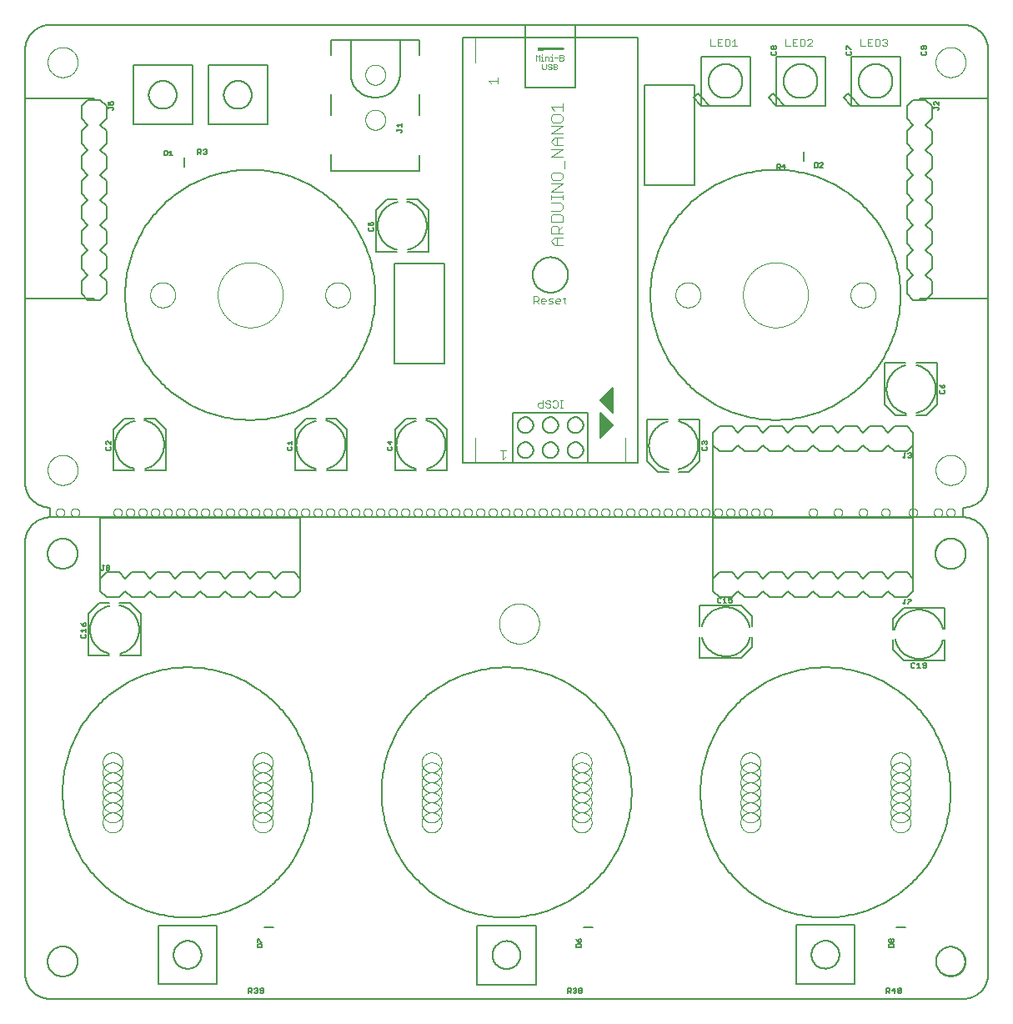
<source format=gto>
G75*
%MOIN*%
%OFA0B0*%
%FSLAX25Y25*%
%IPPOS*%
%LPD*%
%AMOC8*
5,1,8,0,0,1.08239X$1,22.5*
%
%ADD10C,0.00000*%
%ADD11C,0.00600*%
%ADD12C,0.00800*%
%ADD13C,0.00500*%
%ADD14C,0.00400*%
%ADD15C,0.00300*%
%ADD16C,0.00200*%
%ADD17C,0.00063*%
D10*
X0012000Y0016548D02*
X0012002Y0016702D01*
X0012008Y0016857D01*
X0012018Y0017011D01*
X0012032Y0017165D01*
X0012050Y0017318D01*
X0012071Y0017471D01*
X0012097Y0017624D01*
X0012127Y0017775D01*
X0012160Y0017926D01*
X0012198Y0018076D01*
X0012239Y0018225D01*
X0012284Y0018373D01*
X0012333Y0018519D01*
X0012386Y0018665D01*
X0012442Y0018808D01*
X0012502Y0018951D01*
X0012566Y0019091D01*
X0012633Y0019231D01*
X0012704Y0019368D01*
X0012778Y0019503D01*
X0012856Y0019637D01*
X0012937Y0019768D01*
X0013022Y0019897D01*
X0013110Y0020025D01*
X0013201Y0020149D01*
X0013295Y0020272D01*
X0013393Y0020392D01*
X0013493Y0020509D01*
X0013597Y0020624D01*
X0013703Y0020736D01*
X0013812Y0020845D01*
X0013924Y0020951D01*
X0014039Y0021055D01*
X0014156Y0021155D01*
X0014276Y0021253D01*
X0014399Y0021347D01*
X0014523Y0021438D01*
X0014651Y0021526D01*
X0014780Y0021611D01*
X0014911Y0021692D01*
X0015045Y0021770D01*
X0015180Y0021844D01*
X0015317Y0021915D01*
X0015457Y0021982D01*
X0015597Y0022046D01*
X0015740Y0022106D01*
X0015883Y0022162D01*
X0016029Y0022215D01*
X0016175Y0022264D01*
X0016323Y0022309D01*
X0016472Y0022350D01*
X0016622Y0022388D01*
X0016773Y0022421D01*
X0016924Y0022451D01*
X0017077Y0022477D01*
X0017230Y0022498D01*
X0017383Y0022516D01*
X0017537Y0022530D01*
X0017691Y0022540D01*
X0017846Y0022546D01*
X0018000Y0022548D01*
X0018154Y0022546D01*
X0018309Y0022540D01*
X0018463Y0022530D01*
X0018617Y0022516D01*
X0018770Y0022498D01*
X0018923Y0022477D01*
X0019076Y0022451D01*
X0019227Y0022421D01*
X0019378Y0022388D01*
X0019528Y0022350D01*
X0019677Y0022309D01*
X0019825Y0022264D01*
X0019971Y0022215D01*
X0020117Y0022162D01*
X0020260Y0022106D01*
X0020403Y0022046D01*
X0020543Y0021982D01*
X0020683Y0021915D01*
X0020820Y0021844D01*
X0020955Y0021770D01*
X0021089Y0021692D01*
X0021220Y0021611D01*
X0021349Y0021526D01*
X0021477Y0021438D01*
X0021601Y0021347D01*
X0021724Y0021253D01*
X0021844Y0021155D01*
X0021961Y0021055D01*
X0022076Y0020951D01*
X0022188Y0020845D01*
X0022297Y0020736D01*
X0022403Y0020624D01*
X0022507Y0020509D01*
X0022607Y0020392D01*
X0022705Y0020272D01*
X0022799Y0020149D01*
X0022890Y0020025D01*
X0022978Y0019897D01*
X0023063Y0019768D01*
X0023144Y0019637D01*
X0023222Y0019503D01*
X0023296Y0019368D01*
X0023367Y0019231D01*
X0023434Y0019091D01*
X0023498Y0018951D01*
X0023558Y0018808D01*
X0023614Y0018665D01*
X0023667Y0018519D01*
X0023716Y0018373D01*
X0023761Y0018225D01*
X0023802Y0018076D01*
X0023840Y0017926D01*
X0023873Y0017775D01*
X0023903Y0017624D01*
X0023929Y0017471D01*
X0023950Y0017318D01*
X0023968Y0017165D01*
X0023982Y0017011D01*
X0023992Y0016857D01*
X0023998Y0016702D01*
X0024000Y0016548D01*
X0023998Y0016394D01*
X0023992Y0016239D01*
X0023982Y0016085D01*
X0023968Y0015931D01*
X0023950Y0015778D01*
X0023929Y0015625D01*
X0023903Y0015472D01*
X0023873Y0015321D01*
X0023840Y0015170D01*
X0023802Y0015020D01*
X0023761Y0014871D01*
X0023716Y0014723D01*
X0023667Y0014577D01*
X0023614Y0014431D01*
X0023558Y0014288D01*
X0023498Y0014145D01*
X0023434Y0014005D01*
X0023367Y0013865D01*
X0023296Y0013728D01*
X0023222Y0013593D01*
X0023144Y0013459D01*
X0023063Y0013328D01*
X0022978Y0013199D01*
X0022890Y0013071D01*
X0022799Y0012947D01*
X0022705Y0012824D01*
X0022607Y0012704D01*
X0022507Y0012587D01*
X0022403Y0012472D01*
X0022297Y0012360D01*
X0022188Y0012251D01*
X0022076Y0012145D01*
X0021961Y0012041D01*
X0021844Y0011941D01*
X0021724Y0011843D01*
X0021601Y0011749D01*
X0021477Y0011658D01*
X0021349Y0011570D01*
X0021220Y0011485D01*
X0021089Y0011404D01*
X0020955Y0011326D01*
X0020820Y0011252D01*
X0020683Y0011181D01*
X0020543Y0011114D01*
X0020403Y0011050D01*
X0020260Y0010990D01*
X0020117Y0010934D01*
X0019971Y0010881D01*
X0019825Y0010832D01*
X0019677Y0010787D01*
X0019528Y0010746D01*
X0019378Y0010708D01*
X0019227Y0010675D01*
X0019076Y0010645D01*
X0018923Y0010619D01*
X0018770Y0010598D01*
X0018617Y0010580D01*
X0018463Y0010566D01*
X0018309Y0010556D01*
X0018154Y0010550D01*
X0018000Y0010548D01*
X0017846Y0010550D01*
X0017691Y0010556D01*
X0017537Y0010566D01*
X0017383Y0010580D01*
X0017230Y0010598D01*
X0017077Y0010619D01*
X0016924Y0010645D01*
X0016773Y0010675D01*
X0016622Y0010708D01*
X0016472Y0010746D01*
X0016323Y0010787D01*
X0016175Y0010832D01*
X0016029Y0010881D01*
X0015883Y0010934D01*
X0015740Y0010990D01*
X0015597Y0011050D01*
X0015457Y0011114D01*
X0015317Y0011181D01*
X0015180Y0011252D01*
X0015045Y0011326D01*
X0014911Y0011404D01*
X0014780Y0011485D01*
X0014651Y0011570D01*
X0014523Y0011658D01*
X0014399Y0011749D01*
X0014276Y0011843D01*
X0014156Y0011941D01*
X0014039Y0012041D01*
X0013924Y0012145D01*
X0013812Y0012251D01*
X0013703Y0012360D01*
X0013597Y0012472D01*
X0013493Y0012587D01*
X0013393Y0012704D01*
X0013295Y0012824D01*
X0013201Y0012947D01*
X0013110Y0013071D01*
X0013022Y0013199D01*
X0012937Y0013328D01*
X0012856Y0013459D01*
X0012778Y0013593D01*
X0012704Y0013728D01*
X0012633Y0013865D01*
X0012566Y0014005D01*
X0012502Y0014145D01*
X0012442Y0014288D01*
X0012386Y0014431D01*
X0012333Y0014577D01*
X0012284Y0014723D01*
X0012239Y0014871D01*
X0012198Y0015020D01*
X0012160Y0015170D01*
X0012127Y0015321D01*
X0012097Y0015472D01*
X0012071Y0015625D01*
X0012050Y0015778D01*
X0012032Y0015931D01*
X0012018Y0016085D01*
X0012008Y0016239D01*
X0012002Y0016394D01*
X0012000Y0016548D01*
X0034000Y0072048D02*
X0034002Y0072174D01*
X0034008Y0072300D01*
X0034018Y0072426D01*
X0034032Y0072552D01*
X0034050Y0072677D01*
X0034072Y0072801D01*
X0034097Y0072925D01*
X0034127Y0073048D01*
X0034160Y0073169D01*
X0034198Y0073290D01*
X0034239Y0073409D01*
X0034284Y0073528D01*
X0034332Y0073644D01*
X0034384Y0073759D01*
X0034440Y0073872D01*
X0034500Y0073984D01*
X0034563Y0074093D01*
X0034629Y0074201D01*
X0034698Y0074306D01*
X0034771Y0074409D01*
X0034848Y0074510D01*
X0034927Y0074608D01*
X0035009Y0074704D01*
X0035095Y0074797D01*
X0035183Y0074888D01*
X0035274Y0074975D01*
X0035368Y0075060D01*
X0035464Y0075141D01*
X0035563Y0075220D01*
X0035664Y0075295D01*
X0035768Y0075367D01*
X0035874Y0075436D01*
X0035982Y0075502D01*
X0036092Y0075564D01*
X0036204Y0075622D01*
X0036317Y0075677D01*
X0036433Y0075728D01*
X0036550Y0075776D01*
X0036668Y0075820D01*
X0036788Y0075860D01*
X0036909Y0075896D01*
X0037031Y0075929D01*
X0037154Y0075958D01*
X0037278Y0075982D01*
X0037402Y0076003D01*
X0037527Y0076020D01*
X0037653Y0076033D01*
X0037779Y0076042D01*
X0037905Y0076047D01*
X0038032Y0076048D01*
X0038158Y0076045D01*
X0038284Y0076038D01*
X0038410Y0076027D01*
X0038535Y0076012D01*
X0038660Y0075993D01*
X0038784Y0075970D01*
X0038908Y0075944D01*
X0039030Y0075913D01*
X0039152Y0075879D01*
X0039272Y0075840D01*
X0039391Y0075798D01*
X0039509Y0075753D01*
X0039625Y0075703D01*
X0039740Y0075650D01*
X0039852Y0075593D01*
X0039963Y0075533D01*
X0040072Y0075469D01*
X0040179Y0075402D01*
X0040284Y0075332D01*
X0040387Y0075258D01*
X0040487Y0075181D01*
X0040585Y0075101D01*
X0040680Y0075018D01*
X0040772Y0074932D01*
X0040862Y0074843D01*
X0040949Y0074751D01*
X0041032Y0074657D01*
X0041113Y0074560D01*
X0041191Y0074460D01*
X0041266Y0074358D01*
X0041337Y0074254D01*
X0041405Y0074147D01*
X0041469Y0074039D01*
X0041530Y0073928D01*
X0041588Y0073816D01*
X0041642Y0073702D01*
X0041692Y0073586D01*
X0041739Y0073469D01*
X0041782Y0073350D01*
X0041821Y0073230D01*
X0041857Y0073109D01*
X0041888Y0072986D01*
X0041916Y0072863D01*
X0041940Y0072739D01*
X0041960Y0072614D01*
X0041976Y0072489D01*
X0041988Y0072363D01*
X0041996Y0072237D01*
X0042000Y0072111D01*
X0042000Y0071985D01*
X0041996Y0071859D01*
X0041988Y0071733D01*
X0041976Y0071607D01*
X0041960Y0071482D01*
X0041940Y0071357D01*
X0041916Y0071233D01*
X0041888Y0071110D01*
X0041857Y0070987D01*
X0041821Y0070866D01*
X0041782Y0070746D01*
X0041739Y0070627D01*
X0041692Y0070510D01*
X0041642Y0070394D01*
X0041588Y0070280D01*
X0041530Y0070168D01*
X0041469Y0070057D01*
X0041405Y0069949D01*
X0041337Y0069842D01*
X0041266Y0069738D01*
X0041191Y0069636D01*
X0041113Y0069536D01*
X0041032Y0069439D01*
X0040949Y0069345D01*
X0040862Y0069253D01*
X0040772Y0069164D01*
X0040680Y0069078D01*
X0040585Y0068995D01*
X0040487Y0068915D01*
X0040387Y0068838D01*
X0040284Y0068764D01*
X0040179Y0068694D01*
X0040072Y0068627D01*
X0039963Y0068563D01*
X0039852Y0068503D01*
X0039740Y0068446D01*
X0039625Y0068393D01*
X0039509Y0068343D01*
X0039391Y0068298D01*
X0039272Y0068256D01*
X0039152Y0068217D01*
X0039030Y0068183D01*
X0038908Y0068152D01*
X0038784Y0068126D01*
X0038660Y0068103D01*
X0038535Y0068084D01*
X0038410Y0068069D01*
X0038284Y0068058D01*
X0038158Y0068051D01*
X0038032Y0068048D01*
X0037905Y0068049D01*
X0037779Y0068054D01*
X0037653Y0068063D01*
X0037527Y0068076D01*
X0037402Y0068093D01*
X0037278Y0068114D01*
X0037154Y0068138D01*
X0037031Y0068167D01*
X0036909Y0068200D01*
X0036788Y0068236D01*
X0036668Y0068276D01*
X0036550Y0068320D01*
X0036433Y0068368D01*
X0036317Y0068419D01*
X0036204Y0068474D01*
X0036092Y0068532D01*
X0035982Y0068594D01*
X0035874Y0068660D01*
X0035768Y0068729D01*
X0035664Y0068801D01*
X0035563Y0068876D01*
X0035464Y0068955D01*
X0035368Y0069036D01*
X0035274Y0069121D01*
X0035183Y0069208D01*
X0035095Y0069299D01*
X0035009Y0069392D01*
X0034927Y0069488D01*
X0034848Y0069586D01*
X0034771Y0069687D01*
X0034698Y0069790D01*
X0034629Y0069895D01*
X0034563Y0070003D01*
X0034500Y0070112D01*
X0034440Y0070224D01*
X0034384Y0070337D01*
X0034332Y0070452D01*
X0034284Y0070568D01*
X0034239Y0070687D01*
X0034198Y0070806D01*
X0034160Y0070927D01*
X0034127Y0071048D01*
X0034097Y0071171D01*
X0034072Y0071295D01*
X0034050Y0071419D01*
X0034032Y0071544D01*
X0034018Y0071670D01*
X0034008Y0071796D01*
X0034002Y0071922D01*
X0034000Y0072048D01*
X0034000Y0076048D02*
X0034002Y0076174D01*
X0034008Y0076300D01*
X0034018Y0076426D01*
X0034032Y0076552D01*
X0034050Y0076677D01*
X0034072Y0076801D01*
X0034097Y0076925D01*
X0034127Y0077048D01*
X0034160Y0077169D01*
X0034198Y0077290D01*
X0034239Y0077409D01*
X0034284Y0077528D01*
X0034332Y0077644D01*
X0034384Y0077759D01*
X0034440Y0077872D01*
X0034500Y0077984D01*
X0034563Y0078093D01*
X0034629Y0078201D01*
X0034698Y0078306D01*
X0034771Y0078409D01*
X0034848Y0078510D01*
X0034927Y0078608D01*
X0035009Y0078704D01*
X0035095Y0078797D01*
X0035183Y0078888D01*
X0035274Y0078975D01*
X0035368Y0079060D01*
X0035464Y0079141D01*
X0035563Y0079220D01*
X0035664Y0079295D01*
X0035768Y0079367D01*
X0035874Y0079436D01*
X0035982Y0079502D01*
X0036092Y0079564D01*
X0036204Y0079622D01*
X0036317Y0079677D01*
X0036433Y0079728D01*
X0036550Y0079776D01*
X0036668Y0079820D01*
X0036788Y0079860D01*
X0036909Y0079896D01*
X0037031Y0079929D01*
X0037154Y0079958D01*
X0037278Y0079982D01*
X0037402Y0080003D01*
X0037527Y0080020D01*
X0037653Y0080033D01*
X0037779Y0080042D01*
X0037905Y0080047D01*
X0038032Y0080048D01*
X0038158Y0080045D01*
X0038284Y0080038D01*
X0038410Y0080027D01*
X0038535Y0080012D01*
X0038660Y0079993D01*
X0038784Y0079970D01*
X0038908Y0079944D01*
X0039030Y0079913D01*
X0039152Y0079879D01*
X0039272Y0079840D01*
X0039391Y0079798D01*
X0039509Y0079753D01*
X0039625Y0079703D01*
X0039740Y0079650D01*
X0039852Y0079593D01*
X0039963Y0079533D01*
X0040072Y0079469D01*
X0040179Y0079402D01*
X0040284Y0079332D01*
X0040387Y0079258D01*
X0040487Y0079181D01*
X0040585Y0079101D01*
X0040680Y0079018D01*
X0040772Y0078932D01*
X0040862Y0078843D01*
X0040949Y0078751D01*
X0041032Y0078657D01*
X0041113Y0078560D01*
X0041191Y0078460D01*
X0041266Y0078358D01*
X0041337Y0078254D01*
X0041405Y0078147D01*
X0041469Y0078039D01*
X0041530Y0077928D01*
X0041588Y0077816D01*
X0041642Y0077702D01*
X0041692Y0077586D01*
X0041739Y0077469D01*
X0041782Y0077350D01*
X0041821Y0077230D01*
X0041857Y0077109D01*
X0041888Y0076986D01*
X0041916Y0076863D01*
X0041940Y0076739D01*
X0041960Y0076614D01*
X0041976Y0076489D01*
X0041988Y0076363D01*
X0041996Y0076237D01*
X0042000Y0076111D01*
X0042000Y0075985D01*
X0041996Y0075859D01*
X0041988Y0075733D01*
X0041976Y0075607D01*
X0041960Y0075482D01*
X0041940Y0075357D01*
X0041916Y0075233D01*
X0041888Y0075110D01*
X0041857Y0074987D01*
X0041821Y0074866D01*
X0041782Y0074746D01*
X0041739Y0074627D01*
X0041692Y0074510D01*
X0041642Y0074394D01*
X0041588Y0074280D01*
X0041530Y0074168D01*
X0041469Y0074057D01*
X0041405Y0073949D01*
X0041337Y0073842D01*
X0041266Y0073738D01*
X0041191Y0073636D01*
X0041113Y0073536D01*
X0041032Y0073439D01*
X0040949Y0073345D01*
X0040862Y0073253D01*
X0040772Y0073164D01*
X0040680Y0073078D01*
X0040585Y0072995D01*
X0040487Y0072915D01*
X0040387Y0072838D01*
X0040284Y0072764D01*
X0040179Y0072694D01*
X0040072Y0072627D01*
X0039963Y0072563D01*
X0039852Y0072503D01*
X0039740Y0072446D01*
X0039625Y0072393D01*
X0039509Y0072343D01*
X0039391Y0072298D01*
X0039272Y0072256D01*
X0039152Y0072217D01*
X0039030Y0072183D01*
X0038908Y0072152D01*
X0038784Y0072126D01*
X0038660Y0072103D01*
X0038535Y0072084D01*
X0038410Y0072069D01*
X0038284Y0072058D01*
X0038158Y0072051D01*
X0038032Y0072048D01*
X0037905Y0072049D01*
X0037779Y0072054D01*
X0037653Y0072063D01*
X0037527Y0072076D01*
X0037402Y0072093D01*
X0037278Y0072114D01*
X0037154Y0072138D01*
X0037031Y0072167D01*
X0036909Y0072200D01*
X0036788Y0072236D01*
X0036668Y0072276D01*
X0036550Y0072320D01*
X0036433Y0072368D01*
X0036317Y0072419D01*
X0036204Y0072474D01*
X0036092Y0072532D01*
X0035982Y0072594D01*
X0035874Y0072660D01*
X0035768Y0072729D01*
X0035664Y0072801D01*
X0035563Y0072876D01*
X0035464Y0072955D01*
X0035368Y0073036D01*
X0035274Y0073121D01*
X0035183Y0073208D01*
X0035095Y0073299D01*
X0035009Y0073392D01*
X0034927Y0073488D01*
X0034848Y0073586D01*
X0034771Y0073687D01*
X0034698Y0073790D01*
X0034629Y0073895D01*
X0034563Y0074003D01*
X0034500Y0074112D01*
X0034440Y0074224D01*
X0034384Y0074337D01*
X0034332Y0074452D01*
X0034284Y0074568D01*
X0034239Y0074687D01*
X0034198Y0074806D01*
X0034160Y0074927D01*
X0034127Y0075048D01*
X0034097Y0075171D01*
X0034072Y0075295D01*
X0034050Y0075419D01*
X0034032Y0075544D01*
X0034018Y0075670D01*
X0034008Y0075796D01*
X0034002Y0075922D01*
X0034000Y0076048D01*
X0034000Y0080048D02*
X0034002Y0080174D01*
X0034008Y0080300D01*
X0034018Y0080426D01*
X0034032Y0080552D01*
X0034050Y0080677D01*
X0034072Y0080801D01*
X0034097Y0080925D01*
X0034127Y0081048D01*
X0034160Y0081169D01*
X0034198Y0081290D01*
X0034239Y0081409D01*
X0034284Y0081528D01*
X0034332Y0081644D01*
X0034384Y0081759D01*
X0034440Y0081872D01*
X0034500Y0081984D01*
X0034563Y0082093D01*
X0034629Y0082201D01*
X0034698Y0082306D01*
X0034771Y0082409D01*
X0034848Y0082510D01*
X0034927Y0082608D01*
X0035009Y0082704D01*
X0035095Y0082797D01*
X0035183Y0082888D01*
X0035274Y0082975D01*
X0035368Y0083060D01*
X0035464Y0083141D01*
X0035563Y0083220D01*
X0035664Y0083295D01*
X0035768Y0083367D01*
X0035874Y0083436D01*
X0035982Y0083502D01*
X0036092Y0083564D01*
X0036204Y0083622D01*
X0036317Y0083677D01*
X0036433Y0083728D01*
X0036550Y0083776D01*
X0036668Y0083820D01*
X0036788Y0083860D01*
X0036909Y0083896D01*
X0037031Y0083929D01*
X0037154Y0083958D01*
X0037278Y0083982D01*
X0037402Y0084003D01*
X0037527Y0084020D01*
X0037653Y0084033D01*
X0037779Y0084042D01*
X0037905Y0084047D01*
X0038032Y0084048D01*
X0038158Y0084045D01*
X0038284Y0084038D01*
X0038410Y0084027D01*
X0038535Y0084012D01*
X0038660Y0083993D01*
X0038784Y0083970D01*
X0038908Y0083944D01*
X0039030Y0083913D01*
X0039152Y0083879D01*
X0039272Y0083840D01*
X0039391Y0083798D01*
X0039509Y0083753D01*
X0039625Y0083703D01*
X0039740Y0083650D01*
X0039852Y0083593D01*
X0039963Y0083533D01*
X0040072Y0083469D01*
X0040179Y0083402D01*
X0040284Y0083332D01*
X0040387Y0083258D01*
X0040487Y0083181D01*
X0040585Y0083101D01*
X0040680Y0083018D01*
X0040772Y0082932D01*
X0040862Y0082843D01*
X0040949Y0082751D01*
X0041032Y0082657D01*
X0041113Y0082560D01*
X0041191Y0082460D01*
X0041266Y0082358D01*
X0041337Y0082254D01*
X0041405Y0082147D01*
X0041469Y0082039D01*
X0041530Y0081928D01*
X0041588Y0081816D01*
X0041642Y0081702D01*
X0041692Y0081586D01*
X0041739Y0081469D01*
X0041782Y0081350D01*
X0041821Y0081230D01*
X0041857Y0081109D01*
X0041888Y0080986D01*
X0041916Y0080863D01*
X0041940Y0080739D01*
X0041960Y0080614D01*
X0041976Y0080489D01*
X0041988Y0080363D01*
X0041996Y0080237D01*
X0042000Y0080111D01*
X0042000Y0079985D01*
X0041996Y0079859D01*
X0041988Y0079733D01*
X0041976Y0079607D01*
X0041960Y0079482D01*
X0041940Y0079357D01*
X0041916Y0079233D01*
X0041888Y0079110D01*
X0041857Y0078987D01*
X0041821Y0078866D01*
X0041782Y0078746D01*
X0041739Y0078627D01*
X0041692Y0078510D01*
X0041642Y0078394D01*
X0041588Y0078280D01*
X0041530Y0078168D01*
X0041469Y0078057D01*
X0041405Y0077949D01*
X0041337Y0077842D01*
X0041266Y0077738D01*
X0041191Y0077636D01*
X0041113Y0077536D01*
X0041032Y0077439D01*
X0040949Y0077345D01*
X0040862Y0077253D01*
X0040772Y0077164D01*
X0040680Y0077078D01*
X0040585Y0076995D01*
X0040487Y0076915D01*
X0040387Y0076838D01*
X0040284Y0076764D01*
X0040179Y0076694D01*
X0040072Y0076627D01*
X0039963Y0076563D01*
X0039852Y0076503D01*
X0039740Y0076446D01*
X0039625Y0076393D01*
X0039509Y0076343D01*
X0039391Y0076298D01*
X0039272Y0076256D01*
X0039152Y0076217D01*
X0039030Y0076183D01*
X0038908Y0076152D01*
X0038784Y0076126D01*
X0038660Y0076103D01*
X0038535Y0076084D01*
X0038410Y0076069D01*
X0038284Y0076058D01*
X0038158Y0076051D01*
X0038032Y0076048D01*
X0037905Y0076049D01*
X0037779Y0076054D01*
X0037653Y0076063D01*
X0037527Y0076076D01*
X0037402Y0076093D01*
X0037278Y0076114D01*
X0037154Y0076138D01*
X0037031Y0076167D01*
X0036909Y0076200D01*
X0036788Y0076236D01*
X0036668Y0076276D01*
X0036550Y0076320D01*
X0036433Y0076368D01*
X0036317Y0076419D01*
X0036204Y0076474D01*
X0036092Y0076532D01*
X0035982Y0076594D01*
X0035874Y0076660D01*
X0035768Y0076729D01*
X0035664Y0076801D01*
X0035563Y0076876D01*
X0035464Y0076955D01*
X0035368Y0077036D01*
X0035274Y0077121D01*
X0035183Y0077208D01*
X0035095Y0077299D01*
X0035009Y0077392D01*
X0034927Y0077488D01*
X0034848Y0077586D01*
X0034771Y0077687D01*
X0034698Y0077790D01*
X0034629Y0077895D01*
X0034563Y0078003D01*
X0034500Y0078112D01*
X0034440Y0078224D01*
X0034384Y0078337D01*
X0034332Y0078452D01*
X0034284Y0078568D01*
X0034239Y0078687D01*
X0034198Y0078806D01*
X0034160Y0078927D01*
X0034127Y0079048D01*
X0034097Y0079171D01*
X0034072Y0079295D01*
X0034050Y0079419D01*
X0034032Y0079544D01*
X0034018Y0079670D01*
X0034008Y0079796D01*
X0034002Y0079922D01*
X0034000Y0080048D01*
X0034000Y0084048D02*
X0034002Y0084174D01*
X0034008Y0084300D01*
X0034018Y0084426D01*
X0034032Y0084552D01*
X0034050Y0084677D01*
X0034072Y0084801D01*
X0034097Y0084925D01*
X0034127Y0085048D01*
X0034160Y0085169D01*
X0034198Y0085290D01*
X0034239Y0085409D01*
X0034284Y0085528D01*
X0034332Y0085644D01*
X0034384Y0085759D01*
X0034440Y0085872D01*
X0034500Y0085984D01*
X0034563Y0086093D01*
X0034629Y0086201D01*
X0034698Y0086306D01*
X0034771Y0086409D01*
X0034848Y0086510D01*
X0034927Y0086608D01*
X0035009Y0086704D01*
X0035095Y0086797D01*
X0035183Y0086888D01*
X0035274Y0086975D01*
X0035368Y0087060D01*
X0035464Y0087141D01*
X0035563Y0087220D01*
X0035664Y0087295D01*
X0035768Y0087367D01*
X0035874Y0087436D01*
X0035982Y0087502D01*
X0036092Y0087564D01*
X0036204Y0087622D01*
X0036317Y0087677D01*
X0036433Y0087728D01*
X0036550Y0087776D01*
X0036668Y0087820D01*
X0036788Y0087860D01*
X0036909Y0087896D01*
X0037031Y0087929D01*
X0037154Y0087958D01*
X0037278Y0087982D01*
X0037402Y0088003D01*
X0037527Y0088020D01*
X0037653Y0088033D01*
X0037779Y0088042D01*
X0037905Y0088047D01*
X0038032Y0088048D01*
X0038158Y0088045D01*
X0038284Y0088038D01*
X0038410Y0088027D01*
X0038535Y0088012D01*
X0038660Y0087993D01*
X0038784Y0087970D01*
X0038908Y0087944D01*
X0039030Y0087913D01*
X0039152Y0087879D01*
X0039272Y0087840D01*
X0039391Y0087798D01*
X0039509Y0087753D01*
X0039625Y0087703D01*
X0039740Y0087650D01*
X0039852Y0087593D01*
X0039963Y0087533D01*
X0040072Y0087469D01*
X0040179Y0087402D01*
X0040284Y0087332D01*
X0040387Y0087258D01*
X0040487Y0087181D01*
X0040585Y0087101D01*
X0040680Y0087018D01*
X0040772Y0086932D01*
X0040862Y0086843D01*
X0040949Y0086751D01*
X0041032Y0086657D01*
X0041113Y0086560D01*
X0041191Y0086460D01*
X0041266Y0086358D01*
X0041337Y0086254D01*
X0041405Y0086147D01*
X0041469Y0086039D01*
X0041530Y0085928D01*
X0041588Y0085816D01*
X0041642Y0085702D01*
X0041692Y0085586D01*
X0041739Y0085469D01*
X0041782Y0085350D01*
X0041821Y0085230D01*
X0041857Y0085109D01*
X0041888Y0084986D01*
X0041916Y0084863D01*
X0041940Y0084739D01*
X0041960Y0084614D01*
X0041976Y0084489D01*
X0041988Y0084363D01*
X0041996Y0084237D01*
X0042000Y0084111D01*
X0042000Y0083985D01*
X0041996Y0083859D01*
X0041988Y0083733D01*
X0041976Y0083607D01*
X0041960Y0083482D01*
X0041940Y0083357D01*
X0041916Y0083233D01*
X0041888Y0083110D01*
X0041857Y0082987D01*
X0041821Y0082866D01*
X0041782Y0082746D01*
X0041739Y0082627D01*
X0041692Y0082510D01*
X0041642Y0082394D01*
X0041588Y0082280D01*
X0041530Y0082168D01*
X0041469Y0082057D01*
X0041405Y0081949D01*
X0041337Y0081842D01*
X0041266Y0081738D01*
X0041191Y0081636D01*
X0041113Y0081536D01*
X0041032Y0081439D01*
X0040949Y0081345D01*
X0040862Y0081253D01*
X0040772Y0081164D01*
X0040680Y0081078D01*
X0040585Y0080995D01*
X0040487Y0080915D01*
X0040387Y0080838D01*
X0040284Y0080764D01*
X0040179Y0080694D01*
X0040072Y0080627D01*
X0039963Y0080563D01*
X0039852Y0080503D01*
X0039740Y0080446D01*
X0039625Y0080393D01*
X0039509Y0080343D01*
X0039391Y0080298D01*
X0039272Y0080256D01*
X0039152Y0080217D01*
X0039030Y0080183D01*
X0038908Y0080152D01*
X0038784Y0080126D01*
X0038660Y0080103D01*
X0038535Y0080084D01*
X0038410Y0080069D01*
X0038284Y0080058D01*
X0038158Y0080051D01*
X0038032Y0080048D01*
X0037905Y0080049D01*
X0037779Y0080054D01*
X0037653Y0080063D01*
X0037527Y0080076D01*
X0037402Y0080093D01*
X0037278Y0080114D01*
X0037154Y0080138D01*
X0037031Y0080167D01*
X0036909Y0080200D01*
X0036788Y0080236D01*
X0036668Y0080276D01*
X0036550Y0080320D01*
X0036433Y0080368D01*
X0036317Y0080419D01*
X0036204Y0080474D01*
X0036092Y0080532D01*
X0035982Y0080594D01*
X0035874Y0080660D01*
X0035768Y0080729D01*
X0035664Y0080801D01*
X0035563Y0080876D01*
X0035464Y0080955D01*
X0035368Y0081036D01*
X0035274Y0081121D01*
X0035183Y0081208D01*
X0035095Y0081299D01*
X0035009Y0081392D01*
X0034927Y0081488D01*
X0034848Y0081586D01*
X0034771Y0081687D01*
X0034698Y0081790D01*
X0034629Y0081895D01*
X0034563Y0082003D01*
X0034500Y0082112D01*
X0034440Y0082224D01*
X0034384Y0082337D01*
X0034332Y0082452D01*
X0034284Y0082568D01*
X0034239Y0082687D01*
X0034198Y0082806D01*
X0034160Y0082927D01*
X0034127Y0083048D01*
X0034097Y0083171D01*
X0034072Y0083295D01*
X0034050Y0083419D01*
X0034032Y0083544D01*
X0034018Y0083670D01*
X0034008Y0083796D01*
X0034002Y0083922D01*
X0034000Y0084048D01*
X0034000Y0088048D02*
X0034002Y0088174D01*
X0034008Y0088300D01*
X0034018Y0088426D01*
X0034032Y0088552D01*
X0034050Y0088677D01*
X0034072Y0088801D01*
X0034097Y0088925D01*
X0034127Y0089048D01*
X0034160Y0089169D01*
X0034198Y0089290D01*
X0034239Y0089409D01*
X0034284Y0089528D01*
X0034332Y0089644D01*
X0034384Y0089759D01*
X0034440Y0089872D01*
X0034500Y0089984D01*
X0034563Y0090093D01*
X0034629Y0090201D01*
X0034698Y0090306D01*
X0034771Y0090409D01*
X0034848Y0090510D01*
X0034927Y0090608D01*
X0035009Y0090704D01*
X0035095Y0090797D01*
X0035183Y0090888D01*
X0035274Y0090975D01*
X0035368Y0091060D01*
X0035464Y0091141D01*
X0035563Y0091220D01*
X0035664Y0091295D01*
X0035768Y0091367D01*
X0035874Y0091436D01*
X0035982Y0091502D01*
X0036092Y0091564D01*
X0036204Y0091622D01*
X0036317Y0091677D01*
X0036433Y0091728D01*
X0036550Y0091776D01*
X0036668Y0091820D01*
X0036788Y0091860D01*
X0036909Y0091896D01*
X0037031Y0091929D01*
X0037154Y0091958D01*
X0037278Y0091982D01*
X0037402Y0092003D01*
X0037527Y0092020D01*
X0037653Y0092033D01*
X0037779Y0092042D01*
X0037905Y0092047D01*
X0038032Y0092048D01*
X0038158Y0092045D01*
X0038284Y0092038D01*
X0038410Y0092027D01*
X0038535Y0092012D01*
X0038660Y0091993D01*
X0038784Y0091970D01*
X0038908Y0091944D01*
X0039030Y0091913D01*
X0039152Y0091879D01*
X0039272Y0091840D01*
X0039391Y0091798D01*
X0039509Y0091753D01*
X0039625Y0091703D01*
X0039740Y0091650D01*
X0039852Y0091593D01*
X0039963Y0091533D01*
X0040072Y0091469D01*
X0040179Y0091402D01*
X0040284Y0091332D01*
X0040387Y0091258D01*
X0040487Y0091181D01*
X0040585Y0091101D01*
X0040680Y0091018D01*
X0040772Y0090932D01*
X0040862Y0090843D01*
X0040949Y0090751D01*
X0041032Y0090657D01*
X0041113Y0090560D01*
X0041191Y0090460D01*
X0041266Y0090358D01*
X0041337Y0090254D01*
X0041405Y0090147D01*
X0041469Y0090039D01*
X0041530Y0089928D01*
X0041588Y0089816D01*
X0041642Y0089702D01*
X0041692Y0089586D01*
X0041739Y0089469D01*
X0041782Y0089350D01*
X0041821Y0089230D01*
X0041857Y0089109D01*
X0041888Y0088986D01*
X0041916Y0088863D01*
X0041940Y0088739D01*
X0041960Y0088614D01*
X0041976Y0088489D01*
X0041988Y0088363D01*
X0041996Y0088237D01*
X0042000Y0088111D01*
X0042000Y0087985D01*
X0041996Y0087859D01*
X0041988Y0087733D01*
X0041976Y0087607D01*
X0041960Y0087482D01*
X0041940Y0087357D01*
X0041916Y0087233D01*
X0041888Y0087110D01*
X0041857Y0086987D01*
X0041821Y0086866D01*
X0041782Y0086746D01*
X0041739Y0086627D01*
X0041692Y0086510D01*
X0041642Y0086394D01*
X0041588Y0086280D01*
X0041530Y0086168D01*
X0041469Y0086057D01*
X0041405Y0085949D01*
X0041337Y0085842D01*
X0041266Y0085738D01*
X0041191Y0085636D01*
X0041113Y0085536D01*
X0041032Y0085439D01*
X0040949Y0085345D01*
X0040862Y0085253D01*
X0040772Y0085164D01*
X0040680Y0085078D01*
X0040585Y0084995D01*
X0040487Y0084915D01*
X0040387Y0084838D01*
X0040284Y0084764D01*
X0040179Y0084694D01*
X0040072Y0084627D01*
X0039963Y0084563D01*
X0039852Y0084503D01*
X0039740Y0084446D01*
X0039625Y0084393D01*
X0039509Y0084343D01*
X0039391Y0084298D01*
X0039272Y0084256D01*
X0039152Y0084217D01*
X0039030Y0084183D01*
X0038908Y0084152D01*
X0038784Y0084126D01*
X0038660Y0084103D01*
X0038535Y0084084D01*
X0038410Y0084069D01*
X0038284Y0084058D01*
X0038158Y0084051D01*
X0038032Y0084048D01*
X0037905Y0084049D01*
X0037779Y0084054D01*
X0037653Y0084063D01*
X0037527Y0084076D01*
X0037402Y0084093D01*
X0037278Y0084114D01*
X0037154Y0084138D01*
X0037031Y0084167D01*
X0036909Y0084200D01*
X0036788Y0084236D01*
X0036668Y0084276D01*
X0036550Y0084320D01*
X0036433Y0084368D01*
X0036317Y0084419D01*
X0036204Y0084474D01*
X0036092Y0084532D01*
X0035982Y0084594D01*
X0035874Y0084660D01*
X0035768Y0084729D01*
X0035664Y0084801D01*
X0035563Y0084876D01*
X0035464Y0084955D01*
X0035368Y0085036D01*
X0035274Y0085121D01*
X0035183Y0085208D01*
X0035095Y0085299D01*
X0035009Y0085392D01*
X0034927Y0085488D01*
X0034848Y0085586D01*
X0034771Y0085687D01*
X0034698Y0085790D01*
X0034629Y0085895D01*
X0034563Y0086003D01*
X0034500Y0086112D01*
X0034440Y0086224D01*
X0034384Y0086337D01*
X0034332Y0086452D01*
X0034284Y0086568D01*
X0034239Y0086687D01*
X0034198Y0086806D01*
X0034160Y0086927D01*
X0034127Y0087048D01*
X0034097Y0087171D01*
X0034072Y0087295D01*
X0034050Y0087419D01*
X0034032Y0087544D01*
X0034018Y0087670D01*
X0034008Y0087796D01*
X0034002Y0087922D01*
X0034000Y0088048D01*
X0034000Y0092048D02*
X0034002Y0092174D01*
X0034008Y0092300D01*
X0034018Y0092426D01*
X0034032Y0092552D01*
X0034050Y0092677D01*
X0034072Y0092801D01*
X0034097Y0092925D01*
X0034127Y0093048D01*
X0034160Y0093169D01*
X0034198Y0093290D01*
X0034239Y0093409D01*
X0034284Y0093528D01*
X0034332Y0093644D01*
X0034384Y0093759D01*
X0034440Y0093872D01*
X0034500Y0093984D01*
X0034563Y0094093D01*
X0034629Y0094201D01*
X0034698Y0094306D01*
X0034771Y0094409D01*
X0034848Y0094510D01*
X0034927Y0094608D01*
X0035009Y0094704D01*
X0035095Y0094797D01*
X0035183Y0094888D01*
X0035274Y0094975D01*
X0035368Y0095060D01*
X0035464Y0095141D01*
X0035563Y0095220D01*
X0035664Y0095295D01*
X0035768Y0095367D01*
X0035874Y0095436D01*
X0035982Y0095502D01*
X0036092Y0095564D01*
X0036204Y0095622D01*
X0036317Y0095677D01*
X0036433Y0095728D01*
X0036550Y0095776D01*
X0036668Y0095820D01*
X0036788Y0095860D01*
X0036909Y0095896D01*
X0037031Y0095929D01*
X0037154Y0095958D01*
X0037278Y0095982D01*
X0037402Y0096003D01*
X0037527Y0096020D01*
X0037653Y0096033D01*
X0037779Y0096042D01*
X0037905Y0096047D01*
X0038032Y0096048D01*
X0038158Y0096045D01*
X0038284Y0096038D01*
X0038410Y0096027D01*
X0038535Y0096012D01*
X0038660Y0095993D01*
X0038784Y0095970D01*
X0038908Y0095944D01*
X0039030Y0095913D01*
X0039152Y0095879D01*
X0039272Y0095840D01*
X0039391Y0095798D01*
X0039509Y0095753D01*
X0039625Y0095703D01*
X0039740Y0095650D01*
X0039852Y0095593D01*
X0039963Y0095533D01*
X0040072Y0095469D01*
X0040179Y0095402D01*
X0040284Y0095332D01*
X0040387Y0095258D01*
X0040487Y0095181D01*
X0040585Y0095101D01*
X0040680Y0095018D01*
X0040772Y0094932D01*
X0040862Y0094843D01*
X0040949Y0094751D01*
X0041032Y0094657D01*
X0041113Y0094560D01*
X0041191Y0094460D01*
X0041266Y0094358D01*
X0041337Y0094254D01*
X0041405Y0094147D01*
X0041469Y0094039D01*
X0041530Y0093928D01*
X0041588Y0093816D01*
X0041642Y0093702D01*
X0041692Y0093586D01*
X0041739Y0093469D01*
X0041782Y0093350D01*
X0041821Y0093230D01*
X0041857Y0093109D01*
X0041888Y0092986D01*
X0041916Y0092863D01*
X0041940Y0092739D01*
X0041960Y0092614D01*
X0041976Y0092489D01*
X0041988Y0092363D01*
X0041996Y0092237D01*
X0042000Y0092111D01*
X0042000Y0091985D01*
X0041996Y0091859D01*
X0041988Y0091733D01*
X0041976Y0091607D01*
X0041960Y0091482D01*
X0041940Y0091357D01*
X0041916Y0091233D01*
X0041888Y0091110D01*
X0041857Y0090987D01*
X0041821Y0090866D01*
X0041782Y0090746D01*
X0041739Y0090627D01*
X0041692Y0090510D01*
X0041642Y0090394D01*
X0041588Y0090280D01*
X0041530Y0090168D01*
X0041469Y0090057D01*
X0041405Y0089949D01*
X0041337Y0089842D01*
X0041266Y0089738D01*
X0041191Y0089636D01*
X0041113Y0089536D01*
X0041032Y0089439D01*
X0040949Y0089345D01*
X0040862Y0089253D01*
X0040772Y0089164D01*
X0040680Y0089078D01*
X0040585Y0088995D01*
X0040487Y0088915D01*
X0040387Y0088838D01*
X0040284Y0088764D01*
X0040179Y0088694D01*
X0040072Y0088627D01*
X0039963Y0088563D01*
X0039852Y0088503D01*
X0039740Y0088446D01*
X0039625Y0088393D01*
X0039509Y0088343D01*
X0039391Y0088298D01*
X0039272Y0088256D01*
X0039152Y0088217D01*
X0039030Y0088183D01*
X0038908Y0088152D01*
X0038784Y0088126D01*
X0038660Y0088103D01*
X0038535Y0088084D01*
X0038410Y0088069D01*
X0038284Y0088058D01*
X0038158Y0088051D01*
X0038032Y0088048D01*
X0037905Y0088049D01*
X0037779Y0088054D01*
X0037653Y0088063D01*
X0037527Y0088076D01*
X0037402Y0088093D01*
X0037278Y0088114D01*
X0037154Y0088138D01*
X0037031Y0088167D01*
X0036909Y0088200D01*
X0036788Y0088236D01*
X0036668Y0088276D01*
X0036550Y0088320D01*
X0036433Y0088368D01*
X0036317Y0088419D01*
X0036204Y0088474D01*
X0036092Y0088532D01*
X0035982Y0088594D01*
X0035874Y0088660D01*
X0035768Y0088729D01*
X0035664Y0088801D01*
X0035563Y0088876D01*
X0035464Y0088955D01*
X0035368Y0089036D01*
X0035274Y0089121D01*
X0035183Y0089208D01*
X0035095Y0089299D01*
X0035009Y0089392D01*
X0034927Y0089488D01*
X0034848Y0089586D01*
X0034771Y0089687D01*
X0034698Y0089790D01*
X0034629Y0089895D01*
X0034563Y0090003D01*
X0034500Y0090112D01*
X0034440Y0090224D01*
X0034384Y0090337D01*
X0034332Y0090452D01*
X0034284Y0090568D01*
X0034239Y0090687D01*
X0034198Y0090806D01*
X0034160Y0090927D01*
X0034127Y0091048D01*
X0034097Y0091171D01*
X0034072Y0091295D01*
X0034050Y0091419D01*
X0034032Y0091544D01*
X0034018Y0091670D01*
X0034008Y0091796D01*
X0034002Y0091922D01*
X0034000Y0092048D01*
X0034000Y0096048D02*
X0034002Y0096174D01*
X0034008Y0096300D01*
X0034018Y0096426D01*
X0034032Y0096552D01*
X0034050Y0096677D01*
X0034072Y0096801D01*
X0034097Y0096925D01*
X0034127Y0097048D01*
X0034160Y0097169D01*
X0034198Y0097290D01*
X0034239Y0097409D01*
X0034284Y0097528D01*
X0034332Y0097644D01*
X0034384Y0097759D01*
X0034440Y0097872D01*
X0034500Y0097984D01*
X0034563Y0098093D01*
X0034629Y0098201D01*
X0034698Y0098306D01*
X0034771Y0098409D01*
X0034848Y0098510D01*
X0034927Y0098608D01*
X0035009Y0098704D01*
X0035095Y0098797D01*
X0035183Y0098888D01*
X0035274Y0098975D01*
X0035368Y0099060D01*
X0035464Y0099141D01*
X0035563Y0099220D01*
X0035664Y0099295D01*
X0035768Y0099367D01*
X0035874Y0099436D01*
X0035982Y0099502D01*
X0036092Y0099564D01*
X0036204Y0099622D01*
X0036317Y0099677D01*
X0036433Y0099728D01*
X0036550Y0099776D01*
X0036668Y0099820D01*
X0036788Y0099860D01*
X0036909Y0099896D01*
X0037031Y0099929D01*
X0037154Y0099958D01*
X0037278Y0099982D01*
X0037402Y0100003D01*
X0037527Y0100020D01*
X0037653Y0100033D01*
X0037779Y0100042D01*
X0037905Y0100047D01*
X0038032Y0100048D01*
X0038158Y0100045D01*
X0038284Y0100038D01*
X0038410Y0100027D01*
X0038535Y0100012D01*
X0038660Y0099993D01*
X0038784Y0099970D01*
X0038908Y0099944D01*
X0039030Y0099913D01*
X0039152Y0099879D01*
X0039272Y0099840D01*
X0039391Y0099798D01*
X0039509Y0099753D01*
X0039625Y0099703D01*
X0039740Y0099650D01*
X0039852Y0099593D01*
X0039963Y0099533D01*
X0040072Y0099469D01*
X0040179Y0099402D01*
X0040284Y0099332D01*
X0040387Y0099258D01*
X0040487Y0099181D01*
X0040585Y0099101D01*
X0040680Y0099018D01*
X0040772Y0098932D01*
X0040862Y0098843D01*
X0040949Y0098751D01*
X0041032Y0098657D01*
X0041113Y0098560D01*
X0041191Y0098460D01*
X0041266Y0098358D01*
X0041337Y0098254D01*
X0041405Y0098147D01*
X0041469Y0098039D01*
X0041530Y0097928D01*
X0041588Y0097816D01*
X0041642Y0097702D01*
X0041692Y0097586D01*
X0041739Y0097469D01*
X0041782Y0097350D01*
X0041821Y0097230D01*
X0041857Y0097109D01*
X0041888Y0096986D01*
X0041916Y0096863D01*
X0041940Y0096739D01*
X0041960Y0096614D01*
X0041976Y0096489D01*
X0041988Y0096363D01*
X0041996Y0096237D01*
X0042000Y0096111D01*
X0042000Y0095985D01*
X0041996Y0095859D01*
X0041988Y0095733D01*
X0041976Y0095607D01*
X0041960Y0095482D01*
X0041940Y0095357D01*
X0041916Y0095233D01*
X0041888Y0095110D01*
X0041857Y0094987D01*
X0041821Y0094866D01*
X0041782Y0094746D01*
X0041739Y0094627D01*
X0041692Y0094510D01*
X0041642Y0094394D01*
X0041588Y0094280D01*
X0041530Y0094168D01*
X0041469Y0094057D01*
X0041405Y0093949D01*
X0041337Y0093842D01*
X0041266Y0093738D01*
X0041191Y0093636D01*
X0041113Y0093536D01*
X0041032Y0093439D01*
X0040949Y0093345D01*
X0040862Y0093253D01*
X0040772Y0093164D01*
X0040680Y0093078D01*
X0040585Y0092995D01*
X0040487Y0092915D01*
X0040387Y0092838D01*
X0040284Y0092764D01*
X0040179Y0092694D01*
X0040072Y0092627D01*
X0039963Y0092563D01*
X0039852Y0092503D01*
X0039740Y0092446D01*
X0039625Y0092393D01*
X0039509Y0092343D01*
X0039391Y0092298D01*
X0039272Y0092256D01*
X0039152Y0092217D01*
X0039030Y0092183D01*
X0038908Y0092152D01*
X0038784Y0092126D01*
X0038660Y0092103D01*
X0038535Y0092084D01*
X0038410Y0092069D01*
X0038284Y0092058D01*
X0038158Y0092051D01*
X0038032Y0092048D01*
X0037905Y0092049D01*
X0037779Y0092054D01*
X0037653Y0092063D01*
X0037527Y0092076D01*
X0037402Y0092093D01*
X0037278Y0092114D01*
X0037154Y0092138D01*
X0037031Y0092167D01*
X0036909Y0092200D01*
X0036788Y0092236D01*
X0036668Y0092276D01*
X0036550Y0092320D01*
X0036433Y0092368D01*
X0036317Y0092419D01*
X0036204Y0092474D01*
X0036092Y0092532D01*
X0035982Y0092594D01*
X0035874Y0092660D01*
X0035768Y0092729D01*
X0035664Y0092801D01*
X0035563Y0092876D01*
X0035464Y0092955D01*
X0035368Y0093036D01*
X0035274Y0093121D01*
X0035183Y0093208D01*
X0035095Y0093299D01*
X0035009Y0093392D01*
X0034927Y0093488D01*
X0034848Y0093586D01*
X0034771Y0093687D01*
X0034698Y0093790D01*
X0034629Y0093895D01*
X0034563Y0094003D01*
X0034500Y0094112D01*
X0034440Y0094224D01*
X0034384Y0094337D01*
X0034332Y0094452D01*
X0034284Y0094568D01*
X0034239Y0094687D01*
X0034198Y0094806D01*
X0034160Y0094927D01*
X0034127Y0095048D01*
X0034097Y0095171D01*
X0034072Y0095295D01*
X0034050Y0095419D01*
X0034032Y0095544D01*
X0034018Y0095670D01*
X0034008Y0095796D01*
X0034002Y0095922D01*
X0034000Y0096048D01*
X0094000Y0096048D02*
X0094002Y0096174D01*
X0094008Y0096300D01*
X0094018Y0096426D01*
X0094032Y0096552D01*
X0094050Y0096677D01*
X0094072Y0096801D01*
X0094097Y0096925D01*
X0094127Y0097048D01*
X0094160Y0097169D01*
X0094198Y0097290D01*
X0094239Y0097409D01*
X0094284Y0097528D01*
X0094332Y0097644D01*
X0094384Y0097759D01*
X0094440Y0097872D01*
X0094500Y0097984D01*
X0094563Y0098093D01*
X0094629Y0098201D01*
X0094698Y0098306D01*
X0094771Y0098409D01*
X0094848Y0098510D01*
X0094927Y0098608D01*
X0095009Y0098704D01*
X0095095Y0098797D01*
X0095183Y0098888D01*
X0095274Y0098975D01*
X0095368Y0099060D01*
X0095464Y0099141D01*
X0095563Y0099220D01*
X0095664Y0099295D01*
X0095768Y0099367D01*
X0095874Y0099436D01*
X0095982Y0099502D01*
X0096092Y0099564D01*
X0096204Y0099622D01*
X0096317Y0099677D01*
X0096433Y0099728D01*
X0096550Y0099776D01*
X0096668Y0099820D01*
X0096788Y0099860D01*
X0096909Y0099896D01*
X0097031Y0099929D01*
X0097154Y0099958D01*
X0097278Y0099982D01*
X0097402Y0100003D01*
X0097527Y0100020D01*
X0097653Y0100033D01*
X0097779Y0100042D01*
X0097905Y0100047D01*
X0098032Y0100048D01*
X0098158Y0100045D01*
X0098284Y0100038D01*
X0098410Y0100027D01*
X0098535Y0100012D01*
X0098660Y0099993D01*
X0098784Y0099970D01*
X0098908Y0099944D01*
X0099030Y0099913D01*
X0099152Y0099879D01*
X0099272Y0099840D01*
X0099391Y0099798D01*
X0099509Y0099753D01*
X0099625Y0099703D01*
X0099740Y0099650D01*
X0099852Y0099593D01*
X0099963Y0099533D01*
X0100072Y0099469D01*
X0100179Y0099402D01*
X0100284Y0099332D01*
X0100387Y0099258D01*
X0100487Y0099181D01*
X0100585Y0099101D01*
X0100680Y0099018D01*
X0100772Y0098932D01*
X0100862Y0098843D01*
X0100949Y0098751D01*
X0101032Y0098657D01*
X0101113Y0098560D01*
X0101191Y0098460D01*
X0101266Y0098358D01*
X0101337Y0098254D01*
X0101405Y0098147D01*
X0101469Y0098039D01*
X0101530Y0097928D01*
X0101588Y0097816D01*
X0101642Y0097702D01*
X0101692Y0097586D01*
X0101739Y0097469D01*
X0101782Y0097350D01*
X0101821Y0097230D01*
X0101857Y0097109D01*
X0101888Y0096986D01*
X0101916Y0096863D01*
X0101940Y0096739D01*
X0101960Y0096614D01*
X0101976Y0096489D01*
X0101988Y0096363D01*
X0101996Y0096237D01*
X0102000Y0096111D01*
X0102000Y0095985D01*
X0101996Y0095859D01*
X0101988Y0095733D01*
X0101976Y0095607D01*
X0101960Y0095482D01*
X0101940Y0095357D01*
X0101916Y0095233D01*
X0101888Y0095110D01*
X0101857Y0094987D01*
X0101821Y0094866D01*
X0101782Y0094746D01*
X0101739Y0094627D01*
X0101692Y0094510D01*
X0101642Y0094394D01*
X0101588Y0094280D01*
X0101530Y0094168D01*
X0101469Y0094057D01*
X0101405Y0093949D01*
X0101337Y0093842D01*
X0101266Y0093738D01*
X0101191Y0093636D01*
X0101113Y0093536D01*
X0101032Y0093439D01*
X0100949Y0093345D01*
X0100862Y0093253D01*
X0100772Y0093164D01*
X0100680Y0093078D01*
X0100585Y0092995D01*
X0100487Y0092915D01*
X0100387Y0092838D01*
X0100284Y0092764D01*
X0100179Y0092694D01*
X0100072Y0092627D01*
X0099963Y0092563D01*
X0099852Y0092503D01*
X0099740Y0092446D01*
X0099625Y0092393D01*
X0099509Y0092343D01*
X0099391Y0092298D01*
X0099272Y0092256D01*
X0099152Y0092217D01*
X0099030Y0092183D01*
X0098908Y0092152D01*
X0098784Y0092126D01*
X0098660Y0092103D01*
X0098535Y0092084D01*
X0098410Y0092069D01*
X0098284Y0092058D01*
X0098158Y0092051D01*
X0098032Y0092048D01*
X0097905Y0092049D01*
X0097779Y0092054D01*
X0097653Y0092063D01*
X0097527Y0092076D01*
X0097402Y0092093D01*
X0097278Y0092114D01*
X0097154Y0092138D01*
X0097031Y0092167D01*
X0096909Y0092200D01*
X0096788Y0092236D01*
X0096668Y0092276D01*
X0096550Y0092320D01*
X0096433Y0092368D01*
X0096317Y0092419D01*
X0096204Y0092474D01*
X0096092Y0092532D01*
X0095982Y0092594D01*
X0095874Y0092660D01*
X0095768Y0092729D01*
X0095664Y0092801D01*
X0095563Y0092876D01*
X0095464Y0092955D01*
X0095368Y0093036D01*
X0095274Y0093121D01*
X0095183Y0093208D01*
X0095095Y0093299D01*
X0095009Y0093392D01*
X0094927Y0093488D01*
X0094848Y0093586D01*
X0094771Y0093687D01*
X0094698Y0093790D01*
X0094629Y0093895D01*
X0094563Y0094003D01*
X0094500Y0094112D01*
X0094440Y0094224D01*
X0094384Y0094337D01*
X0094332Y0094452D01*
X0094284Y0094568D01*
X0094239Y0094687D01*
X0094198Y0094806D01*
X0094160Y0094927D01*
X0094127Y0095048D01*
X0094097Y0095171D01*
X0094072Y0095295D01*
X0094050Y0095419D01*
X0094032Y0095544D01*
X0094018Y0095670D01*
X0094008Y0095796D01*
X0094002Y0095922D01*
X0094000Y0096048D01*
X0094000Y0092048D02*
X0094002Y0092174D01*
X0094008Y0092300D01*
X0094018Y0092426D01*
X0094032Y0092552D01*
X0094050Y0092677D01*
X0094072Y0092801D01*
X0094097Y0092925D01*
X0094127Y0093048D01*
X0094160Y0093169D01*
X0094198Y0093290D01*
X0094239Y0093409D01*
X0094284Y0093528D01*
X0094332Y0093644D01*
X0094384Y0093759D01*
X0094440Y0093872D01*
X0094500Y0093984D01*
X0094563Y0094093D01*
X0094629Y0094201D01*
X0094698Y0094306D01*
X0094771Y0094409D01*
X0094848Y0094510D01*
X0094927Y0094608D01*
X0095009Y0094704D01*
X0095095Y0094797D01*
X0095183Y0094888D01*
X0095274Y0094975D01*
X0095368Y0095060D01*
X0095464Y0095141D01*
X0095563Y0095220D01*
X0095664Y0095295D01*
X0095768Y0095367D01*
X0095874Y0095436D01*
X0095982Y0095502D01*
X0096092Y0095564D01*
X0096204Y0095622D01*
X0096317Y0095677D01*
X0096433Y0095728D01*
X0096550Y0095776D01*
X0096668Y0095820D01*
X0096788Y0095860D01*
X0096909Y0095896D01*
X0097031Y0095929D01*
X0097154Y0095958D01*
X0097278Y0095982D01*
X0097402Y0096003D01*
X0097527Y0096020D01*
X0097653Y0096033D01*
X0097779Y0096042D01*
X0097905Y0096047D01*
X0098032Y0096048D01*
X0098158Y0096045D01*
X0098284Y0096038D01*
X0098410Y0096027D01*
X0098535Y0096012D01*
X0098660Y0095993D01*
X0098784Y0095970D01*
X0098908Y0095944D01*
X0099030Y0095913D01*
X0099152Y0095879D01*
X0099272Y0095840D01*
X0099391Y0095798D01*
X0099509Y0095753D01*
X0099625Y0095703D01*
X0099740Y0095650D01*
X0099852Y0095593D01*
X0099963Y0095533D01*
X0100072Y0095469D01*
X0100179Y0095402D01*
X0100284Y0095332D01*
X0100387Y0095258D01*
X0100487Y0095181D01*
X0100585Y0095101D01*
X0100680Y0095018D01*
X0100772Y0094932D01*
X0100862Y0094843D01*
X0100949Y0094751D01*
X0101032Y0094657D01*
X0101113Y0094560D01*
X0101191Y0094460D01*
X0101266Y0094358D01*
X0101337Y0094254D01*
X0101405Y0094147D01*
X0101469Y0094039D01*
X0101530Y0093928D01*
X0101588Y0093816D01*
X0101642Y0093702D01*
X0101692Y0093586D01*
X0101739Y0093469D01*
X0101782Y0093350D01*
X0101821Y0093230D01*
X0101857Y0093109D01*
X0101888Y0092986D01*
X0101916Y0092863D01*
X0101940Y0092739D01*
X0101960Y0092614D01*
X0101976Y0092489D01*
X0101988Y0092363D01*
X0101996Y0092237D01*
X0102000Y0092111D01*
X0102000Y0091985D01*
X0101996Y0091859D01*
X0101988Y0091733D01*
X0101976Y0091607D01*
X0101960Y0091482D01*
X0101940Y0091357D01*
X0101916Y0091233D01*
X0101888Y0091110D01*
X0101857Y0090987D01*
X0101821Y0090866D01*
X0101782Y0090746D01*
X0101739Y0090627D01*
X0101692Y0090510D01*
X0101642Y0090394D01*
X0101588Y0090280D01*
X0101530Y0090168D01*
X0101469Y0090057D01*
X0101405Y0089949D01*
X0101337Y0089842D01*
X0101266Y0089738D01*
X0101191Y0089636D01*
X0101113Y0089536D01*
X0101032Y0089439D01*
X0100949Y0089345D01*
X0100862Y0089253D01*
X0100772Y0089164D01*
X0100680Y0089078D01*
X0100585Y0088995D01*
X0100487Y0088915D01*
X0100387Y0088838D01*
X0100284Y0088764D01*
X0100179Y0088694D01*
X0100072Y0088627D01*
X0099963Y0088563D01*
X0099852Y0088503D01*
X0099740Y0088446D01*
X0099625Y0088393D01*
X0099509Y0088343D01*
X0099391Y0088298D01*
X0099272Y0088256D01*
X0099152Y0088217D01*
X0099030Y0088183D01*
X0098908Y0088152D01*
X0098784Y0088126D01*
X0098660Y0088103D01*
X0098535Y0088084D01*
X0098410Y0088069D01*
X0098284Y0088058D01*
X0098158Y0088051D01*
X0098032Y0088048D01*
X0097905Y0088049D01*
X0097779Y0088054D01*
X0097653Y0088063D01*
X0097527Y0088076D01*
X0097402Y0088093D01*
X0097278Y0088114D01*
X0097154Y0088138D01*
X0097031Y0088167D01*
X0096909Y0088200D01*
X0096788Y0088236D01*
X0096668Y0088276D01*
X0096550Y0088320D01*
X0096433Y0088368D01*
X0096317Y0088419D01*
X0096204Y0088474D01*
X0096092Y0088532D01*
X0095982Y0088594D01*
X0095874Y0088660D01*
X0095768Y0088729D01*
X0095664Y0088801D01*
X0095563Y0088876D01*
X0095464Y0088955D01*
X0095368Y0089036D01*
X0095274Y0089121D01*
X0095183Y0089208D01*
X0095095Y0089299D01*
X0095009Y0089392D01*
X0094927Y0089488D01*
X0094848Y0089586D01*
X0094771Y0089687D01*
X0094698Y0089790D01*
X0094629Y0089895D01*
X0094563Y0090003D01*
X0094500Y0090112D01*
X0094440Y0090224D01*
X0094384Y0090337D01*
X0094332Y0090452D01*
X0094284Y0090568D01*
X0094239Y0090687D01*
X0094198Y0090806D01*
X0094160Y0090927D01*
X0094127Y0091048D01*
X0094097Y0091171D01*
X0094072Y0091295D01*
X0094050Y0091419D01*
X0094032Y0091544D01*
X0094018Y0091670D01*
X0094008Y0091796D01*
X0094002Y0091922D01*
X0094000Y0092048D01*
X0094000Y0088048D02*
X0094002Y0088174D01*
X0094008Y0088300D01*
X0094018Y0088426D01*
X0094032Y0088552D01*
X0094050Y0088677D01*
X0094072Y0088801D01*
X0094097Y0088925D01*
X0094127Y0089048D01*
X0094160Y0089169D01*
X0094198Y0089290D01*
X0094239Y0089409D01*
X0094284Y0089528D01*
X0094332Y0089644D01*
X0094384Y0089759D01*
X0094440Y0089872D01*
X0094500Y0089984D01*
X0094563Y0090093D01*
X0094629Y0090201D01*
X0094698Y0090306D01*
X0094771Y0090409D01*
X0094848Y0090510D01*
X0094927Y0090608D01*
X0095009Y0090704D01*
X0095095Y0090797D01*
X0095183Y0090888D01*
X0095274Y0090975D01*
X0095368Y0091060D01*
X0095464Y0091141D01*
X0095563Y0091220D01*
X0095664Y0091295D01*
X0095768Y0091367D01*
X0095874Y0091436D01*
X0095982Y0091502D01*
X0096092Y0091564D01*
X0096204Y0091622D01*
X0096317Y0091677D01*
X0096433Y0091728D01*
X0096550Y0091776D01*
X0096668Y0091820D01*
X0096788Y0091860D01*
X0096909Y0091896D01*
X0097031Y0091929D01*
X0097154Y0091958D01*
X0097278Y0091982D01*
X0097402Y0092003D01*
X0097527Y0092020D01*
X0097653Y0092033D01*
X0097779Y0092042D01*
X0097905Y0092047D01*
X0098032Y0092048D01*
X0098158Y0092045D01*
X0098284Y0092038D01*
X0098410Y0092027D01*
X0098535Y0092012D01*
X0098660Y0091993D01*
X0098784Y0091970D01*
X0098908Y0091944D01*
X0099030Y0091913D01*
X0099152Y0091879D01*
X0099272Y0091840D01*
X0099391Y0091798D01*
X0099509Y0091753D01*
X0099625Y0091703D01*
X0099740Y0091650D01*
X0099852Y0091593D01*
X0099963Y0091533D01*
X0100072Y0091469D01*
X0100179Y0091402D01*
X0100284Y0091332D01*
X0100387Y0091258D01*
X0100487Y0091181D01*
X0100585Y0091101D01*
X0100680Y0091018D01*
X0100772Y0090932D01*
X0100862Y0090843D01*
X0100949Y0090751D01*
X0101032Y0090657D01*
X0101113Y0090560D01*
X0101191Y0090460D01*
X0101266Y0090358D01*
X0101337Y0090254D01*
X0101405Y0090147D01*
X0101469Y0090039D01*
X0101530Y0089928D01*
X0101588Y0089816D01*
X0101642Y0089702D01*
X0101692Y0089586D01*
X0101739Y0089469D01*
X0101782Y0089350D01*
X0101821Y0089230D01*
X0101857Y0089109D01*
X0101888Y0088986D01*
X0101916Y0088863D01*
X0101940Y0088739D01*
X0101960Y0088614D01*
X0101976Y0088489D01*
X0101988Y0088363D01*
X0101996Y0088237D01*
X0102000Y0088111D01*
X0102000Y0087985D01*
X0101996Y0087859D01*
X0101988Y0087733D01*
X0101976Y0087607D01*
X0101960Y0087482D01*
X0101940Y0087357D01*
X0101916Y0087233D01*
X0101888Y0087110D01*
X0101857Y0086987D01*
X0101821Y0086866D01*
X0101782Y0086746D01*
X0101739Y0086627D01*
X0101692Y0086510D01*
X0101642Y0086394D01*
X0101588Y0086280D01*
X0101530Y0086168D01*
X0101469Y0086057D01*
X0101405Y0085949D01*
X0101337Y0085842D01*
X0101266Y0085738D01*
X0101191Y0085636D01*
X0101113Y0085536D01*
X0101032Y0085439D01*
X0100949Y0085345D01*
X0100862Y0085253D01*
X0100772Y0085164D01*
X0100680Y0085078D01*
X0100585Y0084995D01*
X0100487Y0084915D01*
X0100387Y0084838D01*
X0100284Y0084764D01*
X0100179Y0084694D01*
X0100072Y0084627D01*
X0099963Y0084563D01*
X0099852Y0084503D01*
X0099740Y0084446D01*
X0099625Y0084393D01*
X0099509Y0084343D01*
X0099391Y0084298D01*
X0099272Y0084256D01*
X0099152Y0084217D01*
X0099030Y0084183D01*
X0098908Y0084152D01*
X0098784Y0084126D01*
X0098660Y0084103D01*
X0098535Y0084084D01*
X0098410Y0084069D01*
X0098284Y0084058D01*
X0098158Y0084051D01*
X0098032Y0084048D01*
X0097905Y0084049D01*
X0097779Y0084054D01*
X0097653Y0084063D01*
X0097527Y0084076D01*
X0097402Y0084093D01*
X0097278Y0084114D01*
X0097154Y0084138D01*
X0097031Y0084167D01*
X0096909Y0084200D01*
X0096788Y0084236D01*
X0096668Y0084276D01*
X0096550Y0084320D01*
X0096433Y0084368D01*
X0096317Y0084419D01*
X0096204Y0084474D01*
X0096092Y0084532D01*
X0095982Y0084594D01*
X0095874Y0084660D01*
X0095768Y0084729D01*
X0095664Y0084801D01*
X0095563Y0084876D01*
X0095464Y0084955D01*
X0095368Y0085036D01*
X0095274Y0085121D01*
X0095183Y0085208D01*
X0095095Y0085299D01*
X0095009Y0085392D01*
X0094927Y0085488D01*
X0094848Y0085586D01*
X0094771Y0085687D01*
X0094698Y0085790D01*
X0094629Y0085895D01*
X0094563Y0086003D01*
X0094500Y0086112D01*
X0094440Y0086224D01*
X0094384Y0086337D01*
X0094332Y0086452D01*
X0094284Y0086568D01*
X0094239Y0086687D01*
X0094198Y0086806D01*
X0094160Y0086927D01*
X0094127Y0087048D01*
X0094097Y0087171D01*
X0094072Y0087295D01*
X0094050Y0087419D01*
X0094032Y0087544D01*
X0094018Y0087670D01*
X0094008Y0087796D01*
X0094002Y0087922D01*
X0094000Y0088048D01*
X0094000Y0084048D02*
X0094002Y0084174D01*
X0094008Y0084300D01*
X0094018Y0084426D01*
X0094032Y0084552D01*
X0094050Y0084677D01*
X0094072Y0084801D01*
X0094097Y0084925D01*
X0094127Y0085048D01*
X0094160Y0085169D01*
X0094198Y0085290D01*
X0094239Y0085409D01*
X0094284Y0085528D01*
X0094332Y0085644D01*
X0094384Y0085759D01*
X0094440Y0085872D01*
X0094500Y0085984D01*
X0094563Y0086093D01*
X0094629Y0086201D01*
X0094698Y0086306D01*
X0094771Y0086409D01*
X0094848Y0086510D01*
X0094927Y0086608D01*
X0095009Y0086704D01*
X0095095Y0086797D01*
X0095183Y0086888D01*
X0095274Y0086975D01*
X0095368Y0087060D01*
X0095464Y0087141D01*
X0095563Y0087220D01*
X0095664Y0087295D01*
X0095768Y0087367D01*
X0095874Y0087436D01*
X0095982Y0087502D01*
X0096092Y0087564D01*
X0096204Y0087622D01*
X0096317Y0087677D01*
X0096433Y0087728D01*
X0096550Y0087776D01*
X0096668Y0087820D01*
X0096788Y0087860D01*
X0096909Y0087896D01*
X0097031Y0087929D01*
X0097154Y0087958D01*
X0097278Y0087982D01*
X0097402Y0088003D01*
X0097527Y0088020D01*
X0097653Y0088033D01*
X0097779Y0088042D01*
X0097905Y0088047D01*
X0098032Y0088048D01*
X0098158Y0088045D01*
X0098284Y0088038D01*
X0098410Y0088027D01*
X0098535Y0088012D01*
X0098660Y0087993D01*
X0098784Y0087970D01*
X0098908Y0087944D01*
X0099030Y0087913D01*
X0099152Y0087879D01*
X0099272Y0087840D01*
X0099391Y0087798D01*
X0099509Y0087753D01*
X0099625Y0087703D01*
X0099740Y0087650D01*
X0099852Y0087593D01*
X0099963Y0087533D01*
X0100072Y0087469D01*
X0100179Y0087402D01*
X0100284Y0087332D01*
X0100387Y0087258D01*
X0100487Y0087181D01*
X0100585Y0087101D01*
X0100680Y0087018D01*
X0100772Y0086932D01*
X0100862Y0086843D01*
X0100949Y0086751D01*
X0101032Y0086657D01*
X0101113Y0086560D01*
X0101191Y0086460D01*
X0101266Y0086358D01*
X0101337Y0086254D01*
X0101405Y0086147D01*
X0101469Y0086039D01*
X0101530Y0085928D01*
X0101588Y0085816D01*
X0101642Y0085702D01*
X0101692Y0085586D01*
X0101739Y0085469D01*
X0101782Y0085350D01*
X0101821Y0085230D01*
X0101857Y0085109D01*
X0101888Y0084986D01*
X0101916Y0084863D01*
X0101940Y0084739D01*
X0101960Y0084614D01*
X0101976Y0084489D01*
X0101988Y0084363D01*
X0101996Y0084237D01*
X0102000Y0084111D01*
X0102000Y0083985D01*
X0101996Y0083859D01*
X0101988Y0083733D01*
X0101976Y0083607D01*
X0101960Y0083482D01*
X0101940Y0083357D01*
X0101916Y0083233D01*
X0101888Y0083110D01*
X0101857Y0082987D01*
X0101821Y0082866D01*
X0101782Y0082746D01*
X0101739Y0082627D01*
X0101692Y0082510D01*
X0101642Y0082394D01*
X0101588Y0082280D01*
X0101530Y0082168D01*
X0101469Y0082057D01*
X0101405Y0081949D01*
X0101337Y0081842D01*
X0101266Y0081738D01*
X0101191Y0081636D01*
X0101113Y0081536D01*
X0101032Y0081439D01*
X0100949Y0081345D01*
X0100862Y0081253D01*
X0100772Y0081164D01*
X0100680Y0081078D01*
X0100585Y0080995D01*
X0100487Y0080915D01*
X0100387Y0080838D01*
X0100284Y0080764D01*
X0100179Y0080694D01*
X0100072Y0080627D01*
X0099963Y0080563D01*
X0099852Y0080503D01*
X0099740Y0080446D01*
X0099625Y0080393D01*
X0099509Y0080343D01*
X0099391Y0080298D01*
X0099272Y0080256D01*
X0099152Y0080217D01*
X0099030Y0080183D01*
X0098908Y0080152D01*
X0098784Y0080126D01*
X0098660Y0080103D01*
X0098535Y0080084D01*
X0098410Y0080069D01*
X0098284Y0080058D01*
X0098158Y0080051D01*
X0098032Y0080048D01*
X0097905Y0080049D01*
X0097779Y0080054D01*
X0097653Y0080063D01*
X0097527Y0080076D01*
X0097402Y0080093D01*
X0097278Y0080114D01*
X0097154Y0080138D01*
X0097031Y0080167D01*
X0096909Y0080200D01*
X0096788Y0080236D01*
X0096668Y0080276D01*
X0096550Y0080320D01*
X0096433Y0080368D01*
X0096317Y0080419D01*
X0096204Y0080474D01*
X0096092Y0080532D01*
X0095982Y0080594D01*
X0095874Y0080660D01*
X0095768Y0080729D01*
X0095664Y0080801D01*
X0095563Y0080876D01*
X0095464Y0080955D01*
X0095368Y0081036D01*
X0095274Y0081121D01*
X0095183Y0081208D01*
X0095095Y0081299D01*
X0095009Y0081392D01*
X0094927Y0081488D01*
X0094848Y0081586D01*
X0094771Y0081687D01*
X0094698Y0081790D01*
X0094629Y0081895D01*
X0094563Y0082003D01*
X0094500Y0082112D01*
X0094440Y0082224D01*
X0094384Y0082337D01*
X0094332Y0082452D01*
X0094284Y0082568D01*
X0094239Y0082687D01*
X0094198Y0082806D01*
X0094160Y0082927D01*
X0094127Y0083048D01*
X0094097Y0083171D01*
X0094072Y0083295D01*
X0094050Y0083419D01*
X0094032Y0083544D01*
X0094018Y0083670D01*
X0094008Y0083796D01*
X0094002Y0083922D01*
X0094000Y0084048D01*
X0094000Y0080048D02*
X0094002Y0080174D01*
X0094008Y0080300D01*
X0094018Y0080426D01*
X0094032Y0080552D01*
X0094050Y0080677D01*
X0094072Y0080801D01*
X0094097Y0080925D01*
X0094127Y0081048D01*
X0094160Y0081169D01*
X0094198Y0081290D01*
X0094239Y0081409D01*
X0094284Y0081528D01*
X0094332Y0081644D01*
X0094384Y0081759D01*
X0094440Y0081872D01*
X0094500Y0081984D01*
X0094563Y0082093D01*
X0094629Y0082201D01*
X0094698Y0082306D01*
X0094771Y0082409D01*
X0094848Y0082510D01*
X0094927Y0082608D01*
X0095009Y0082704D01*
X0095095Y0082797D01*
X0095183Y0082888D01*
X0095274Y0082975D01*
X0095368Y0083060D01*
X0095464Y0083141D01*
X0095563Y0083220D01*
X0095664Y0083295D01*
X0095768Y0083367D01*
X0095874Y0083436D01*
X0095982Y0083502D01*
X0096092Y0083564D01*
X0096204Y0083622D01*
X0096317Y0083677D01*
X0096433Y0083728D01*
X0096550Y0083776D01*
X0096668Y0083820D01*
X0096788Y0083860D01*
X0096909Y0083896D01*
X0097031Y0083929D01*
X0097154Y0083958D01*
X0097278Y0083982D01*
X0097402Y0084003D01*
X0097527Y0084020D01*
X0097653Y0084033D01*
X0097779Y0084042D01*
X0097905Y0084047D01*
X0098032Y0084048D01*
X0098158Y0084045D01*
X0098284Y0084038D01*
X0098410Y0084027D01*
X0098535Y0084012D01*
X0098660Y0083993D01*
X0098784Y0083970D01*
X0098908Y0083944D01*
X0099030Y0083913D01*
X0099152Y0083879D01*
X0099272Y0083840D01*
X0099391Y0083798D01*
X0099509Y0083753D01*
X0099625Y0083703D01*
X0099740Y0083650D01*
X0099852Y0083593D01*
X0099963Y0083533D01*
X0100072Y0083469D01*
X0100179Y0083402D01*
X0100284Y0083332D01*
X0100387Y0083258D01*
X0100487Y0083181D01*
X0100585Y0083101D01*
X0100680Y0083018D01*
X0100772Y0082932D01*
X0100862Y0082843D01*
X0100949Y0082751D01*
X0101032Y0082657D01*
X0101113Y0082560D01*
X0101191Y0082460D01*
X0101266Y0082358D01*
X0101337Y0082254D01*
X0101405Y0082147D01*
X0101469Y0082039D01*
X0101530Y0081928D01*
X0101588Y0081816D01*
X0101642Y0081702D01*
X0101692Y0081586D01*
X0101739Y0081469D01*
X0101782Y0081350D01*
X0101821Y0081230D01*
X0101857Y0081109D01*
X0101888Y0080986D01*
X0101916Y0080863D01*
X0101940Y0080739D01*
X0101960Y0080614D01*
X0101976Y0080489D01*
X0101988Y0080363D01*
X0101996Y0080237D01*
X0102000Y0080111D01*
X0102000Y0079985D01*
X0101996Y0079859D01*
X0101988Y0079733D01*
X0101976Y0079607D01*
X0101960Y0079482D01*
X0101940Y0079357D01*
X0101916Y0079233D01*
X0101888Y0079110D01*
X0101857Y0078987D01*
X0101821Y0078866D01*
X0101782Y0078746D01*
X0101739Y0078627D01*
X0101692Y0078510D01*
X0101642Y0078394D01*
X0101588Y0078280D01*
X0101530Y0078168D01*
X0101469Y0078057D01*
X0101405Y0077949D01*
X0101337Y0077842D01*
X0101266Y0077738D01*
X0101191Y0077636D01*
X0101113Y0077536D01*
X0101032Y0077439D01*
X0100949Y0077345D01*
X0100862Y0077253D01*
X0100772Y0077164D01*
X0100680Y0077078D01*
X0100585Y0076995D01*
X0100487Y0076915D01*
X0100387Y0076838D01*
X0100284Y0076764D01*
X0100179Y0076694D01*
X0100072Y0076627D01*
X0099963Y0076563D01*
X0099852Y0076503D01*
X0099740Y0076446D01*
X0099625Y0076393D01*
X0099509Y0076343D01*
X0099391Y0076298D01*
X0099272Y0076256D01*
X0099152Y0076217D01*
X0099030Y0076183D01*
X0098908Y0076152D01*
X0098784Y0076126D01*
X0098660Y0076103D01*
X0098535Y0076084D01*
X0098410Y0076069D01*
X0098284Y0076058D01*
X0098158Y0076051D01*
X0098032Y0076048D01*
X0097905Y0076049D01*
X0097779Y0076054D01*
X0097653Y0076063D01*
X0097527Y0076076D01*
X0097402Y0076093D01*
X0097278Y0076114D01*
X0097154Y0076138D01*
X0097031Y0076167D01*
X0096909Y0076200D01*
X0096788Y0076236D01*
X0096668Y0076276D01*
X0096550Y0076320D01*
X0096433Y0076368D01*
X0096317Y0076419D01*
X0096204Y0076474D01*
X0096092Y0076532D01*
X0095982Y0076594D01*
X0095874Y0076660D01*
X0095768Y0076729D01*
X0095664Y0076801D01*
X0095563Y0076876D01*
X0095464Y0076955D01*
X0095368Y0077036D01*
X0095274Y0077121D01*
X0095183Y0077208D01*
X0095095Y0077299D01*
X0095009Y0077392D01*
X0094927Y0077488D01*
X0094848Y0077586D01*
X0094771Y0077687D01*
X0094698Y0077790D01*
X0094629Y0077895D01*
X0094563Y0078003D01*
X0094500Y0078112D01*
X0094440Y0078224D01*
X0094384Y0078337D01*
X0094332Y0078452D01*
X0094284Y0078568D01*
X0094239Y0078687D01*
X0094198Y0078806D01*
X0094160Y0078927D01*
X0094127Y0079048D01*
X0094097Y0079171D01*
X0094072Y0079295D01*
X0094050Y0079419D01*
X0094032Y0079544D01*
X0094018Y0079670D01*
X0094008Y0079796D01*
X0094002Y0079922D01*
X0094000Y0080048D01*
X0094000Y0076048D02*
X0094002Y0076174D01*
X0094008Y0076300D01*
X0094018Y0076426D01*
X0094032Y0076552D01*
X0094050Y0076677D01*
X0094072Y0076801D01*
X0094097Y0076925D01*
X0094127Y0077048D01*
X0094160Y0077169D01*
X0094198Y0077290D01*
X0094239Y0077409D01*
X0094284Y0077528D01*
X0094332Y0077644D01*
X0094384Y0077759D01*
X0094440Y0077872D01*
X0094500Y0077984D01*
X0094563Y0078093D01*
X0094629Y0078201D01*
X0094698Y0078306D01*
X0094771Y0078409D01*
X0094848Y0078510D01*
X0094927Y0078608D01*
X0095009Y0078704D01*
X0095095Y0078797D01*
X0095183Y0078888D01*
X0095274Y0078975D01*
X0095368Y0079060D01*
X0095464Y0079141D01*
X0095563Y0079220D01*
X0095664Y0079295D01*
X0095768Y0079367D01*
X0095874Y0079436D01*
X0095982Y0079502D01*
X0096092Y0079564D01*
X0096204Y0079622D01*
X0096317Y0079677D01*
X0096433Y0079728D01*
X0096550Y0079776D01*
X0096668Y0079820D01*
X0096788Y0079860D01*
X0096909Y0079896D01*
X0097031Y0079929D01*
X0097154Y0079958D01*
X0097278Y0079982D01*
X0097402Y0080003D01*
X0097527Y0080020D01*
X0097653Y0080033D01*
X0097779Y0080042D01*
X0097905Y0080047D01*
X0098032Y0080048D01*
X0098158Y0080045D01*
X0098284Y0080038D01*
X0098410Y0080027D01*
X0098535Y0080012D01*
X0098660Y0079993D01*
X0098784Y0079970D01*
X0098908Y0079944D01*
X0099030Y0079913D01*
X0099152Y0079879D01*
X0099272Y0079840D01*
X0099391Y0079798D01*
X0099509Y0079753D01*
X0099625Y0079703D01*
X0099740Y0079650D01*
X0099852Y0079593D01*
X0099963Y0079533D01*
X0100072Y0079469D01*
X0100179Y0079402D01*
X0100284Y0079332D01*
X0100387Y0079258D01*
X0100487Y0079181D01*
X0100585Y0079101D01*
X0100680Y0079018D01*
X0100772Y0078932D01*
X0100862Y0078843D01*
X0100949Y0078751D01*
X0101032Y0078657D01*
X0101113Y0078560D01*
X0101191Y0078460D01*
X0101266Y0078358D01*
X0101337Y0078254D01*
X0101405Y0078147D01*
X0101469Y0078039D01*
X0101530Y0077928D01*
X0101588Y0077816D01*
X0101642Y0077702D01*
X0101692Y0077586D01*
X0101739Y0077469D01*
X0101782Y0077350D01*
X0101821Y0077230D01*
X0101857Y0077109D01*
X0101888Y0076986D01*
X0101916Y0076863D01*
X0101940Y0076739D01*
X0101960Y0076614D01*
X0101976Y0076489D01*
X0101988Y0076363D01*
X0101996Y0076237D01*
X0102000Y0076111D01*
X0102000Y0075985D01*
X0101996Y0075859D01*
X0101988Y0075733D01*
X0101976Y0075607D01*
X0101960Y0075482D01*
X0101940Y0075357D01*
X0101916Y0075233D01*
X0101888Y0075110D01*
X0101857Y0074987D01*
X0101821Y0074866D01*
X0101782Y0074746D01*
X0101739Y0074627D01*
X0101692Y0074510D01*
X0101642Y0074394D01*
X0101588Y0074280D01*
X0101530Y0074168D01*
X0101469Y0074057D01*
X0101405Y0073949D01*
X0101337Y0073842D01*
X0101266Y0073738D01*
X0101191Y0073636D01*
X0101113Y0073536D01*
X0101032Y0073439D01*
X0100949Y0073345D01*
X0100862Y0073253D01*
X0100772Y0073164D01*
X0100680Y0073078D01*
X0100585Y0072995D01*
X0100487Y0072915D01*
X0100387Y0072838D01*
X0100284Y0072764D01*
X0100179Y0072694D01*
X0100072Y0072627D01*
X0099963Y0072563D01*
X0099852Y0072503D01*
X0099740Y0072446D01*
X0099625Y0072393D01*
X0099509Y0072343D01*
X0099391Y0072298D01*
X0099272Y0072256D01*
X0099152Y0072217D01*
X0099030Y0072183D01*
X0098908Y0072152D01*
X0098784Y0072126D01*
X0098660Y0072103D01*
X0098535Y0072084D01*
X0098410Y0072069D01*
X0098284Y0072058D01*
X0098158Y0072051D01*
X0098032Y0072048D01*
X0097905Y0072049D01*
X0097779Y0072054D01*
X0097653Y0072063D01*
X0097527Y0072076D01*
X0097402Y0072093D01*
X0097278Y0072114D01*
X0097154Y0072138D01*
X0097031Y0072167D01*
X0096909Y0072200D01*
X0096788Y0072236D01*
X0096668Y0072276D01*
X0096550Y0072320D01*
X0096433Y0072368D01*
X0096317Y0072419D01*
X0096204Y0072474D01*
X0096092Y0072532D01*
X0095982Y0072594D01*
X0095874Y0072660D01*
X0095768Y0072729D01*
X0095664Y0072801D01*
X0095563Y0072876D01*
X0095464Y0072955D01*
X0095368Y0073036D01*
X0095274Y0073121D01*
X0095183Y0073208D01*
X0095095Y0073299D01*
X0095009Y0073392D01*
X0094927Y0073488D01*
X0094848Y0073586D01*
X0094771Y0073687D01*
X0094698Y0073790D01*
X0094629Y0073895D01*
X0094563Y0074003D01*
X0094500Y0074112D01*
X0094440Y0074224D01*
X0094384Y0074337D01*
X0094332Y0074452D01*
X0094284Y0074568D01*
X0094239Y0074687D01*
X0094198Y0074806D01*
X0094160Y0074927D01*
X0094127Y0075048D01*
X0094097Y0075171D01*
X0094072Y0075295D01*
X0094050Y0075419D01*
X0094032Y0075544D01*
X0094018Y0075670D01*
X0094008Y0075796D01*
X0094002Y0075922D01*
X0094000Y0076048D01*
X0094000Y0072048D02*
X0094002Y0072174D01*
X0094008Y0072300D01*
X0094018Y0072426D01*
X0094032Y0072552D01*
X0094050Y0072677D01*
X0094072Y0072801D01*
X0094097Y0072925D01*
X0094127Y0073048D01*
X0094160Y0073169D01*
X0094198Y0073290D01*
X0094239Y0073409D01*
X0094284Y0073528D01*
X0094332Y0073644D01*
X0094384Y0073759D01*
X0094440Y0073872D01*
X0094500Y0073984D01*
X0094563Y0074093D01*
X0094629Y0074201D01*
X0094698Y0074306D01*
X0094771Y0074409D01*
X0094848Y0074510D01*
X0094927Y0074608D01*
X0095009Y0074704D01*
X0095095Y0074797D01*
X0095183Y0074888D01*
X0095274Y0074975D01*
X0095368Y0075060D01*
X0095464Y0075141D01*
X0095563Y0075220D01*
X0095664Y0075295D01*
X0095768Y0075367D01*
X0095874Y0075436D01*
X0095982Y0075502D01*
X0096092Y0075564D01*
X0096204Y0075622D01*
X0096317Y0075677D01*
X0096433Y0075728D01*
X0096550Y0075776D01*
X0096668Y0075820D01*
X0096788Y0075860D01*
X0096909Y0075896D01*
X0097031Y0075929D01*
X0097154Y0075958D01*
X0097278Y0075982D01*
X0097402Y0076003D01*
X0097527Y0076020D01*
X0097653Y0076033D01*
X0097779Y0076042D01*
X0097905Y0076047D01*
X0098032Y0076048D01*
X0098158Y0076045D01*
X0098284Y0076038D01*
X0098410Y0076027D01*
X0098535Y0076012D01*
X0098660Y0075993D01*
X0098784Y0075970D01*
X0098908Y0075944D01*
X0099030Y0075913D01*
X0099152Y0075879D01*
X0099272Y0075840D01*
X0099391Y0075798D01*
X0099509Y0075753D01*
X0099625Y0075703D01*
X0099740Y0075650D01*
X0099852Y0075593D01*
X0099963Y0075533D01*
X0100072Y0075469D01*
X0100179Y0075402D01*
X0100284Y0075332D01*
X0100387Y0075258D01*
X0100487Y0075181D01*
X0100585Y0075101D01*
X0100680Y0075018D01*
X0100772Y0074932D01*
X0100862Y0074843D01*
X0100949Y0074751D01*
X0101032Y0074657D01*
X0101113Y0074560D01*
X0101191Y0074460D01*
X0101266Y0074358D01*
X0101337Y0074254D01*
X0101405Y0074147D01*
X0101469Y0074039D01*
X0101530Y0073928D01*
X0101588Y0073816D01*
X0101642Y0073702D01*
X0101692Y0073586D01*
X0101739Y0073469D01*
X0101782Y0073350D01*
X0101821Y0073230D01*
X0101857Y0073109D01*
X0101888Y0072986D01*
X0101916Y0072863D01*
X0101940Y0072739D01*
X0101960Y0072614D01*
X0101976Y0072489D01*
X0101988Y0072363D01*
X0101996Y0072237D01*
X0102000Y0072111D01*
X0102000Y0071985D01*
X0101996Y0071859D01*
X0101988Y0071733D01*
X0101976Y0071607D01*
X0101960Y0071482D01*
X0101940Y0071357D01*
X0101916Y0071233D01*
X0101888Y0071110D01*
X0101857Y0070987D01*
X0101821Y0070866D01*
X0101782Y0070746D01*
X0101739Y0070627D01*
X0101692Y0070510D01*
X0101642Y0070394D01*
X0101588Y0070280D01*
X0101530Y0070168D01*
X0101469Y0070057D01*
X0101405Y0069949D01*
X0101337Y0069842D01*
X0101266Y0069738D01*
X0101191Y0069636D01*
X0101113Y0069536D01*
X0101032Y0069439D01*
X0100949Y0069345D01*
X0100862Y0069253D01*
X0100772Y0069164D01*
X0100680Y0069078D01*
X0100585Y0068995D01*
X0100487Y0068915D01*
X0100387Y0068838D01*
X0100284Y0068764D01*
X0100179Y0068694D01*
X0100072Y0068627D01*
X0099963Y0068563D01*
X0099852Y0068503D01*
X0099740Y0068446D01*
X0099625Y0068393D01*
X0099509Y0068343D01*
X0099391Y0068298D01*
X0099272Y0068256D01*
X0099152Y0068217D01*
X0099030Y0068183D01*
X0098908Y0068152D01*
X0098784Y0068126D01*
X0098660Y0068103D01*
X0098535Y0068084D01*
X0098410Y0068069D01*
X0098284Y0068058D01*
X0098158Y0068051D01*
X0098032Y0068048D01*
X0097905Y0068049D01*
X0097779Y0068054D01*
X0097653Y0068063D01*
X0097527Y0068076D01*
X0097402Y0068093D01*
X0097278Y0068114D01*
X0097154Y0068138D01*
X0097031Y0068167D01*
X0096909Y0068200D01*
X0096788Y0068236D01*
X0096668Y0068276D01*
X0096550Y0068320D01*
X0096433Y0068368D01*
X0096317Y0068419D01*
X0096204Y0068474D01*
X0096092Y0068532D01*
X0095982Y0068594D01*
X0095874Y0068660D01*
X0095768Y0068729D01*
X0095664Y0068801D01*
X0095563Y0068876D01*
X0095464Y0068955D01*
X0095368Y0069036D01*
X0095274Y0069121D01*
X0095183Y0069208D01*
X0095095Y0069299D01*
X0095009Y0069392D01*
X0094927Y0069488D01*
X0094848Y0069586D01*
X0094771Y0069687D01*
X0094698Y0069790D01*
X0094629Y0069895D01*
X0094563Y0070003D01*
X0094500Y0070112D01*
X0094440Y0070224D01*
X0094384Y0070337D01*
X0094332Y0070452D01*
X0094284Y0070568D01*
X0094239Y0070687D01*
X0094198Y0070806D01*
X0094160Y0070927D01*
X0094127Y0071048D01*
X0094097Y0071171D01*
X0094072Y0071295D01*
X0094050Y0071419D01*
X0094032Y0071544D01*
X0094018Y0071670D01*
X0094008Y0071796D01*
X0094002Y0071922D01*
X0094000Y0072048D01*
X0161500Y0072048D02*
X0161502Y0072174D01*
X0161508Y0072300D01*
X0161518Y0072426D01*
X0161532Y0072552D01*
X0161550Y0072677D01*
X0161572Y0072801D01*
X0161597Y0072925D01*
X0161627Y0073048D01*
X0161660Y0073169D01*
X0161698Y0073290D01*
X0161739Y0073409D01*
X0161784Y0073528D01*
X0161832Y0073644D01*
X0161884Y0073759D01*
X0161940Y0073872D01*
X0162000Y0073984D01*
X0162063Y0074093D01*
X0162129Y0074201D01*
X0162198Y0074306D01*
X0162271Y0074409D01*
X0162348Y0074510D01*
X0162427Y0074608D01*
X0162509Y0074704D01*
X0162595Y0074797D01*
X0162683Y0074888D01*
X0162774Y0074975D01*
X0162868Y0075060D01*
X0162964Y0075141D01*
X0163063Y0075220D01*
X0163164Y0075295D01*
X0163268Y0075367D01*
X0163374Y0075436D01*
X0163482Y0075502D01*
X0163592Y0075564D01*
X0163704Y0075622D01*
X0163817Y0075677D01*
X0163933Y0075728D01*
X0164050Y0075776D01*
X0164168Y0075820D01*
X0164288Y0075860D01*
X0164409Y0075896D01*
X0164531Y0075929D01*
X0164654Y0075958D01*
X0164778Y0075982D01*
X0164902Y0076003D01*
X0165027Y0076020D01*
X0165153Y0076033D01*
X0165279Y0076042D01*
X0165405Y0076047D01*
X0165532Y0076048D01*
X0165658Y0076045D01*
X0165784Y0076038D01*
X0165910Y0076027D01*
X0166035Y0076012D01*
X0166160Y0075993D01*
X0166284Y0075970D01*
X0166408Y0075944D01*
X0166530Y0075913D01*
X0166652Y0075879D01*
X0166772Y0075840D01*
X0166891Y0075798D01*
X0167009Y0075753D01*
X0167125Y0075703D01*
X0167240Y0075650D01*
X0167352Y0075593D01*
X0167463Y0075533D01*
X0167572Y0075469D01*
X0167679Y0075402D01*
X0167784Y0075332D01*
X0167887Y0075258D01*
X0167987Y0075181D01*
X0168085Y0075101D01*
X0168180Y0075018D01*
X0168272Y0074932D01*
X0168362Y0074843D01*
X0168449Y0074751D01*
X0168532Y0074657D01*
X0168613Y0074560D01*
X0168691Y0074460D01*
X0168766Y0074358D01*
X0168837Y0074254D01*
X0168905Y0074147D01*
X0168969Y0074039D01*
X0169030Y0073928D01*
X0169088Y0073816D01*
X0169142Y0073702D01*
X0169192Y0073586D01*
X0169239Y0073469D01*
X0169282Y0073350D01*
X0169321Y0073230D01*
X0169357Y0073109D01*
X0169388Y0072986D01*
X0169416Y0072863D01*
X0169440Y0072739D01*
X0169460Y0072614D01*
X0169476Y0072489D01*
X0169488Y0072363D01*
X0169496Y0072237D01*
X0169500Y0072111D01*
X0169500Y0071985D01*
X0169496Y0071859D01*
X0169488Y0071733D01*
X0169476Y0071607D01*
X0169460Y0071482D01*
X0169440Y0071357D01*
X0169416Y0071233D01*
X0169388Y0071110D01*
X0169357Y0070987D01*
X0169321Y0070866D01*
X0169282Y0070746D01*
X0169239Y0070627D01*
X0169192Y0070510D01*
X0169142Y0070394D01*
X0169088Y0070280D01*
X0169030Y0070168D01*
X0168969Y0070057D01*
X0168905Y0069949D01*
X0168837Y0069842D01*
X0168766Y0069738D01*
X0168691Y0069636D01*
X0168613Y0069536D01*
X0168532Y0069439D01*
X0168449Y0069345D01*
X0168362Y0069253D01*
X0168272Y0069164D01*
X0168180Y0069078D01*
X0168085Y0068995D01*
X0167987Y0068915D01*
X0167887Y0068838D01*
X0167784Y0068764D01*
X0167679Y0068694D01*
X0167572Y0068627D01*
X0167463Y0068563D01*
X0167352Y0068503D01*
X0167240Y0068446D01*
X0167125Y0068393D01*
X0167009Y0068343D01*
X0166891Y0068298D01*
X0166772Y0068256D01*
X0166652Y0068217D01*
X0166530Y0068183D01*
X0166408Y0068152D01*
X0166284Y0068126D01*
X0166160Y0068103D01*
X0166035Y0068084D01*
X0165910Y0068069D01*
X0165784Y0068058D01*
X0165658Y0068051D01*
X0165532Y0068048D01*
X0165405Y0068049D01*
X0165279Y0068054D01*
X0165153Y0068063D01*
X0165027Y0068076D01*
X0164902Y0068093D01*
X0164778Y0068114D01*
X0164654Y0068138D01*
X0164531Y0068167D01*
X0164409Y0068200D01*
X0164288Y0068236D01*
X0164168Y0068276D01*
X0164050Y0068320D01*
X0163933Y0068368D01*
X0163817Y0068419D01*
X0163704Y0068474D01*
X0163592Y0068532D01*
X0163482Y0068594D01*
X0163374Y0068660D01*
X0163268Y0068729D01*
X0163164Y0068801D01*
X0163063Y0068876D01*
X0162964Y0068955D01*
X0162868Y0069036D01*
X0162774Y0069121D01*
X0162683Y0069208D01*
X0162595Y0069299D01*
X0162509Y0069392D01*
X0162427Y0069488D01*
X0162348Y0069586D01*
X0162271Y0069687D01*
X0162198Y0069790D01*
X0162129Y0069895D01*
X0162063Y0070003D01*
X0162000Y0070112D01*
X0161940Y0070224D01*
X0161884Y0070337D01*
X0161832Y0070452D01*
X0161784Y0070568D01*
X0161739Y0070687D01*
X0161698Y0070806D01*
X0161660Y0070927D01*
X0161627Y0071048D01*
X0161597Y0071171D01*
X0161572Y0071295D01*
X0161550Y0071419D01*
X0161532Y0071544D01*
X0161518Y0071670D01*
X0161508Y0071796D01*
X0161502Y0071922D01*
X0161500Y0072048D01*
X0161500Y0076048D02*
X0161502Y0076174D01*
X0161508Y0076300D01*
X0161518Y0076426D01*
X0161532Y0076552D01*
X0161550Y0076677D01*
X0161572Y0076801D01*
X0161597Y0076925D01*
X0161627Y0077048D01*
X0161660Y0077169D01*
X0161698Y0077290D01*
X0161739Y0077409D01*
X0161784Y0077528D01*
X0161832Y0077644D01*
X0161884Y0077759D01*
X0161940Y0077872D01*
X0162000Y0077984D01*
X0162063Y0078093D01*
X0162129Y0078201D01*
X0162198Y0078306D01*
X0162271Y0078409D01*
X0162348Y0078510D01*
X0162427Y0078608D01*
X0162509Y0078704D01*
X0162595Y0078797D01*
X0162683Y0078888D01*
X0162774Y0078975D01*
X0162868Y0079060D01*
X0162964Y0079141D01*
X0163063Y0079220D01*
X0163164Y0079295D01*
X0163268Y0079367D01*
X0163374Y0079436D01*
X0163482Y0079502D01*
X0163592Y0079564D01*
X0163704Y0079622D01*
X0163817Y0079677D01*
X0163933Y0079728D01*
X0164050Y0079776D01*
X0164168Y0079820D01*
X0164288Y0079860D01*
X0164409Y0079896D01*
X0164531Y0079929D01*
X0164654Y0079958D01*
X0164778Y0079982D01*
X0164902Y0080003D01*
X0165027Y0080020D01*
X0165153Y0080033D01*
X0165279Y0080042D01*
X0165405Y0080047D01*
X0165532Y0080048D01*
X0165658Y0080045D01*
X0165784Y0080038D01*
X0165910Y0080027D01*
X0166035Y0080012D01*
X0166160Y0079993D01*
X0166284Y0079970D01*
X0166408Y0079944D01*
X0166530Y0079913D01*
X0166652Y0079879D01*
X0166772Y0079840D01*
X0166891Y0079798D01*
X0167009Y0079753D01*
X0167125Y0079703D01*
X0167240Y0079650D01*
X0167352Y0079593D01*
X0167463Y0079533D01*
X0167572Y0079469D01*
X0167679Y0079402D01*
X0167784Y0079332D01*
X0167887Y0079258D01*
X0167987Y0079181D01*
X0168085Y0079101D01*
X0168180Y0079018D01*
X0168272Y0078932D01*
X0168362Y0078843D01*
X0168449Y0078751D01*
X0168532Y0078657D01*
X0168613Y0078560D01*
X0168691Y0078460D01*
X0168766Y0078358D01*
X0168837Y0078254D01*
X0168905Y0078147D01*
X0168969Y0078039D01*
X0169030Y0077928D01*
X0169088Y0077816D01*
X0169142Y0077702D01*
X0169192Y0077586D01*
X0169239Y0077469D01*
X0169282Y0077350D01*
X0169321Y0077230D01*
X0169357Y0077109D01*
X0169388Y0076986D01*
X0169416Y0076863D01*
X0169440Y0076739D01*
X0169460Y0076614D01*
X0169476Y0076489D01*
X0169488Y0076363D01*
X0169496Y0076237D01*
X0169500Y0076111D01*
X0169500Y0075985D01*
X0169496Y0075859D01*
X0169488Y0075733D01*
X0169476Y0075607D01*
X0169460Y0075482D01*
X0169440Y0075357D01*
X0169416Y0075233D01*
X0169388Y0075110D01*
X0169357Y0074987D01*
X0169321Y0074866D01*
X0169282Y0074746D01*
X0169239Y0074627D01*
X0169192Y0074510D01*
X0169142Y0074394D01*
X0169088Y0074280D01*
X0169030Y0074168D01*
X0168969Y0074057D01*
X0168905Y0073949D01*
X0168837Y0073842D01*
X0168766Y0073738D01*
X0168691Y0073636D01*
X0168613Y0073536D01*
X0168532Y0073439D01*
X0168449Y0073345D01*
X0168362Y0073253D01*
X0168272Y0073164D01*
X0168180Y0073078D01*
X0168085Y0072995D01*
X0167987Y0072915D01*
X0167887Y0072838D01*
X0167784Y0072764D01*
X0167679Y0072694D01*
X0167572Y0072627D01*
X0167463Y0072563D01*
X0167352Y0072503D01*
X0167240Y0072446D01*
X0167125Y0072393D01*
X0167009Y0072343D01*
X0166891Y0072298D01*
X0166772Y0072256D01*
X0166652Y0072217D01*
X0166530Y0072183D01*
X0166408Y0072152D01*
X0166284Y0072126D01*
X0166160Y0072103D01*
X0166035Y0072084D01*
X0165910Y0072069D01*
X0165784Y0072058D01*
X0165658Y0072051D01*
X0165532Y0072048D01*
X0165405Y0072049D01*
X0165279Y0072054D01*
X0165153Y0072063D01*
X0165027Y0072076D01*
X0164902Y0072093D01*
X0164778Y0072114D01*
X0164654Y0072138D01*
X0164531Y0072167D01*
X0164409Y0072200D01*
X0164288Y0072236D01*
X0164168Y0072276D01*
X0164050Y0072320D01*
X0163933Y0072368D01*
X0163817Y0072419D01*
X0163704Y0072474D01*
X0163592Y0072532D01*
X0163482Y0072594D01*
X0163374Y0072660D01*
X0163268Y0072729D01*
X0163164Y0072801D01*
X0163063Y0072876D01*
X0162964Y0072955D01*
X0162868Y0073036D01*
X0162774Y0073121D01*
X0162683Y0073208D01*
X0162595Y0073299D01*
X0162509Y0073392D01*
X0162427Y0073488D01*
X0162348Y0073586D01*
X0162271Y0073687D01*
X0162198Y0073790D01*
X0162129Y0073895D01*
X0162063Y0074003D01*
X0162000Y0074112D01*
X0161940Y0074224D01*
X0161884Y0074337D01*
X0161832Y0074452D01*
X0161784Y0074568D01*
X0161739Y0074687D01*
X0161698Y0074806D01*
X0161660Y0074927D01*
X0161627Y0075048D01*
X0161597Y0075171D01*
X0161572Y0075295D01*
X0161550Y0075419D01*
X0161532Y0075544D01*
X0161518Y0075670D01*
X0161508Y0075796D01*
X0161502Y0075922D01*
X0161500Y0076048D01*
X0161500Y0080048D02*
X0161502Y0080174D01*
X0161508Y0080300D01*
X0161518Y0080426D01*
X0161532Y0080552D01*
X0161550Y0080677D01*
X0161572Y0080801D01*
X0161597Y0080925D01*
X0161627Y0081048D01*
X0161660Y0081169D01*
X0161698Y0081290D01*
X0161739Y0081409D01*
X0161784Y0081528D01*
X0161832Y0081644D01*
X0161884Y0081759D01*
X0161940Y0081872D01*
X0162000Y0081984D01*
X0162063Y0082093D01*
X0162129Y0082201D01*
X0162198Y0082306D01*
X0162271Y0082409D01*
X0162348Y0082510D01*
X0162427Y0082608D01*
X0162509Y0082704D01*
X0162595Y0082797D01*
X0162683Y0082888D01*
X0162774Y0082975D01*
X0162868Y0083060D01*
X0162964Y0083141D01*
X0163063Y0083220D01*
X0163164Y0083295D01*
X0163268Y0083367D01*
X0163374Y0083436D01*
X0163482Y0083502D01*
X0163592Y0083564D01*
X0163704Y0083622D01*
X0163817Y0083677D01*
X0163933Y0083728D01*
X0164050Y0083776D01*
X0164168Y0083820D01*
X0164288Y0083860D01*
X0164409Y0083896D01*
X0164531Y0083929D01*
X0164654Y0083958D01*
X0164778Y0083982D01*
X0164902Y0084003D01*
X0165027Y0084020D01*
X0165153Y0084033D01*
X0165279Y0084042D01*
X0165405Y0084047D01*
X0165532Y0084048D01*
X0165658Y0084045D01*
X0165784Y0084038D01*
X0165910Y0084027D01*
X0166035Y0084012D01*
X0166160Y0083993D01*
X0166284Y0083970D01*
X0166408Y0083944D01*
X0166530Y0083913D01*
X0166652Y0083879D01*
X0166772Y0083840D01*
X0166891Y0083798D01*
X0167009Y0083753D01*
X0167125Y0083703D01*
X0167240Y0083650D01*
X0167352Y0083593D01*
X0167463Y0083533D01*
X0167572Y0083469D01*
X0167679Y0083402D01*
X0167784Y0083332D01*
X0167887Y0083258D01*
X0167987Y0083181D01*
X0168085Y0083101D01*
X0168180Y0083018D01*
X0168272Y0082932D01*
X0168362Y0082843D01*
X0168449Y0082751D01*
X0168532Y0082657D01*
X0168613Y0082560D01*
X0168691Y0082460D01*
X0168766Y0082358D01*
X0168837Y0082254D01*
X0168905Y0082147D01*
X0168969Y0082039D01*
X0169030Y0081928D01*
X0169088Y0081816D01*
X0169142Y0081702D01*
X0169192Y0081586D01*
X0169239Y0081469D01*
X0169282Y0081350D01*
X0169321Y0081230D01*
X0169357Y0081109D01*
X0169388Y0080986D01*
X0169416Y0080863D01*
X0169440Y0080739D01*
X0169460Y0080614D01*
X0169476Y0080489D01*
X0169488Y0080363D01*
X0169496Y0080237D01*
X0169500Y0080111D01*
X0169500Y0079985D01*
X0169496Y0079859D01*
X0169488Y0079733D01*
X0169476Y0079607D01*
X0169460Y0079482D01*
X0169440Y0079357D01*
X0169416Y0079233D01*
X0169388Y0079110D01*
X0169357Y0078987D01*
X0169321Y0078866D01*
X0169282Y0078746D01*
X0169239Y0078627D01*
X0169192Y0078510D01*
X0169142Y0078394D01*
X0169088Y0078280D01*
X0169030Y0078168D01*
X0168969Y0078057D01*
X0168905Y0077949D01*
X0168837Y0077842D01*
X0168766Y0077738D01*
X0168691Y0077636D01*
X0168613Y0077536D01*
X0168532Y0077439D01*
X0168449Y0077345D01*
X0168362Y0077253D01*
X0168272Y0077164D01*
X0168180Y0077078D01*
X0168085Y0076995D01*
X0167987Y0076915D01*
X0167887Y0076838D01*
X0167784Y0076764D01*
X0167679Y0076694D01*
X0167572Y0076627D01*
X0167463Y0076563D01*
X0167352Y0076503D01*
X0167240Y0076446D01*
X0167125Y0076393D01*
X0167009Y0076343D01*
X0166891Y0076298D01*
X0166772Y0076256D01*
X0166652Y0076217D01*
X0166530Y0076183D01*
X0166408Y0076152D01*
X0166284Y0076126D01*
X0166160Y0076103D01*
X0166035Y0076084D01*
X0165910Y0076069D01*
X0165784Y0076058D01*
X0165658Y0076051D01*
X0165532Y0076048D01*
X0165405Y0076049D01*
X0165279Y0076054D01*
X0165153Y0076063D01*
X0165027Y0076076D01*
X0164902Y0076093D01*
X0164778Y0076114D01*
X0164654Y0076138D01*
X0164531Y0076167D01*
X0164409Y0076200D01*
X0164288Y0076236D01*
X0164168Y0076276D01*
X0164050Y0076320D01*
X0163933Y0076368D01*
X0163817Y0076419D01*
X0163704Y0076474D01*
X0163592Y0076532D01*
X0163482Y0076594D01*
X0163374Y0076660D01*
X0163268Y0076729D01*
X0163164Y0076801D01*
X0163063Y0076876D01*
X0162964Y0076955D01*
X0162868Y0077036D01*
X0162774Y0077121D01*
X0162683Y0077208D01*
X0162595Y0077299D01*
X0162509Y0077392D01*
X0162427Y0077488D01*
X0162348Y0077586D01*
X0162271Y0077687D01*
X0162198Y0077790D01*
X0162129Y0077895D01*
X0162063Y0078003D01*
X0162000Y0078112D01*
X0161940Y0078224D01*
X0161884Y0078337D01*
X0161832Y0078452D01*
X0161784Y0078568D01*
X0161739Y0078687D01*
X0161698Y0078806D01*
X0161660Y0078927D01*
X0161627Y0079048D01*
X0161597Y0079171D01*
X0161572Y0079295D01*
X0161550Y0079419D01*
X0161532Y0079544D01*
X0161518Y0079670D01*
X0161508Y0079796D01*
X0161502Y0079922D01*
X0161500Y0080048D01*
X0161500Y0084048D02*
X0161502Y0084174D01*
X0161508Y0084300D01*
X0161518Y0084426D01*
X0161532Y0084552D01*
X0161550Y0084677D01*
X0161572Y0084801D01*
X0161597Y0084925D01*
X0161627Y0085048D01*
X0161660Y0085169D01*
X0161698Y0085290D01*
X0161739Y0085409D01*
X0161784Y0085528D01*
X0161832Y0085644D01*
X0161884Y0085759D01*
X0161940Y0085872D01*
X0162000Y0085984D01*
X0162063Y0086093D01*
X0162129Y0086201D01*
X0162198Y0086306D01*
X0162271Y0086409D01*
X0162348Y0086510D01*
X0162427Y0086608D01*
X0162509Y0086704D01*
X0162595Y0086797D01*
X0162683Y0086888D01*
X0162774Y0086975D01*
X0162868Y0087060D01*
X0162964Y0087141D01*
X0163063Y0087220D01*
X0163164Y0087295D01*
X0163268Y0087367D01*
X0163374Y0087436D01*
X0163482Y0087502D01*
X0163592Y0087564D01*
X0163704Y0087622D01*
X0163817Y0087677D01*
X0163933Y0087728D01*
X0164050Y0087776D01*
X0164168Y0087820D01*
X0164288Y0087860D01*
X0164409Y0087896D01*
X0164531Y0087929D01*
X0164654Y0087958D01*
X0164778Y0087982D01*
X0164902Y0088003D01*
X0165027Y0088020D01*
X0165153Y0088033D01*
X0165279Y0088042D01*
X0165405Y0088047D01*
X0165532Y0088048D01*
X0165658Y0088045D01*
X0165784Y0088038D01*
X0165910Y0088027D01*
X0166035Y0088012D01*
X0166160Y0087993D01*
X0166284Y0087970D01*
X0166408Y0087944D01*
X0166530Y0087913D01*
X0166652Y0087879D01*
X0166772Y0087840D01*
X0166891Y0087798D01*
X0167009Y0087753D01*
X0167125Y0087703D01*
X0167240Y0087650D01*
X0167352Y0087593D01*
X0167463Y0087533D01*
X0167572Y0087469D01*
X0167679Y0087402D01*
X0167784Y0087332D01*
X0167887Y0087258D01*
X0167987Y0087181D01*
X0168085Y0087101D01*
X0168180Y0087018D01*
X0168272Y0086932D01*
X0168362Y0086843D01*
X0168449Y0086751D01*
X0168532Y0086657D01*
X0168613Y0086560D01*
X0168691Y0086460D01*
X0168766Y0086358D01*
X0168837Y0086254D01*
X0168905Y0086147D01*
X0168969Y0086039D01*
X0169030Y0085928D01*
X0169088Y0085816D01*
X0169142Y0085702D01*
X0169192Y0085586D01*
X0169239Y0085469D01*
X0169282Y0085350D01*
X0169321Y0085230D01*
X0169357Y0085109D01*
X0169388Y0084986D01*
X0169416Y0084863D01*
X0169440Y0084739D01*
X0169460Y0084614D01*
X0169476Y0084489D01*
X0169488Y0084363D01*
X0169496Y0084237D01*
X0169500Y0084111D01*
X0169500Y0083985D01*
X0169496Y0083859D01*
X0169488Y0083733D01*
X0169476Y0083607D01*
X0169460Y0083482D01*
X0169440Y0083357D01*
X0169416Y0083233D01*
X0169388Y0083110D01*
X0169357Y0082987D01*
X0169321Y0082866D01*
X0169282Y0082746D01*
X0169239Y0082627D01*
X0169192Y0082510D01*
X0169142Y0082394D01*
X0169088Y0082280D01*
X0169030Y0082168D01*
X0168969Y0082057D01*
X0168905Y0081949D01*
X0168837Y0081842D01*
X0168766Y0081738D01*
X0168691Y0081636D01*
X0168613Y0081536D01*
X0168532Y0081439D01*
X0168449Y0081345D01*
X0168362Y0081253D01*
X0168272Y0081164D01*
X0168180Y0081078D01*
X0168085Y0080995D01*
X0167987Y0080915D01*
X0167887Y0080838D01*
X0167784Y0080764D01*
X0167679Y0080694D01*
X0167572Y0080627D01*
X0167463Y0080563D01*
X0167352Y0080503D01*
X0167240Y0080446D01*
X0167125Y0080393D01*
X0167009Y0080343D01*
X0166891Y0080298D01*
X0166772Y0080256D01*
X0166652Y0080217D01*
X0166530Y0080183D01*
X0166408Y0080152D01*
X0166284Y0080126D01*
X0166160Y0080103D01*
X0166035Y0080084D01*
X0165910Y0080069D01*
X0165784Y0080058D01*
X0165658Y0080051D01*
X0165532Y0080048D01*
X0165405Y0080049D01*
X0165279Y0080054D01*
X0165153Y0080063D01*
X0165027Y0080076D01*
X0164902Y0080093D01*
X0164778Y0080114D01*
X0164654Y0080138D01*
X0164531Y0080167D01*
X0164409Y0080200D01*
X0164288Y0080236D01*
X0164168Y0080276D01*
X0164050Y0080320D01*
X0163933Y0080368D01*
X0163817Y0080419D01*
X0163704Y0080474D01*
X0163592Y0080532D01*
X0163482Y0080594D01*
X0163374Y0080660D01*
X0163268Y0080729D01*
X0163164Y0080801D01*
X0163063Y0080876D01*
X0162964Y0080955D01*
X0162868Y0081036D01*
X0162774Y0081121D01*
X0162683Y0081208D01*
X0162595Y0081299D01*
X0162509Y0081392D01*
X0162427Y0081488D01*
X0162348Y0081586D01*
X0162271Y0081687D01*
X0162198Y0081790D01*
X0162129Y0081895D01*
X0162063Y0082003D01*
X0162000Y0082112D01*
X0161940Y0082224D01*
X0161884Y0082337D01*
X0161832Y0082452D01*
X0161784Y0082568D01*
X0161739Y0082687D01*
X0161698Y0082806D01*
X0161660Y0082927D01*
X0161627Y0083048D01*
X0161597Y0083171D01*
X0161572Y0083295D01*
X0161550Y0083419D01*
X0161532Y0083544D01*
X0161518Y0083670D01*
X0161508Y0083796D01*
X0161502Y0083922D01*
X0161500Y0084048D01*
X0161500Y0088048D02*
X0161502Y0088174D01*
X0161508Y0088300D01*
X0161518Y0088426D01*
X0161532Y0088552D01*
X0161550Y0088677D01*
X0161572Y0088801D01*
X0161597Y0088925D01*
X0161627Y0089048D01*
X0161660Y0089169D01*
X0161698Y0089290D01*
X0161739Y0089409D01*
X0161784Y0089528D01*
X0161832Y0089644D01*
X0161884Y0089759D01*
X0161940Y0089872D01*
X0162000Y0089984D01*
X0162063Y0090093D01*
X0162129Y0090201D01*
X0162198Y0090306D01*
X0162271Y0090409D01*
X0162348Y0090510D01*
X0162427Y0090608D01*
X0162509Y0090704D01*
X0162595Y0090797D01*
X0162683Y0090888D01*
X0162774Y0090975D01*
X0162868Y0091060D01*
X0162964Y0091141D01*
X0163063Y0091220D01*
X0163164Y0091295D01*
X0163268Y0091367D01*
X0163374Y0091436D01*
X0163482Y0091502D01*
X0163592Y0091564D01*
X0163704Y0091622D01*
X0163817Y0091677D01*
X0163933Y0091728D01*
X0164050Y0091776D01*
X0164168Y0091820D01*
X0164288Y0091860D01*
X0164409Y0091896D01*
X0164531Y0091929D01*
X0164654Y0091958D01*
X0164778Y0091982D01*
X0164902Y0092003D01*
X0165027Y0092020D01*
X0165153Y0092033D01*
X0165279Y0092042D01*
X0165405Y0092047D01*
X0165532Y0092048D01*
X0165658Y0092045D01*
X0165784Y0092038D01*
X0165910Y0092027D01*
X0166035Y0092012D01*
X0166160Y0091993D01*
X0166284Y0091970D01*
X0166408Y0091944D01*
X0166530Y0091913D01*
X0166652Y0091879D01*
X0166772Y0091840D01*
X0166891Y0091798D01*
X0167009Y0091753D01*
X0167125Y0091703D01*
X0167240Y0091650D01*
X0167352Y0091593D01*
X0167463Y0091533D01*
X0167572Y0091469D01*
X0167679Y0091402D01*
X0167784Y0091332D01*
X0167887Y0091258D01*
X0167987Y0091181D01*
X0168085Y0091101D01*
X0168180Y0091018D01*
X0168272Y0090932D01*
X0168362Y0090843D01*
X0168449Y0090751D01*
X0168532Y0090657D01*
X0168613Y0090560D01*
X0168691Y0090460D01*
X0168766Y0090358D01*
X0168837Y0090254D01*
X0168905Y0090147D01*
X0168969Y0090039D01*
X0169030Y0089928D01*
X0169088Y0089816D01*
X0169142Y0089702D01*
X0169192Y0089586D01*
X0169239Y0089469D01*
X0169282Y0089350D01*
X0169321Y0089230D01*
X0169357Y0089109D01*
X0169388Y0088986D01*
X0169416Y0088863D01*
X0169440Y0088739D01*
X0169460Y0088614D01*
X0169476Y0088489D01*
X0169488Y0088363D01*
X0169496Y0088237D01*
X0169500Y0088111D01*
X0169500Y0087985D01*
X0169496Y0087859D01*
X0169488Y0087733D01*
X0169476Y0087607D01*
X0169460Y0087482D01*
X0169440Y0087357D01*
X0169416Y0087233D01*
X0169388Y0087110D01*
X0169357Y0086987D01*
X0169321Y0086866D01*
X0169282Y0086746D01*
X0169239Y0086627D01*
X0169192Y0086510D01*
X0169142Y0086394D01*
X0169088Y0086280D01*
X0169030Y0086168D01*
X0168969Y0086057D01*
X0168905Y0085949D01*
X0168837Y0085842D01*
X0168766Y0085738D01*
X0168691Y0085636D01*
X0168613Y0085536D01*
X0168532Y0085439D01*
X0168449Y0085345D01*
X0168362Y0085253D01*
X0168272Y0085164D01*
X0168180Y0085078D01*
X0168085Y0084995D01*
X0167987Y0084915D01*
X0167887Y0084838D01*
X0167784Y0084764D01*
X0167679Y0084694D01*
X0167572Y0084627D01*
X0167463Y0084563D01*
X0167352Y0084503D01*
X0167240Y0084446D01*
X0167125Y0084393D01*
X0167009Y0084343D01*
X0166891Y0084298D01*
X0166772Y0084256D01*
X0166652Y0084217D01*
X0166530Y0084183D01*
X0166408Y0084152D01*
X0166284Y0084126D01*
X0166160Y0084103D01*
X0166035Y0084084D01*
X0165910Y0084069D01*
X0165784Y0084058D01*
X0165658Y0084051D01*
X0165532Y0084048D01*
X0165405Y0084049D01*
X0165279Y0084054D01*
X0165153Y0084063D01*
X0165027Y0084076D01*
X0164902Y0084093D01*
X0164778Y0084114D01*
X0164654Y0084138D01*
X0164531Y0084167D01*
X0164409Y0084200D01*
X0164288Y0084236D01*
X0164168Y0084276D01*
X0164050Y0084320D01*
X0163933Y0084368D01*
X0163817Y0084419D01*
X0163704Y0084474D01*
X0163592Y0084532D01*
X0163482Y0084594D01*
X0163374Y0084660D01*
X0163268Y0084729D01*
X0163164Y0084801D01*
X0163063Y0084876D01*
X0162964Y0084955D01*
X0162868Y0085036D01*
X0162774Y0085121D01*
X0162683Y0085208D01*
X0162595Y0085299D01*
X0162509Y0085392D01*
X0162427Y0085488D01*
X0162348Y0085586D01*
X0162271Y0085687D01*
X0162198Y0085790D01*
X0162129Y0085895D01*
X0162063Y0086003D01*
X0162000Y0086112D01*
X0161940Y0086224D01*
X0161884Y0086337D01*
X0161832Y0086452D01*
X0161784Y0086568D01*
X0161739Y0086687D01*
X0161698Y0086806D01*
X0161660Y0086927D01*
X0161627Y0087048D01*
X0161597Y0087171D01*
X0161572Y0087295D01*
X0161550Y0087419D01*
X0161532Y0087544D01*
X0161518Y0087670D01*
X0161508Y0087796D01*
X0161502Y0087922D01*
X0161500Y0088048D01*
X0161500Y0092048D02*
X0161502Y0092174D01*
X0161508Y0092300D01*
X0161518Y0092426D01*
X0161532Y0092552D01*
X0161550Y0092677D01*
X0161572Y0092801D01*
X0161597Y0092925D01*
X0161627Y0093048D01*
X0161660Y0093169D01*
X0161698Y0093290D01*
X0161739Y0093409D01*
X0161784Y0093528D01*
X0161832Y0093644D01*
X0161884Y0093759D01*
X0161940Y0093872D01*
X0162000Y0093984D01*
X0162063Y0094093D01*
X0162129Y0094201D01*
X0162198Y0094306D01*
X0162271Y0094409D01*
X0162348Y0094510D01*
X0162427Y0094608D01*
X0162509Y0094704D01*
X0162595Y0094797D01*
X0162683Y0094888D01*
X0162774Y0094975D01*
X0162868Y0095060D01*
X0162964Y0095141D01*
X0163063Y0095220D01*
X0163164Y0095295D01*
X0163268Y0095367D01*
X0163374Y0095436D01*
X0163482Y0095502D01*
X0163592Y0095564D01*
X0163704Y0095622D01*
X0163817Y0095677D01*
X0163933Y0095728D01*
X0164050Y0095776D01*
X0164168Y0095820D01*
X0164288Y0095860D01*
X0164409Y0095896D01*
X0164531Y0095929D01*
X0164654Y0095958D01*
X0164778Y0095982D01*
X0164902Y0096003D01*
X0165027Y0096020D01*
X0165153Y0096033D01*
X0165279Y0096042D01*
X0165405Y0096047D01*
X0165532Y0096048D01*
X0165658Y0096045D01*
X0165784Y0096038D01*
X0165910Y0096027D01*
X0166035Y0096012D01*
X0166160Y0095993D01*
X0166284Y0095970D01*
X0166408Y0095944D01*
X0166530Y0095913D01*
X0166652Y0095879D01*
X0166772Y0095840D01*
X0166891Y0095798D01*
X0167009Y0095753D01*
X0167125Y0095703D01*
X0167240Y0095650D01*
X0167352Y0095593D01*
X0167463Y0095533D01*
X0167572Y0095469D01*
X0167679Y0095402D01*
X0167784Y0095332D01*
X0167887Y0095258D01*
X0167987Y0095181D01*
X0168085Y0095101D01*
X0168180Y0095018D01*
X0168272Y0094932D01*
X0168362Y0094843D01*
X0168449Y0094751D01*
X0168532Y0094657D01*
X0168613Y0094560D01*
X0168691Y0094460D01*
X0168766Y0094358D01*
X0168837Y0094254D01*
X0168905Y0094147D01*
X0168969Y0094039D01*
X0169030Y0093928D01*
X0169088Y0093816D01*
X0169142Y0093702D01*
X0169192Y0093586D01*
X0169239Y0093469D01*
X0169282Y0093350D01*
X0169321Y0093230D01*
X0169357Y0093109D01*
X0169388Y0092986D01*
X0169416Y0092863D01*
X0169440Y0092739D01*
X0169460Y0092614D01*
X0169476Y0092489D01*
X0169488Y0092363D01*
X0169496Y0092237D01*
X0169500Y0092111D01*
X0169500Y0091985D01*
X0169496Y0091859D01*
X0169488Y0091733D01*
X0169476Y0091607D01*
X0169460Y0091482D01*
X0169440Y0091357D01*
X0169416Y0091233D01*
X0169388Y0091110D01*
X0169357Y0090987D01*
X0169321Y0090866D01*
X0169282Y0090746D01*
X0169239Y0090627D01*
X0169192Y0090510D01*
X0169142Y0090394D01*
X0169088Y0090280D01*
X0169030Y0090168D01*
X0168969Y0090057D01*
X0168905Y0089949D01*
X0168837Y0089842D01*
X0168766Y0089738D01*
X0168691Y0089636D01*
X0168613Y0089536D01*
X0168532Y0089439D01*
X0168449Y0089345D01*
X0168362Y0089253D01*
X0168272Y0089164D01*
X0168180Y0089078D01*
X0168085Y0088995D01*
X0167987Y0088915D01*
X0167887Y0088838D01*
X0167784Y0088764D01*
X0167679Y0088694D01*
X0167572Y0088627D01*
X0167463Y0088563D01*
X0167352Y0088503D01*
X0167240Y0088446D01*
X0167125Y0088393D01*
X0167009Y0088343D01*
X0166891Y0088298D01*
X0166772Y0088256D01*
X0166652Y0088217D01*
X0166530Y0088183D01*
X0166408Y0088152D01*
X0166284Y0088126D01*
X0166160Y0088103D01*
X0166035Y0088084D01*
X0165910Y0088069D01*
X0165784Y0088058D01*
X0165658Y0088051D01*
X0165532Y0088048D01*
X0165405Y0088049D01*
X0165279Y0088054D01*
X0165153Y0088063D01*
X0165027Y0088076D01*
X0164902Y0088093D01*
X0164778Y0088114D01*
X0164654Y0088138D01*
X0164531Y0088167D01*
X0164409Y0088200D01*
X0164288Y0088236D01*
X0164168Y0088276D01*
X0164050Y0088320D01*
X0163933Y0088368D01*
X0163817Y0088419D01*
X0163704Y0088474D01*
X0163592Y0088532D01*
X0163482Y0088594D01*
X0163374Y0088660D01*
X0163268Y0088729D01*
X0163164Y0088801D01*
X0163063Y0088876D01*
X0162964Y0088955D01*
X0162868Y0089036D01*
X0162774Y0089121D01*
X0162683Y0089208D01*
X0162595Y0089299D01*
X0162509Y0089392D01*
X0162427Y0089488D01*
X0162348Y0089586D01*
X0162271Y0089687D01*
X0162198Y0089790D01*
X0162129Y0089895D01*
X0162063Y0090003D01*
X0162000Y0090112D01*
X0161940Y0090224D01*
X0161884Y0090337D01*
X0161832Y0090452D01*
X0161784Y0090568D01*
X0161739Y0090687D01*
X0161698Y0090806D01*
X0161660Y0090927D01*
X0161627Y0091048D01*
X0161597Y0091171D01*
X0161572Y0091295D01*
X0161550Y0091419D01*
X0161532Y0091544D01*
X0161518Y0091670D01*
X0161508Y0091796D01*
X0161502Y0091922D01*
X0161500Y0092048D01*
X0161500Y0096048D02*
X0161502Y0096174D01*
X0161508Y0096300D01*
X0161518Y0096426D01*
X0161532Y0096552D01*
X0161550Y0096677D01*
X0161572Y0096801D01*
X0161597Y0096925D01*
X0161627Y0097048D01*
X0161660Y0097169D01*
X0161698Y0097290D01*
X0161739Y0097409D01*
X0161784Y0097528D01*
X0161832Y0097644D01*
X0161884Y0097759D01*
X0161940Y0097872D01*
X0162000Y0097984D01*
X0162063Y0098093D01*
X0162129Y0098201D01*
X0162198Y0098306D01*
X0162271Y0098409D01*
X0162348Y0098510D01*
X0162427Y0098608D01*
X0162509Y0098704D01*
X0162595Y0098797D01*
X0162683Y0098888D01*
X0162774Y0098975D01*
X0162868Y0099060D01*
X0162964Y0099141D01*
X0163063Y0099220D01*
X0163164Y0099295D01*
X0163268Y0099367D01*
X0163374Y0099436D01*
X0163482Y0099502D01*
X0163592Y0099564D01*
X0163704Y0099622D01*
X0163817Y0099677D01*
X0163933Y0099728D01*
X0164050Y0099776D01*
X0164168Y0099820D01*
X0164288Y0099860D01*
X0164409Y0099896D01*
X0164531Y0099929D01*
X0164654Y0099958D01*
X0164778Y0099982D01*
X0164902Y0100003D01*
X0165027Y0100020D01*
X0165153Y0100033D01*
X0165279Y0100042D01*
X0165405Y0100047D01*
X0165532Y0100048D01*
X0165658Y0100045D01*
X0165784Y0100038D01*
X0165910Y0100027D01*
X0166035Y0100012D01*
X0166160Y0099993D01*
X0166284Y0099970D01*
X0166408Y0099944D01*
X0166530Y0099913D01*
X0166652Y0099879D01*
X0166772Y0099840D01*
X0166891Y0099798D01*
X0167009Y0099753D01*
X0167125Y0099703D01*
X0167240Y0099650D01*
X0167352Y0099593D01*
X0167463Y0099533D01*
X0167572Y0099469D01*
X0167679Y0099402D01*
X0167784Y0099332D01*
X0167887Y0099258D01*
X0167987Y0099181D01*
X0168085Y0099101D01*
X0168180Y0099018D01*
X0168272Y0098932D01*
X0168362Y0098843D01*
X0168449Y0098751D01*
X0168532Y0098657D01*
X0168613Y0098560D01*
X0168691Y0098460D01*
X0168766Y0098358D01*
X0168837Y0098254D01*
X0168905Y0098147D01*
X0168969Y0098039D01*
X0169030Y0097928D01*
X0169088Y0097816D01*
X0169142Y0097702D01*
X0169192Y0097586D01*
X0169239Y0097469D01*
X0169282Y0097350D01*
X0169321Y0097230D01*
X0169357Y0097109D01*
X0169388Y0096986D01*
X0169416Y0096863D01*
X0169440Y0096739D01*
X0169460Y0096614D01*
X0169476Y0096489D01*
X0169488Y0096363D01*
X0169496Y0096237D01*
X0169500Y0096111D01*
X0169500Y0095985D01*
X0169496Y0095859D01*
X0169488Y0095733D01*
X0169476Y0095607D01*
X0169460Y0095482D01*
X0169440Y0095357D01*
X0169416Y0095233D01*
X0169388Y0095110D01*
X0169357Y0094987D01*
X0169321Y0094866D01*
X0169282Y0094746D01*
X0169239Y0094627D01*
X0169192Y0094510D01*
X0169142Y0094394D01*
X0169088Y0094280D01*
X0169030Y0094168D01*
X0168969Y0094057D01*
X0168905Y0093949D01*
X0168837Y0093842D01*
X0168766Y0093738D01*
X0168691Y0093636D01*
X0168613Y0093536D01*
X0168532Y0093439D01*
X0168449Y0093345D01*
X0168362Y0093253D01*
X0168272Y0093164D01*
X0168180Y0093078D01*
X0168085Y0092995D01*
X0167987Y0092915D01*
X0167887Y0092838D01*
X0167784Y0092764D01*
X0167679Y0092694D01*
X0167572Y0092627D01*
X0167463Y0092563D01*
X0167352Y0092503D01*
X0167240Y0092446D01*
X0167125Y0092393D01*
X0167009Y0092343D01*
X0166891Y0092298D01*
X0166772Y0092256D01*
X0166652Y0092217D01*
X0166530Y0092183D01*
X0166408Y0092152D01*
X0166284Y0092126D01*
X0166160Y0092103D01*
X0166035Y0092084D01*
X0165910Y0092069D01*
X0165784Y0092058D01*
X0165658Y0092051D01*
X0165532Y0092048D01*
X0165405Y0092049D01*
X0165279Y0092054D01*
X0165153Y0092063D01*
X0165027Y0092076D01*
X0164902Y0092093D01*
X0164778Y0092114D01*
X0164654Y0092138D01*
X0164531Y0092167D01*
X0164409Y0092200D01*
X0164288Y0092236D01*
X0164168Y0092276D01*
X0164050Y0092320D01*
X0163933Y0092368D01*
X0163817Y0092419D01*
X0163704Y0092474D01*
X0163592Y0092532D01*
X0163482Y0092594D01*
X0163374Y0092660D01*
X0163268Y0092729D01*
X0163164Y0092801D01*
X0163063Y0092876D01*
X0162964Y0092955D01*
X0162868Y0093036D01*
X0162774Y0093121D01*
X0162683Y0093208D01*
X0162595Y0093299D01*
X0162509Y0093392D01*
X0162427Y0093488D01*
X0162348Y0093586D01*
X0162271Y0093687D01*
X0162198Y0093790D01*
X0162129Y0093895D01*
X0162063Y0094003D01*
X0162000Y0094112D01*
X0161940Y0094224D01*
X0161884Y0094337D01*
X0161832Y0094452D01*
X0161784Y0094568D01*
X0161739Y0094687D01*
X0161698Y0094806D01*
X0161660Y0094927D01*
X0161627Y0095048D01*
X0161597Y0095171D01*
X0161572Y0095295D01*
X0161550Y0095419D01*
X0161532Y0095544D01*
X0161518Y0095670D01*
X0161508Y0095796D01*
X0161502Y0095922D01*
X0161500Y0096048D01*
X0192500Y0151548D02*
X0192502Y0151744D01*
X0192510Y0151941D01*
X0192522Y0152137D01*
X0192539Y0152332D01*
X0192560Y0152527D01*
X0192587Y0152722D01*
X0192618Y0152916D01*
X0192654Y0153109D01*
X0192694Y0153301D01*
X0192740Y0153492D01*
X0192790Y0153682D01*
X0192844Y0153870D01*
X0192904Y0154057D01*
X0192968Y0154243D01*
X0193036Y0154427D01*
X0193109Y0154609D01*
X0193186Y0154790D01*
X0193268Y0154968D01*
X0193354Y0155145D01*
X0193445Y0155319D01*
X0193539Y0155491D01*
X0193638Y0155661D01*
X0193741Y0155828D01*
X0193848Y0155993D01*
X0193959Y0156154D01*
X0194074Y0156314D01*
X0194193Y0156470D01*
X0194316Y0156623D01*
X0194442Y0156773D01*
X0194572Y0156920D01*
X0194706Y0157064D01*
X0194843Y0157205D01*
X0194984Y0157342D01*
X0195128Y0157476D01*
X0195275Y0157606D01*
X0195425Y0157732D01*
X0195578Y0157855D01*
X0195734Y0157974D01*
X0195894Y0158089D01*
X0196055Y0158200D01*
X0196220Y0158307D01*
X0196387Y0158410D01*
X0196557Y0158509D01*
X0196729Y0158603D01*
X0196903Y0158694D01*
X0197080Y0158780D01*
X0197258Y0158862D01*
X0197439Y0158939D01*
X0197621Y0159012D01*
X0197805Y0159080D01*
X0197991Y0159144D01*
X0198178Y0159204D01*
X0198366Y0159258D01*
X0198556Y0159308D01*
X0198747Y0159354D01*
X0198939Y0159394D01*
X0199132Y0159430D01*
X0199326Y0159461D01*
X0199521Y0159488D01*
X0199716Y0159509D01*
X0199911Y0159526D01*
X0200107Y0159538D01*
X0200304Y0159546D01*
X0200500Y0159548D01*
X0200696Y0159546D01*
X0200893Y0159538D01*
X0201089Y0159526D01*
X0201284Y0159509D01*
X0201479Y0159488D01*
X0201674Y0159461D01*
X0201868Y0159430D01*
X0202061Y0159394D01*
X0202253Y0159354D01*
X0202444Y0159308D01*
X0202634Y0159258D01*
X0202822Y0159204D01*
X0203009Y0159144D01*
X0203195Y0159080D01*
X0203379Y0159012D01*
X0203561Y0158939D01*
X0203742Y0158862D01*
X0203920Y0158780D01*
X0204097Y0158694D01*
X0204271Y0158603D01*
X0204443Y0158509D01*
X0204613Y0158410D01*
X0204780Y0158307D01*
X0204945Y0158200D01*
X0205106Y0158089D01*
X0205266Y0157974D01*
X0205422Y0157855D01*
X0205575Y0157732D01*
X0205725Y0157606D01*
X0205872Y0157476D01*
X0206016Y0157342D01*
X0206157Y0157205D01*
X0206294Y0157064D01*
X0206428Y0156920D01*
X0206558Y0156773D01*
X0206684Y0156623D01*
X0206807Y0156470D01*
X0206926Y0156314D01*
X0207041Y0156154D01*
X0207152Y0155993D01*
X0207259Y0155828D01*
X0207362Y0155661D01*
X0207461Y0155491D01*
X0207555Y0155319D01*
X0207646Y0155145D01*
X0207732Y0154968D01*
X0207814Y0154790D01*
X0207891Y0154609D01*
X0207964Y0154427D01*
X0208032Y0154243D01*
X0208096Y0154057D01*
X0208156Y0153870D01*
X0208210Y0153682D01*
X0208260Y0153492D01*
X0208306Y0153301D01*
X0208346Y0153109D01*
X0208382Y0152916D01*
X0208413Y0152722D01*
X0208440Y0152527D01*
X0208461Y0152332D01*
X0208478Y0152137D01*
X0208490Y0151941D01*
X0208498Y0151744D01*
X0208500Y0151548D01*
X0208498Y0151352D01*
X0208490Y0151155D01*
X0208478Y0150959D01*
X0208461Y0150764D01*
X0208440Y0150569D01*
X0208413Y0150374D01*
X0208382Y0150180D01*
X0208346Y0149987D01*
X0208306Y0149795D01*
X0208260Y0149604D01*
X0208210Y0149414D01*
X0208156Y0149226D01*
X0208096Y0149039D01*
X0208032Y0148853D01*
X0207964Y0148669D01*
X0207891Y0148487D01*
X0207814Y0148306D01*
X0207732Y0148128D01*
X0207646Y0147951D01*
X0207555Y0147777D01*
X0207461Y0147605D01*
X0207362Y0147435D01*
X0207259Y0147268D01*
X0207152Y0147103D01*
X0207041Y0146942D01*
X0206926Y0146782D01*
X0206807Y0146626D01*
X0206684Y0146473D01*
X0206558Y0146323D01*
X0206428Y0146176D01*
X0206294Y0146032D01*
X0206157Y0145891D01*
X0206016Y0145754D01*
X0205872Y0145620D01*
X0205725Y0145490D01*
X0205575Y0145364D01*
X0205422Y0145241D01*
X0205266Y0145122D01*
X0205106Y0145007D01*
X0204945Y0144896D01*
X0204780Y0144789D01*
X0204613Y0144686D01*
X0204443Y0144587D01*
X0204271Y0144493D01*
X0204097Y0144402D01*
X0203920Y0144316D01*
X0203742Y0144234D01*
X0203561Y0144157D01*
X0203379Y0144084D01*
X0203195Y0144016D01*
X0203009Y0143952D01*
X0202822Y0143892D01*
X0202634Y0143838D01*
X0202444Y0143788D01*
X0202253Y0143742D01*
X0202061Y0143702D01*
X0201868Y0143666D01*
X0201674Y0143635D01*
X0201479Y0143608D01*
X0201284Y0143587D01*
X0201089Y0143570D01*
X0200893Y0143558D01*
X0200696Y0143550D01*
X0200500Y0143548D01*
X0200304Y0143550D01*
X0200107Y0143558D01*
X0199911Y0143570D01*
X0199716Y0143587D01*
X0199521Y0143608D01*
X0199326Y0143635D01*
X0199132Y0143666D01*
X0198939Y0143702D01*
X0198747Y0143742D01*
X0198556Y0143788D01*
X0198366Y0143838D01*
X0198178Y0143892D01*
X0197991Y0143952D01*
X0197805Y0144016D01*
X0197621Y0144084D01*
X0197439Y0144157D01*
X0197258Y0144234D01*
X0197080Y0144316D01*
X0196903Y0144402D01*
X0196729Y0144493D01*
X0196557Y0144587D01*
X0196387Y0144686D01*
X0196220Y0144789D01*
X0196055Y0144896D01*
X0195894Y0145007D01*
X0195734Y0145122D01*
X0195578Y0145241D01*
X0195425Y0145364D01*
X0195275Y0145490D01*
X0195128Y0145620D01*
X0194984Y0145754D01*
X0194843Y0145891D01*
X0194706Y0146032D01*
X0194572Y0146176D01*
X0194442Y0146323D01*
X0194316Y0146473D01*
X0194193Y0146626D01*
X0194074Y0146782D01*
X0193959Y0146942D01*
X0193848Y0147103D01*
X0193741Y0147268D01*
X0193638Y0147435D01*
X0193539Y0147605D01*
X0193445Y0147777D01*
X0193354Y0147951D01*
X0193268Y0148128D01*
X0193186Y0148306D01*
X0193109Y0148487D01*
X0193036Y0148669D01*
X0192968Y0148853D01*
X0192904Y0149039D01*
X0192844Y0149226D01*
X0192790Y0149414D01*
X0192740Y0149604D01*
X0192694Y0149795D01*
X0192654Y0149987D01*
X0192618Y0150180D01*
X0192587Y0150374D01*
X0192560Y0150569D01*
X0192539Y0150764D01*
X0192522Y0150959D01*
X0192510Y0151155D01*
X0192502Y0151352D01*
X0192500Y0151548D01*
X0188300Y0195948D02*
X0188302Y0196030D01*
X0188308Y0196112D01*
X0188318Y0196194D01*
X0188332Y0196275D01*
X0188349Y0196355D01*
X0188371Y0196434D01*
X0188396Y0196512D01*
X0188426Y0196589D01*
X0188458Y0196664D01*
X0188495Y0196738D01*
X0188535Y0196810D01*
X0188578Y0196880D01*
X0188625Y0196947D01*
X0188675Y0197013D01*
X0188728Y0197075D01*
X0188783Y0197135D01*
X0188842Y0197193D01*
X0188904Y0197247D01*
X0188968Y0197299D01*
X0189034Y0197347D01*
X0189103Y0197392D01*
X0189174Y0197434D01*
X0189247Y0197472D01*
X0189321Y0197507D01*
X0189397Y0197538D01*
X0189475Y0197565D01*
X0189553Y0197588D01*
X0189633Y0197608D01*
X0189714Y0197624D01*
X0189795Y0197636D01*
X0189877Y0197644D01*
X0189959Y0197648D01*
X0190041Y0197648D01*
X0190123Y0197644D01*
X0190205Y0197636D01*
X0190286Y0197624D01*
X0190367Y0197608D01*
X0190447Y0197588D01*
X0190525Y0197565D01*
X0190603Y0197538D01*
X0190679Y0197507D01*
X0190753Y0197472D01*
X0190826Y0197434D01*
X0190897Y0197392D01*
X0190966Y0197347D01*
X0191032Y0197299D01*
X0191096Y0197247D01*
X0191158Y0197193D01*
X0191217Y0197135D01*
X0191272Y0197075D01*
X0191325Y0197013D01*
X0191375Y0196947D01*
X0191422Y0196880D01*
X0191465Y0196810D01*
X0191505Y0196738D01*
X0191542Y0196664D01*
X0191574Y0196589D01*
X0191604Y0196512D01*
X0191629Y0196434D01*
X0191651Y0196355D01*
X0191668Y0196275D01*
X0191682Y0196194D01*
X0191692Y0196112D01*
X0191698Y0196030D01*
X0191700Y0195948D01*
X0191698Y0195866D01*
X0191692Y0195784D01*
X0191682Y0195702D01*
X0191668Y0195621D01*
X0191651Y0195541D01*
X0191629Y0195462D01*
X0191604Y0195384D01*
X0191574Y0195307D01*
X0191542Y0195232D01*
X0191505Y0195158D01*
X0191465Y0195086D01*
X0191422Y0195016D01*
X0191375Y0194949D01*
X0191325Y0194883D01*
X0191272Y0194821D01*
X0191217Y0194761D01*
X0191158Y0194703D01*
X0191096Y0194649D01*
X0191032Y0194597D01*
X0190966Y0194549D01*
X0190897Y0194504D01*
X0190826Y0194462D01*
X0190753Y0194424D01*
X0190679Y0194389D01*
X0190603Y0194358D01*
X0190525Y0194331D01*
X0190447Y0194308D01*
X0190367Y0194288D01*
X0190286Y0194272D01*
X0190205Y0194260D01*
X0190123Y0194252D01*
X0190041Y0194248D01*
X0189959Y0194248D01*
X0189877Y0194252D01*
X0189795Y0194260D01*
X0189714Y0194272D01*
X0189633Y0194288D01*
X0189553Y0194308D01*
X0189475Y0194331D01*
X0189397Y0194358D01*
X0189321Y0194389D01*
X0189247Y0194424D01*
X0189174Y0194462D01*
X0189103Y0194504D01*
X0189034Y0194549D01*
X0188968Y0194597D01*
X0188904Y0194649D01*
X0188842Y0194703D01*
X0188783Y0194761D01*
X0188728Y0194821D01*
X0188675Y0194883D01*
X0188625Y0194949D01*
X0188578Y0195016D01*
X0188535Y0195086D01*
X0188495Y0195158D01*
X0188458Y0195232D01*
X0188426Y0195307D01*
X0188396Y0195384D01*
X0188371Y0195462D01*
X0188349Y0195541D01*
X0188332Y0195621D01*
X0188318Y0195702D01*
X0188308Y0195784D01*
X0188302Y0195866D01*
X0188300Y0195948D01*
X0183300Y0195948D02*
X0183302Y0196030D01*
X0183308Y0196112D01*
X0183318Y0196194D01*
X0183332Y0196275D01*
X0183349Y0196355D01*
X0183371Y0196434D01*
X0183396Y0196512D01*
X0183426Y0196589D01*
X0183458Y0196664D01*
X0183495Y0196738D01*
X0183535Y0196810D01*
X0183578Y0196880D01*
X0183625Y0196947D01*
X0183675Y0197013D01*
X0183728Y0197075D01*
X0183783Y0197135D01*
X0183842Y0197193D01*
X0183904Y0197247D01*
X0183968Y0197299D01*
X0184034Y0197347D01*
X0184103Y0197392D01*
X0184174Y0197434D01*
X0184247Y0197472D01*
X0184321Y0197507D01*
X0184397Y0197538D01*
X0184475Y0197565D01*
X0184553Y0197588D01*
X0184633Y0197608D01*
X0184714Y0197624D01*
X0184795Y0197636D01*
X0184877Y0197644D01*
X0184959Y0197648D01*
X0185041Y0197648D01*
X0185123Y0197644D01*
X0185205Y0197636D01*
X0185286Y0197624D01*
X0185367Y0197608D01*
X0185447Y0197588D01*
X0185525Y0197565D01*
X0185603Y0197538D01*
X0185679Y0197507D01*
X0185753Y0197472D01*
X0185826Y0197434D01*
X0185897Y0197392D01*
X0185966Y0197347D01*
X0186032Y0197299D01*
X0186096Y0197247D01*
X0186158Y0197193D01*
X0186217Y0197135D01*
X0186272Y0197075D01*
X0186325Y0197013D01*
X0186375Y0196947D01*
X0186422Y0196880D01*
X0186465Y0196810D01*
X0186505Y0196738D01*
X0186542Y0196664D01*
X0186574Y0196589D01*
X0186604Y0196512D01*
X0186629Y0196434D01*
X0186651Y0196355D01*
X0186668Y0196275D01*
X0186682Y0196194D01*
X0186692Y0196112D01*
X0186698Y0196030D01*
X0186700Y0195948D01*
X0186698Y0195866D01*
X0186692Y0195784D01*
X0186682Y0195702D01*
X0186668Y0195621D01*
X0186651Y0195541D01*
X0186629Y0195462D01*
X0186604Y0195384D01*
X0186574Y0195307D01*
X0186542Y0195232D01*
X0186505Y0195158D01*
X0186465Y0195086D01*
X0186422Y0195016D01*
X0186375Y0194949D01*
X0186325Y0194883D01*
X0186272Y0194821D01*
X0186217Y0194761D01*
X0186158Y0194703D01*
X0186096Y0194649D01*
X0186032Y0194597D01*
X0185966Y0194549D01*
X0185897Y0194504D01*
X0185826Y0194462D01*
X0185753Y0194424D01*
X0185679Y0194389D01*
X0185603Y0194358D01*
X0185525Y0194331D01*
X0185447Y0194308D01*
X0185367Y0194288D01*
X0185286Y0194272D01*
X0185205Y0194260D01*
X0185123Y0194252D01*
X0185041Y0194248D01*
X0184959Y0194248D01*
X0184877Y0194252D01*
X0184795Y0194260D01*
X0184714Y0194272D01*
X0184633Y0194288D01*
X0184553Y0194308D01*
X0184475Y0194331D01*
X0184397Y0194358D01*
X0184321Y0194389D01*
X0184247Y0194424D01*
X0184174Y0194462D01*
X0184103Y0194504D01*
X0184034Y0194549D01*
X0183968Y0194597D01*
X0183904Y0194649D01*
X0183842Y0194703D01*
X0183783Y0194761D01*
X0183728Y0194821D01*
X0183675Y0194883D01*
X0183625Y0194949D01*
X0183578Y0195016D01*
X0183535Y0195086D01*
X0183495Y0195158D01*
X0183458Y0195232D01*
X0183426Y0195307D01*
X0183396Y0195384D01*
X0183371Y0195462D01*
X0183349Y0195541D01*
X0183332Y0195621D01*
X0183318Y0195702D01*
X0183308Y0195784D01*
X0183302Y0195866D01*
X0183300Y0195948D01*
X0178300Y0195948D02*
X0178302Y0196030D01*
X0178308Y0196112D01*
X0178318Y0196194D01*
X0178332Y0196275D01*
X0178349Y0196355D01*
X0178371Y0196434D01*
X0178396Y0196512D01*
X0178426Y0196589D01*
X0178458Y0196664D01*
X0178495Y0196738D01*
X0178535Y0196810D01*
X0178578Y0196880D01*
X0178625Y0196947D01*
X0178675Y0197013D01*
X0178728Y0197075D01*
X0178783Y0197135D01*
X0178842Y0197193D01*
X0178904Y0197247D01*
X0178968Y0197299D01*
X0179034Y0197347D01*
X0179103Y0197392D01*
X0179174Y0197434D01*
X0179247Y0197472D01*
X0179321Y0197507D01*
X0179397Y0197538D01*
X0179475Y0197565D01*
X0179553Y0197588D01*
X0179633Y0197608D01*
X0179714Y0197624D01*
X0179795Y0197636D01*
X0179877Y0197644D01*
X0179959Y0197648D01*
X0180041Y0197648D01*
X0180123Y0197644D01*
X0180205Y0197636D01*
X0180286Y0197624D01*
X0180367Y0197608D01*
X0180447Y0197588D01*
X0180525Y0197565D01*
X0180603Y0197538D01*
X0180679Y0197507D01*
X0180753Y0197472D01*
X0180826Y0197434D01*
X0180897Y0197392D01*
X0180966Y0197347D01*
X0181032Y0197299D01*
X0181096Y0197247D01*
X0181158Y0197193D01*
X0181217Y0197135D01*
X0181272Y0197075D01*
X0181325Y0197013D01*
X0181375Y0196947D01*
X0181422Y0196880D01*
X0181465Y0196810D01*
X0181505Y0196738D01*
X0181542Y0196664D01*
X0181574Y0196589D01*
X0181604Y0196512D01*
X0181629Y0196434D01*
X0181651Y0196355D01*
X0181668Y0196275D01*
X0181682Y0196194D01*
X0181692Y0196112D01*
X0181698Y0196030D01*
X0181700Y0195948D01*
X0181698Y0195866D01*
X0181692Y0195784D01*
X0181682Y0195702D01*
X0181668Y0195621D01*
X0181651Y0195541D01*
X0181629Y0195462D01*
X0181604Y0195384D01*
X0181574Y0195307D01*
X0181542Y0195232D01*
X0181505Y0195158D01*
X0181465Y0195086D01*
X0181422Y0195016D01*
X0181375Y0194949D01*
X0181325Y0194883D01*
X0181272Y0194821D01*
X0181217Y0194761D01*
X0181158Y0194703D01*
X0181096Y0194649D01*
X0181032Y0194597D01*
X0180966Y0194549D01*
X0180897Y0194504D01*
X0180826Y0194462D01*
X0180753Y0194424D01*
X0180679Y0194389D01*
X0180603Y0194358D01*
X0180525Y0194331D01*
X0180447Y0194308D01*
X0180367Y0194288D01*
X0180286Y0194272D01*
X0180205Y0194260D01*
X0180123Y0194252D01*
X0180041Y0194248D01*
X0179959Y0194248D01*
X0179877Y0194252D01*
X0179795Y0194260D01*
X0179714Y0194272D01*
X0179633Y0194288D01*
X0179553Y0194308D01*
X0179475Y0194331D01*
X0179397Y0194358D01*
X0179321Y0194389D01*
X0179247Y0194424D01*
X0179174Y0194462D01*
X0179103Y0194504D01*
X0179034Y0194549D01*
X0178968Y0194597D01*
X0178904Y0194649D01*
X0178842Y0194703D01*
X0178783Y0194761D01*
X0178728Y0194821D01*
X0178675Y0194883D01*
X0178625Y0194949D01*
X0178578Y0195016D01*
X0178535Y0195086D01*
X0178495Y0195158D01*
X0178458Y0195232D01*
X0178426Y0195307D01*
X0178396Y0195384D01*
X0178371Y0195462D01*
X0178349Y0195541D01*
X0178332Y0195621D01*
X0178318Y0195702D01*
X0178308Y0195784D01*
X0178302Y0195866D01*
X0178300Y0195948D01*
X0173300Y0195948D02*
X0173302Y0196030D01*
X0173308Y0196112D01*
X0173318Y0196194D01*
X0173332Y0196275D01*
X0173349Y0196355D01*
X0173371Y0196434D01*
X0173396Y0196512D01*
X0173426Y0196589D01*
X0173458Y0196664D01*
X0173495Y0196738D01*
X0173535Y0196810D01*
X0173578Y0196880D01*
X0173625Y0196947D01*
X0173675Y0197013D01*
X0173728Y0197075D01*
X0173783Y0197135D01*
X0173842Y0197193D01*
X0173904Y0197247D01*
X0173968Y0197299D01*
X0174034Y0197347D01*
X0174103Y0197392D01*
X0174174Y0197434D01*
X0174247Y0197472D01*
X0174321Y0197507D01*
X0174397Y0197538D01*
X0174475Y0197565D01*
X0174553Y0197588D01*
X0174633Y0197608D01*
X0174714Y0197624D01*
X0174795Y0197636D01*
X0174877Y0197644D01*
X0174959Y0197648D01*
X0175041Y0197648D01*
X0175123Y0197644D01*
X0175205Y0197636D01*
X0175286Y0197624D01*
X0175367Y0197608D01*
X0175447Y0197588D01*
X0175525Y0197565D01*
X0175603Y0197538D01*
X0175679Y0197507D01*
X0175753Y0197472D01*
X0175826Y0197434D01*
X0175897Y0197392D01*
X0175966Y0197347D01*
X0176032Y0197299D01*
X0176096Y0197247D01*
X0176158Y0197193D01*
X0176217Y0197135D01*
X0176272Y0197075D01*
X0176325Y0197013D01*
X0176375Y0196947D01*
X0176422Y0196880D01*
X0176465Y0196810D01*
X0176505Y0196738D01*
X0176542Y0196664D01*
X0176574Y0196589D01*
X0176604Y0196512D01*
X0176629Y0196434D01*
X0176651Y0196355D01*
X0176668Y0196275D01*
X0176682Y0196194D01*
X0176692Y0196112D01*
X0176698Y0196030D01*
X0176700Y0195948D01*
X0176698Y0195866D01*
X0176692Y0195784D01*
X0176682Y0195702D01*
X0176668Y0195621D01*
X0176651Y0195541D01*
X0176629Y0195462D01*
X0176604Y0195384D01*
X0176574Y0195307D01*
X0176542Y0195232D01*
X0176505Y0195158D01*
X0176465Y0195086D01*
X0176422Y0195016D01*
X0176375Y0194949D01*
X0176325Y0194883D01*
X0176272Y0194821D01*
X0176217Y0194761D01*
X0176158Y0194703D01*
X0176096Y0194649D01*
X0176032Y0194597D01*
X0175966Y0194549D01*
X0175897Y0194504D01*
X0175826Y0194462D01*
X0175753Y0194424D01*
X0175679Y0194389D01*
X0175603Y0194358D01*
X0175525Y0194331D01*
X0175447Y0194308D01*
X0175367Y0194288D01*
X0175286Y0194272D01*
X0175205Y0194260D01*
X0175123Y0194252D01*
X0175041Y0194248D01*
X0174959Y0194248D01*
X0174877Y0194252D01*
X0174795Y0194260D01*
X0174714Y0194272D01*
X0174633Y0194288D01*
X0174553Y0194308D01*
X0174475Y0194331D01*
X0174397Y0194358D01*
X0174321Y0194389D01*
X0174247Y0194424D01*
X0174174Y0194462D01*
X0174103Y0194504D01*
X0174034Y0194549D01*
X0173968Y0194597D01*
X0173904Y0194649D01*
X0173842Y0194703D01*
X0173783Y0194761D01*
X0173728Y0194821D01*
X0173675Y0194883D01*
X0173625Y0194949D01*
X0173578Y0195016D01*
X0173535Y0195086D01*
X0173495Y0195158D01*
X0173458Y0195232D01*
X0173426Y0195307D01*
X0173396Y0195384D01*
X0173371Y0195462D01*
X0173349Y0195541D01*
X0173332Y0195621D01*
X0173318Y0195702D01*
X0173308Y0195784D01*
X0173302Y0195866D01*
X0173300Y0195948D01*
X0168300Y0195948D02*
X0168302Y0196030D01*
X0168308Y0196112D01*
X0168318Y0196194D01*
X0168332Y0196275D01*
X0168349Y0196355D01*
X0168371Y0196434D01*
X0168396Y0196512D01*
X0168426Y0196589D01*
X0168458Y0196664D01*
X0168495Y0196738D01*
X0168535Y0196810D01*
X0168578Y0196880D01*
X0168625Y0196947D01*
X0168675Y0197013D01*
X0168728Y0197075D01*
X0168783Y0197135D01*
X0168842Y0197193D01*
X0168904Y0197247D01*
X0168968Y0197299D01*
X0169034Y0197347D01*
X0169103Y0197392D01*
X0169174Y0197434D01*
X0169247Y0197472D01*
X0169321Y0197507D01*
X0169397Y0197538D01*
X0169475Y0197565D01*
X0169553Y0197588D01*
X0169633Y0197608D01*
X0169714Y0197624D01*
X0169795Y0197636D01*
X0169877Y0197644D01*
X0169959Y0197648D01*
X0170041Y0197648D01*
X0170123Y0197644D01*
X0170205Y0197636D01*
X0170286Y0197624D01*
X0170367Y0197608D01*
X0170447Y0197588D01*
X0170525Y0197565D01*
X0170603Y0197538D01*
X0170679Y0197507D01*
X0170753Y0197472D01*
X0170826Y0197434D01*
X0170897Y0197392D01*
X0170966Y0197347D01*
X0171032Y0197299D01*
X0171096Y0197247D01*
X0171158Y0197193D01*
X0171217Y0197135D01*
X0171272Y0197075D01*
X0171325Y0197013D01*
X0171375Y0196947D01*
X0171422Y0196880D01*
X0171465Y0196810D01*
X0171505Y0196738D01*
X0171542Y0196664D01*
X0171574Y0196589D01*
X0171604Y0196512D01*
X0171629Y0196434D01*
X0171651Y0196355D01*
X0171668Y0196275D01*
X0171682Y0196194D01*
X0171692Y0196112D01*
X0171698Y0196030D01*
X0171700Y0195948D01*
X0171698Y0195866D01*
X0171692Y0195784D01*
X0171682Y0195702D01*
X0171668Y0195621D01*
X0171651Y0195541D01*
X0171629Y0195462D01*
X0171604Y0195384D01*
X0171574Y0195307D01*
X0171542Y0195232D01*
X0171505Y0195158D01*
X0171465Y0195086D01*
X0171422Y0195016D01*
X0171375Y0194949D01*
X0171325Y0194883D01*
X0171272Y0194821D01*
X0171217Y0194761D01*
X0171158Y0194703D01*
X0171096Y0194649D01*
X0171032Y0194597D01*
X0170966Y0194549D01*
X0170897Y0194504D01*
X0170826Y0194462D01*
X0170753Y0194424D01*
X0170679Y0194389D01*
X0170603Y0194358D01*
X0170525Y0194331D01*
X0170447Y0194308D01*
X0170367Y0194288D01*
X0170286Y0194272D01*
X0170205Y0194260D01*
X0170123Y0194252D01*
X0170041Y0194248D01*
X0169959Y0194248D01*
X0169877Y0194252D01*
X0169795Y0194260D01*
X0169714Y0194272D01*
X0169633Y0194288D01*
X0169553Y0194308D01*
X0169475Y0194331D01*
X0169397Y0194358D01*
X0169321Y0194389D01*
X0169247Y0194424D01*
X0169174Y0194462D01*
X0169103Y0194504D01*
X0169034Y0194549D01*
X0168968Y0194597D01*
X0168904Y0194649D01*
X0168842Y0194703D01*
X0168783Y0194761D01*
X0168728Y0194821D01*
X0168675Y0194883D01*
X0168625Y0194949D01*
X0168578Y0195016D01*
X0168535Y0195086D01*
X0168495Y0195158D01*
X0168458Y0195232D01*
X0168426Y0195307D01*
X0168396Y0195384D01*
X0168371Y0195462D01*
X0168349Y0195541D01*
X0168332Y0195621D01*
X0168318Y0195702D01*
X0168308Y0195784D01*
X0168302Y0195866D01*
X0168300Y0195948D01*
X0163300Y0195948D02*
X0163302Y0196030D01*
X0163308Y0196112D01*
X0163318Y0196194D01*
X0163332Y0196275D01*
X0163349Y0196355D01*
X0163371Y0196434D01*
X0163396Y0196512D01*
X0163426Y0196589D01*
X0163458Y0196664D01*
X0163495Y0196738D01*
X0163535Y0196810D01*
X0163578Y0196880D01*
X0163625Y0196947D01*
X0163675Y0197013D01*
X0163728Y0197075D01*
X0163783Y0197135D01*
X0163842Y0197193D01*
X0163904Y0197247D01*
X0163968Y0197299D01*
X0164034Y0197347D01*
X0164103Y0197392D01*
X0164174Y0197434D01*
X0164247Y0197472D01*
X0164321Y0197507D01*
X0164397Y0197538D01*
X0164475Y0197565D01*
X0164553Y0197588D01*
X0164633Y0197608D01*
X0164714Y0197624D01*
X0164795Y0197636D01*
X0164877Y0197644D01*
X0164959Y0197648D01*
X0165041Y0197648D01*
X0165123Y0197644D01*
X0165205Y0197636D01*
X0165286Y0197624D01*
X0165367Y0197608D01*
X0165447Y0197588D01*
X0165525Y0197565D01*
X0165603Y0197538D01*
X0165679Y0197507D01*
X0165753Y0197472D01*
X0165826Y0197434D01*
X0165897Y0197392D01*
X0165966Y0197347D01*
X0166032Y0197299D01*
X0166096Y0197247D01*
X0166158Y0197193D01*
X0166217Y0197135D01*
X0166272Y0197075D01*
X0166325Y0197013D01*
X0166375Y0196947D01*
X0166422Y0196880D01*
X0166465Y0196810D01*
X0166505Y0196738D01*
X0166542Y0196664D01*
X0166574Y0196589D01*
X0166604Y0196512D01*
X0166629Y0196434D01*
X0166651Y0196355D01*
X0166668Y0196275D01*
X0166682Y0196194D01*
X0166692Y0196112D01*
X0166698Y0196030D01*
X0166700Y0195948D01*
X0166698Y0195866D01*
X0166692Y0195784D01*
X0166682Y0195702D01*
X0166668Y0195621D01*
X0166651Y0195541D01*
X0166629Y0195462D01*
X0166604Y0195384D01*
X0166574Y0195307D01*
X0166542Y0195232D01*
X0166505Y0195158D01*
X0166465Y0195086D01*
X0166422Y0195016D01*
X0166375Y0194949D01*
X0166325Y0194883D01*
X0166272Y0194821D01*
X0166217Y0194761D01*
X0166158Y0194703D01*
X0166096Y0194649D01*
X0166032Y0194597D01*
X0165966Y0194549D01*
X0165897Y0194504D01*
X0165826Y0194462D01*
X0165753Y0194424D01*
X0165679Y0194389D01*
X0165603Y0194358D01*
X0165525Y0194331D01*
X0165447Y0194308D01*
X0165367Y0194288D01*
X0165286Y0194272D01*
X0165205Y0194260D01*
X0165123Y0194252D01*
X0165041Y0194248D01*
X0164959Y0194248D01*
X0164877Y0194252D01*
X0164795Y0194260D01*
X0164714Y0194272D01*
X0164633Y0194288D01*
X0164553Y0194308D01*
X0164475Y0194331D01*
X0164397Y0194358D01*
X0164321Y0194389D01*
X0164247Y0194424D01*
X0164174Y0194462D01*
X0164103Y0194504D01*
X0164034Y0194549D01*
X0163968Y0194597D01*
X0163904Y0194649D01*
X0163842Y0194703D01*
X0163783Y0194761D01*
X0163728Y0194821D01*
X0163675Y0194883D01*
X0163625Y0194949D01*
X0163578Y0195016D01*
X0163535Y0195086D01*
X0163495Y0195158D01*
X0163458Y0195232D01*
X0163426Y0195307D01*
X0163396Y0195384D01*
X0163371Y0195462D01*
X0163349Y0195541D01*
X0163332Y0195621D01*
X0163318Y0195702D01*
X0163308Y0195784D01*
X0163302Y0195866D01*
X0163300Y0195948D01*
X0158300Y0195948D02*
X0158302Y0196030D01*
X0158308Y0196112D01*
X0158318Y0196194D01*
X0158332Y0196275D01*
X0158349Y0196355D01*
X0158371Y0196434D01*
X0158396Y0196512D01*
X0158426Y0196589D01*
X0158458Y0196664D01*
X0158495Y0196738D01*
X0158535Y0196810D01*
X0158578Y0196880D01*
X0158625Y0196947D01*
X0158675Y0197013D01*
X0158728Y0197075D01*
X0158783Y0197135D01*
X0158842Y0197193D01*
X0158904Y0197247D01*
X0158968Y0197299D01*
X0159034Y0197347D01*
X0159103Y0197392D01*
X0159174Y0197434D01*
X0159247Y0197472D01*
X0159321Y0197507D01*
X0159397Y0197538D01*
X0159475Y0197565D01*
X0159553Y0197588D01*
X0159633Y0197608D01*
X0159714Y0197624D01*
X0159795Y0197636D01*
X0159877Y0197644D01*
X0159959Y0197648D01*
X0160041Y0197648D01*
X0160123Y0197644D01*
X0160205Y0197636D01*
X0160286Y0197624D01*
X0160367Y0197608D01*
X0160447Y0197588D01*
X0160525Y0197565D01*
X0160603Y0197538D01*
X0160679Y0197507D01*
X0160753Y0197472D01*
X0160826Y0197434D01*
X0160897Y0197392D01*
X0160966Y0197347D01*
X0161032Y0197299D01*
X0161096Y0197247D01*
X0161158Y0197193D01*
X0161217Y0197135D01*
X0161272Y0197075D01*
X0161325Y0197013D01*
X0161375Y0196947D01*
X0161422Y0196880D01*
X0161465Y0196810D01*
X0161505Y0196738D01*
X0161542Y0196664D01*
X0161574Y0196589D01*
X0161604Y0196512D01*
X0161629Y0196434D01*
X0161651Y0196355D01*
X0161668Y0196275D01*
X0161682Y0196194D01*
X0161692Y0196112D01*
X0161698Y0196030D01*
X0161700Y0195948D01*
X0161698Y0195866D01*
X0161692Y0195784D01*
X0161682Y0195702D01*
X0161668Y0195621D01*
X0161651Y0195541D01*
X0161629Y0195462D01*
X0161604Y0195384D01*
X0161574Y0195307D01*
X0161542Y0195232D01*
X0161505Y0195158D01*
X0161465Y0195086D01*
X0161422Y0195016D01*
X0161375Y0194949D01*
X0161325Y0194883D01*
X0161272Y0194821D01*
X0161217Y0194761D01*
X0161158Y0194703D01*
X0161096Y0194649D01*
X0161032Y0194597D01*
X0160966Y0194549D01*
X0160897Y0194504D01*
X0160826Y0194462D01*
X0160753Y0194424D01*
X0160679Y0194389D01*
X0160603Y0194358D01*
X0160525Y0194331D01*
X0160447Y0194308D01*
X0160367Y0194288D01*
X0160286Y0194272D01*
X0160205Y0194260D01*
X0160123Y0194252D01*
X0160041Y0194248D01*
X0159959Y0194248D01*
X0159877Y0194252D01*
X0159795Y0194260D01*
X0159714Y0194272D01*
X0159633Y0194288D01*
X0159553Y0194308D01*
X0159475Y0194331D01*
X0159397Y0194358D01*
X0159321Y0194389D01*
X0159247Y0194424D01*
X0159174Y0194462D01*
X0159103Y0194504D01*
X0159034Y0194549D01*
X0158968Y0194597D01*
X0158904Y0194649D01*
X0158842Y0194703D01*
X0158783Y0194761D01*
X0158728Y0194821D01*
X0158675Y0194883D01*
X0158625Y0194949D01*
X0158578Y0195016D01*
X0158535Y0195086D01*
X0158495Y0195158D01*
X0158458Y0195232D01*
X0158426Y0195307D01*
X0158396Y0195384D01*
X0158371Y0195462D01*
X0158349Y0195541D01*
X0158332Y0195621D01*
X0158318Y0195702D01*
X0158308Y0195784D01*
X0158302Y0195866D01*
X0158300Y0195948D01*
X0153300Y0195948D02*
X0153302Y0196030D01*
X0153308Y0196112D01*
X0153318Y0196194D01*
X0153332Y0196275D01*
X0153349Y0196355D01*
X0153371Y0196434D01*
X0153396Y0196512D01*
X0153426Y0196589D01*
X0153458Y0196664D01*
X0153495Y0196738D01*
X0153535Y0196810D01*
X0153578Y0196880D01*
X0153625Y0196947D01*
X0153675Y0197013D01*
X0153728Y0197075D01*
X0153783Y0197135D01*
X0153842Y0197193D01*
X0153904Y0197247D01*
X0153968Y0197299D01*
X0154034Y0197347D01*
X0154103Y0197392D01*
X0154174Y0197434D01*
X0154247Y0197472D01*
X0154321Y0197507D01*
X0154397Y0197538D01*
X0154475Y0197565D01*
X0154553Y0197588D01*
X0154633Y0197608D01*
X0154714Y0197624D01*
X0154795Y0197636D01*
X0154877Y0197644D01*
X0154959Y0197648D01*
X0155041Y0197648D01*
X0155123Y0197644D01*
X0155205Y0197636D01*
X0155286Y0197624D01*
X0155367Y0197608D01*
X0155447Y0197588D01*
X0155525Y0197565D01*
X0155603Y0197538D01*
X0155679Y0197507D01*
X0155753Y0197472D01*
X0155826Y0197434D01*
X0155897Y0197392D01*
X0155966Y0197347D01*
X0156032Y0197299D01*
X0156096Y0197247D01*
X0156158Y0197193D01*
X0156217Y0197135D01*
X0156272Y0197075D01*
X0156325Y0197013D01*
X0156375Y0196947D01*
X0156422Y0196880D01*
X0156465Y0196810D01*
X0156505Y0196738D01*
X0156542Y0196664D01*
X0156574Y0196589D01*
X0156604Y0196512D01*
X0156629Y0196434D01*
X0156651Y0196355D01*
X0156668Y0196275D01*
X0156682Y0196194D01*
X0156692Y0196112D01*
X0156698Y0196030D01*
X0156700Y0195948D01*
X0156698Y0195866D01*
X0156692Y0195784D01*
X0156682Y0195702D01*
X0156668Y0195621D01*
X0156651Y0195541D01*
X0156629Y0195462D01*
X0156604Y0195384D01*
X0156574Y0195307D01*
X0156542Y0195232D01*
X0156505Y0195158D01*
X0156465Y0195086D01*
X0156422Y0195016D01*
X0156375Y0194949D01*
X0156325Y0194883D01*
X0156272Y0194821D01*
X0156217Y0194761D01*
X0156158Y0194703D01*
X0156096Y0194649D01*
X0156032Y0194597D01*
X0155966Y0194549D01*
X0155897Y0194504D01*
X0155826Y0194462D01*
X0155753Y0194424D01*
X0155679Y0194389D01*
X0155603Y0194358D01*
X0155525Y0194331D01*
X0155447Y0194308D01*
X0155367Y0194288D01*
X0155286Y0194272D01*
X0155205Y0194260D01*
X0155123Y0194252D01*
X0155041Y0194248D01*
X0154959Y0194248D01*
X0154877Y0194252D01*
X0154795Y0194260D01*
X0154714Y0194272D01*
X0154633Y0194288D01*
X0154553Y0194308D01*
X0154475Y0194331D01*
X0154397Y0194358D01*
X0154321Y0194389D01*
X0154247Y0194424D01*
X0154174Y0194462D01*
X0154103Y0194504D01*
X0154034Y0194549D01*
X0153968Y0194597D01*
X0153904Y0194649D01*
X0153842Y0194703D01*
X0153783Y0194761D01*
X0153728Y0194821D01*
X0153675Y0194883D01*
X0153625Y0194949D01*
X0153578Y0195016D01*
X0153535Y0195086D01*
X0153495Y0195158D01*
X0153458Y0195232D01*
X0153426Y0195307D01*
X0153396Y0195384D01*
X0153371Y0195462D01*
X0153349Y0195541D01*
X0153332Y0195621D01*
X0153318Y0195702D01*
X0153308Y0195784D01*
X0153302Y0195866D01*
X0153300Y0195948D01*
X0148300Y0195948D02*
X0148302Y0196030D01*
X0148308Y0196112D01*
X0148318Y0196194D01*
X0148332Y0196275D01*
X0148349Y0196355D01*
X0148371Y0196434D01*
X0148396Y0196512D01*
X0148426Y0196589D01*
X0148458Y0196664D01*
X0148495Y0196738D01*
X0148535Y0196810D01*
X0148578Y0196880D01*
X0148625Y0196947D01*
X0148675Y0197013D01*
X0148728Y0197075D01*
X0148783Y0197135D01*
X0148842Y0197193D01*
X0148904Y0197247D01*
X0148968Y0197299D01*
X0149034Y0197347D01*
X0149103Y0197392D01*
X0149174Y0197434D01*
X0149247Y0197472D01*
X0149321Y0197507D01*
X0149397Y0197538D01*
X0149475Y0197565D01*
X0149553Y0197588D01*
X0149633Y0197608D01*
X0149714Y0197624D01*
X0149795Y0197636D01*
X0149877Y0197644D01*
X0149959Y0197648D01*
X0150041Y0197648D01*
X0150123Y0197644D01*
X0150205Y0197636D01*
X0150286Y0197624D01*
X0150367Y0197608D01*
X0150447Y0197588D01*
X0150525Y0197565D01*
X0150603Y0197538D01*
X0150679Y0197507D01*
X0150753Y0197472D01*
X0150826Y0197434D01*
X0150897Y0197392D01*
X0150966Y0197347D01*
X0151032Y0197299D01*
X0151096Y0197247D01*
X0151158Y0197193D01*
X0151217Y0197135D01*
X0151272Y0197075D01*
X0151325Y0197013D01*
X0151375Y0196947D01*
X0151422Y0196880D01*
X0151465Y0196810D01*
X0151505Y0196738D01*
X0151542Y0196664D01*
X0151574Y0196589D01*
X0151604Y0196512D01*
X0151629Y0196434D01*
X0151651Y0196355D01*
X0151668Y0196275D01*
X0151682Y0196194D01*
X0151692Y0196112D01*
X0151698Y0196030D01*
X0151700Y0195948D01*
X0151698Y0195866D01*
X0151692Y0195784D01*
X0151682Y0195702D01*
X0151668Y0195621D01*
X0151651Y0195541D01*
X0151629Y0195462D01*
X0151604Y0195384D01*
X0151574Y0195307D01*
X0151542Y0195232D01*
X0151505Y0195158D01*
X0151465Y0195086D01*
X0151422Y0195016D01*
X0151375Y0194949D01*
X0151325Y0194883D01*
X0151272Y0194821D01*
X0151217Y0194761D01*
X0151158Y0194703D01*
X0151096Y0194649D01*
X0151032Y0194597D01*
X0150966Y0194549D01*
X0150897Y0194504D01*
X0150826Y0194462D01*
X0150753Y0194424D01*
X0150679Y0194389D01*
X0150603Y0194358D01*
X0150525Y0194331D01*
X0150447Y0194308D01*
X0150367Y0194288D01*
X0150286Y0194272D01*
X0150205Y0194260D01*
X0150123Y0194252D01*
X0150041Y0194248D01*
X0149959Y0194248D01*
X0149877Y0194252D01*
X0149795Y0194260D01*
X0149714Y0194272D01*
X0149633Y0194288D01*
X0149553Y0194308D01*
X0149475Y0194331D01*
X0149397Y0194358D01*
X0149321Y0194389D01*
X0149247Y0194424D01*
X0149174Y0194462D01*
X0149103Y0194504D01*
X0149034Y0194549D01*
X0148968Y0194597D01*
X0148904Y0194649D01*
X0148842Y0194703D01*
X0148783Y0194761D01*
X0148728Y0194821D01*
X0148675Y0194883D01*
X0148625Y0194949D01*
X0148578Y0195016D01*
X0148535Y0195086D01*
X0148495Y0195158D01*
X0148458Y0195232D01*
X0148426Y0195307D01*
X0148396Y0195384D01*
X0148371Y0195462D01*
X0148349Y0195541D01*
X0148332Y0195621D01*
X0148318Y0195702D01*
X0148308Y0195784D01*
X0148302Y0195866D01*
X0148300Y0195948D01*
X0143300Y0195948D02*
X0143302Y0196030D01*
X0143308Y0196112D01*
X0143318Y0196194D01*
X0143332Y0196275D01*
X0143349Y0196355D01*
X0143371Y0196434D01*
X0143396Y0196512D01*
X0143426Y0196589D01*
X0143458Y0196664D01*
X0143495Y0196738D01*
X0143535Y0196810D01*
X0143578Y0196880D01*
X0143625Y0196947D01*
X0143675Y0197013D01*
X0143728Y0197075D01*
X0143783Y0197135D01*
X0143842Y0197193D01*
X0143904Y0197247D01*
X0143968Y0197299D01*
X0144034Y0197347D01*
X0144103Y0197392D01*
X0144174Y0197434D01*
X0144247Y0197472D01*
X0144321Y0197507D01*
X0144397Y0197538D01*
X0144475Y0197565D01*
X0144553Y0197588D01*
X0144633Y0197608D01*
X0144714Y0197624D01*
X0144795Y0197636D01*
X0144877Y0197644D01*
X0144959Y0197648D01*
X0145041Y0197648D01*
X0145123Y0197644D01*
X0145205Y0197636D01*
X0145286Y0197624D01*
X0145367Y0197608D01*
X0145447Y0197588D01*
X0145525Y0197565D01*
X0145603Y0197538D01*
X0145679Y0197507D01*
X0145753Y0197472D01*
X0145826Y0197434D01*
X0145897Y0197392D01*
X0145966Y0197347D01*
X0146032Y0197299D01*
X0146096Y0197247D01*
X0146158Y0197193D01*
X0146217Y0197135D01*
X0146272Y0197075D01*
X0146325Y0197013D01*
X0146375Y0196947D01*
X0146422Y0196880D01*
X0146465Y0196810D01*
X0146505Y0196738D01*
X0146542Y0196664D01*
X0146574Y0196589D01*
X0146604Y0196512D01*
X0146629Y0196434D01*
X0146651Y0196355D01*
X0146668Y0196275D01*
X0146682Y0196194D01*
X0146692Y0196112D01*
X0146698Y0196030D01*
X0146700Y0195948D01*
X0146698Y0195866D01*
X0146692Y0195784D01*
X0146682Y0195702D01*
X0146668Y0195621D01*
X0146651Y0195541D01*
X0146629Y0195462D01*
X0146604Y0195384D01*
X0146574Y0195307D01*
X0146542Y0195232D01*
X0146505Y0195158D01*
X0146465Y0195086D01*
X0146422Y0195016D01*
X0146375Y0194949D01*
X0146325Y0194883D01*
X0146272Y0194821D01*
X0146217Y0194761D01*
X0146158Y0194703D01*
X0146096Y0194649D01*
X0146032Y0194597D01*
X0145966Y0194549D01*
X0145897Y0194504D01*
X0145826Y0194462D01*
X0145753Y0194424D01*
X0145679Y0194389D01*
X0145603Y0194358D01*
X0145525Y0194331D01*
X0145447Y0194308D01*
X0145367Y0194288D01*
X0145286Y0194272D01*
X0145205Y0194260D01*
X0145123Y0194252D01*
X0145041Y0194248D01*
X0144959Y0194248D01*
X0144877Y0194252D01*
X0144795Y0194260D01*
X0144714Y0194272D01*
X0144633Y0194288D01*
X0144553Y0194308D01*
X0144475Y0194331D01*
X0144397Y0194358D01*
X0144321Y0194389D01*
X0144247Y0194424D01*
X0144174Y0194462D01*
X0144103Y0194504D01*
X0144034Y0194549D01*
X0143968Y0194597D01*
X0143904Y0194649D01*
X0143842Y0194703D01*
X0143783Y0194761D01*
X0143728Y0194821D01*
X0143675Y0194883D01*
X0143625Y0194949D01*
X0143578Y0195016D01*
X0143535Y0195086D01*
X0143495Y0195158D01*
X0143458Y0195232D01*
X0143426Y0195307D01*
X0143396Y0195384D01*
X0143371Y0195462D01*
X0143349Y0195541D01*
X0143332Y0195621D01*
X0143318Y0195702D01*
X0143308Y0195784D01*
X0143302Y0195866D01*
X0143300Y0195948D01*
X0138300Y0195948D02*
X0138302Y0196030D01*
X0138308Y0196112D01*
X0138318Y0196194D01*
X0138332Y0196275D01*
X0138349Y0196355D01*
X0138371Y0196434D01*
X0138396Y0196512D01*
X0138426Y0196589D01*
X0138458Y0196664D01*
X0138495Y0196738D01*
X0138535Y0196810D01*
X0138578Y0196880D01*
X0138625Y0196947D01*
X0138675Y0197013D01*
X0138728Y0197075D01*
X0138783Y0197135D01*
X0138842Y0197193D01*
X0138904Y0197247D01*
X0138968Y0197299D01*
X0139034Y0197347D01*
X0139103Y0197392D01*
X0139174Y0197434D01*
X0139247Y0197472D01*
X0139321Y0197507D01*
X0139397Y0197538D01*
X0139475Y0197565D01*
X0139553Y0197588D01*
X0139633Y0197608D01*
X0139714Y0197624D01*
X0139795Y0197636D01*
X0139877Y0197644D01*
X0139959Y0197648D01*
X0140041Y0197648D01*
X0140123Y0197644D01*
X0140205Y0197636D01*
X0140286Y0197624D01*
X0140367Y0197608D01*
X0140447Y0197588D01*
X0140525Y0197565D01*
X0140603Y0197538D01*
X0140679Y0197507D01*
X0140753Y0197472D01*
X0140826Y0197434D01*
X0140897Y0197392D01*
X0140966Y0197347D01*
X0141032Y0197299D01*
X0141096Y0197247D01*
X0141158Y0197193D01*
X0141217Y0197135D01*
X0141272Y0197075D01*
X0141325Y0197013D01*
X0141375Y0196947D01*
X0141422Y0196880D01*
X0141465Y0196810D01*
X0141505Y0196738D01*
X0141542Y0196664D01*
X0141574Y0196589D01*
X0141604Y0196512D01*
X0141629Y0196434D01*
X0141651Y0196355D01*
X0141668Y0196275D01*
X0141682Y0196194D01*
X0141692Y0196112D01*
X0141698Y0196030D01*
X0141700Y0195948D01*
X0141698Y0195866D01*
X0141692Y0195784D01*
X0141682Y0195702D01*
X0141668Y0195621D01*
X0141651Y0195541D01*
X0141629Y0195462D01*
X0141604Y0195384D01*
X0141574Y0195307D01*
X0141542Y0195232D01*
X0141505Y0195158D01*
X0141465Y0195086D01*
X0141422Y0195016D01*
X0141375Y0194949D01*
X0141325Y0194883D01*
X0141272Y0194821D01*
X0141217Y0194761D01*
X0141158Y0194703D01*
X0141096Y0194649D01*
X0141032Y0194597D01*
X0140966Y0194549D01*
X0140897Y0194504D01*
X0140826Y0194462D01*
X0140753Y0194424D01*
X0140679Y0194389D01*
X0140603Y0194358D01*
X0140525Y0194331D01*
X0140447Y0194308D01*
X0140367Y0194288D01*
X0140286Y0194272D01*
X0140205Y0194260D01*
X0140123Y0194252D01*
X0140041Y0194248D01*
X0139959Y0194248D01*
X0139877Y0194252D01*
X0139795Y0194260D01*
X0139714Y0194272D01*
X0139633Y0194288D01*
X0139553Y0194308D01*
X0139475Y0194331D01*
X0139397Y0194358D01*
X0139321Y0194389D01*
X0139247Y0194424D01*
X0139174Y0194462D01*
X0139103Y0194504D01*
X0139034Y0194549D01*
X0138968Y0194597D01*
X0138904Y0194649D01*
X0138842Y0194703D01*
X0138783Y0194761D01*
X0138728Y0194821D01*
X0138675Y0194883D01*
X0138625Y0194949D01*
X0138578Y0195016D01*
X0138535Y0195086D01*
X0138495Y0195158D01*
X0138458Y0195232D01*
X0138426Y0195307D01*
X0138396Y0195384D01*
X0138371Y0195462D01*
X0138349Y0195541D01*
X0138332Y0195621D01*
X0138318Y0195702D01*
X0138308Y0195784D01*
X0138302Y0195866D01*
X0138300Y0195948D01*
X0133300Y0195948D02*
X0133302Y0196030D01*
X0133308Y0196112D01*
X0133318Y0196194D01*
X0133332Y0196275D01*
X0133349Y0196355D01*
X0133371Y0196434D01*
X0133396Y0196512D01*
X0133426Y0196589D01*
X0133458Y0196664D01*
X0133495Y0196738D01*
X0133535Y0196810D01*
X0133578Y0196880D01*
X0133625Y0196947D01*
X0133675Y0197013D01*
X0133728Y0197075D01*
X0133783Y0197135D01*
X0133842Y0197193D01*
X0133904Y0197247D01*
X0133968Y0197299D01*
X0134034Y0197347D01*
X0134103Y0197392D01*
X0134174Y0197434D01*
X0134247Y0197472D01*
X0134321Y0197507D01*
X0134397Y0197538D01*
X0134475Y0197565D01*
X0134553Y0197588D01*
X0134633Y0197608D01*
X0134714Y0197624D01*
X0134795Y0197636D01*
X0134877Y0197644D01*
X0134959Y0197648D01*
X0135041Y0197648D01*
X0135123Y0197644D01*
X0135205Y0197636D01*
X0135286Y0197624D01*
X0135367Y0197608D01*
X0135447Y0197588D01*
X0135525Y0197565D01*
X0135603Y0197538D01*
X0135679Y0197507D01*
X0135753Y0197472D01*
X0135826Y0197434D01*
X0135897Y0197392D01*
X0135966Y0197347D01*
X0136032Y0197299D01*
X0136096Y0197247D01*
X0136158Y0197193D01*
X0136217Y0197135D01*
X0136272Y0197075D01*
X0136325Y0197013D01*
X0136375Y0196947D01*
X0136422Y0196880D01*
X0136465Y0196810D01*
X0136505Y0196738D01*
X0136542Y0196664D01*
X0136574Y0196589D01*
X0136604Y0196512D01*
X0136629Y0196434D01*
X0136651Y0196355D01*
X0136668Y0196275D01*
X0136682Y0196194D01*
X0136692Y0196112D01*
X0136698Y0196030D01*
X0136700Y0195948D01*
X0136698Y0195866D01*
X0136692Y0195784D01*
X0136682Y0195702D01*
X0136668Y0195621D01*
X0136651Y0195541D01*
X0136629Y0195462D01*
X0136604Y0195384D01*
X0136574Y0195307D01*
X0136542Y0195232D01*
X0136505Y0195158D01*
X0136465Y0195086D01*
X0136422Y0195016D01*
X0136375Y0194949D01*
X0136325Y0194883D01*
X0136272Y0194821D01*
X0136217Y0194761D01*
X0136158Y0194703D01*
X0136096Y0194649D01*
X0136032Y0194597D01*
X0135966Y0194549D01*
X0135897Y0194504D01*
X0135826Y0194462D01*
X0135753Y0194424D01*
X0135679Y0194389D01*
X0135603Y0194358D01*
X0135525Y0194331D01*
X0135447Y0194308D01*
X0135367Y0194288D01*
X0135286Y0194272D01*
X0135205Y0194260D01*
X0135123Y0194252D01*
X0135041Y0194248D01*
X0134959Y0194248D01*
X0134877Y0194252D01*
X0134795Y0194260D01*
X0134714Y0194272D01*
X0134633Y0194288D01*
X0134553Y0194308D01*
X0134475Y0194331D01*
X0134397Y0194358D01*
X0134321Y0194389D01*
X0134247Y0194424D01*
X0134174Y0194462D01*
X0134103Y0194504D01*
X0134034Y0194549D01*
X0133968Y0194597D01*
X0133904Y0194649D01*
X0133842Y0194703D01*
X0133783Y0194761D01*
X0133728Y0194821D01*
X0133675Y0194883D01*
X0133625Y0194949D01*
X0133578Y0195016D01*
X0133535Y0195086D01*
X0133495Y0195158D01*
X0133458Y0195232D01*
X0133426Y0195307D01*
X0133396Y0195384D01*
X0133371Y0195462D01*
X0133349Y0195541D01*
X0133332Y0195621D01*
X0133318Y0195702D01*
X0133308Y0195784D01*
X0133302Y0195866D01*
X0133300Y0195948D01*
X0128300Y0195948D02*
X0128302Y0196030D01*
X0128308Y0196112D01*
X0128318Y0196194D01*
X0128332Y0196275D01*
X0128349Y0196355D01*
X0128371Y0196434D01*
X0128396Y0196512D01*
X0128426Y0196589D01*
X0128458Y0196664D01*
X0128495Y0196738D01*
X0128535Y0196810D01*
X0128578Y0196880D01*
X0128625Y0196947D01*
X0128675Y0197013D01*
X0128728Y0197075D01*
X0128783Y0197135D01*
X0128842Y0197193D01*
X0128904Y0197247D01*
X0128968Y0197299D01*
X0129034Y0197347D01*
X0129103Y0197392D01*
X0129174Y0197434D01*
X0129247Y0197472D01*
X0129321Y0197507D01*
X0129397Y0197538D01*
X0129475Y0197565D01*
X0129553Y0197588D01*
X0129633Y0197608D01*
X0129714Y0197624D01*
X0129795Y0197636D01*
X0129877Y0197644D01*
X0129959Y0197648D01*
X0130041Y0197648D01*
X0130123Y0197644D01*
X0130205Y0197636D01*
X0130286Y0197624D01*
X0130367Y0197608D01*
X0130447Y0197588D01*
X0130525Y0197565D01*
X0130603Y0197538D01*
X0130679Y0197507D01*
X0130753Y0197472D01*
X0130826Y0197434D01*
X0130897Y0197392D01*
X0130966Y0197347D01*
X0131032Y0197299D01*
X0131096Y0197247D01*
X0131158Y0197193D01*
X0131217Y0197135D01*
X0131272Y0197075D01*
X0131325Y0197013D01*
X0131375Y0196947D01*
X0131422Y0196880D01*
X0131465Y0196810D01*
X0131505Y0196738D01*
X0131542Y0196664D01*
X0131574Y0196589D01*
X0131604Y0196512D01*
X0131629Y0196434D01*
X0131651Y0196355D01*
X0131668Y0196275D01*
X0131682Y0196194D01*
X0131692Y0196112D01*
X0131698Y0196030D01*
X0131700Y0195948D01*
X0131698Y0195866D01*
X0131692Y0195784D01*
X0131682Y0195702D01*
X0131668Y0195621D01*
X0131651Y0195541D01*
X0131629Y0195462D01*
X0131604Y0195384D01*
X0131574Y0195307D01*
X0131542Y0195232D01*
X0131505Y0195158D01*
X0131465Y0195086D01*
X0131422Y0195016D01*
X0131375Y0194949D01*
X0131325Y0194883D01*
X0131272Y0194821D01*
X0131217Y0194761D01*
X0131158Y0194703D01*
X0131096Y0194649D01*
X0131032Y0194597D01*
X0130966Y0194549D01*
X0130897Y0194504D01*
X0130826Y0194462D01*
X0130753Y0194424D01*
X0130679Y0194389D01*
X0130603Y0194358D01*
X0130525Y0194331D01*
X0130447Y0194308D01*
X0130367Y0194288D01*
X0130286Y0194272D01*
X0130205Y0194260D01*
X0130123Y0194252D01*
X0130041Y0194248D01*
X0129959Y0194248D01*
X0129877Y0194252D01*
X0129795Y0194260D01*
X0129714Y0194272D01*
X0129633Y0194288D01*
X0129553Y0194308D01*
X0129475Y0194331D01*
X0129397Y0194358D01*
X0129321Y0194389D01*
X0129247Y0194424D01*
X0129174Y0194462D01*
X0129103Y0194504D01*
X0129034Y0194549D01*
X0128968Y0194597D01*
X0128904Y0194649D01*
X0128842Y0194703D01*
X0128783Y0194761D01*
X0128728Y0194821D01*
X0128675Y0194883D01*
X0128625Y0194949D01*
X0128578Y0195016D01*
X0128535Y0195086D01*
X0128495Y0195158D01*
X0128458Y0195232D01*
X0128426Y0195307D01*
X0128396Y0195384D01*
X0128371Y0195462D01*
X0128349Y0195541D01*
X0128332Y0195621D01*
X0128318Y0195702D01*
X0128308Y0195784D01*
X0128302Y0195866D01*
X0128300Y0195948D01*
X0123300Y0195948D02*
X0123302Y0196030D01*
X0123308Y0196112D01*
X0123318Y0196194D01*
X0123332Y0196275D01*
X0123349Y0196355D01*
X0123371Y0196434D01*
X0123396Y0196512D01*
X0123426Y0196589D01*
X0123458Y0196664D01*
X0123495Y0196738D01*
X0123535Y0196810D01*
X0123578Y0196880D01*
X0123625Y0196947D01*
X0123675Y0197013D01*
X0123728Y0197075D01*
X0123783Y0197135D01*
X0123842Y0197193D01*
X0123904Y0197247D01*
X0123968Y0197299D01*
X0124034Y0197347D01*
X0124103Y0197392D01*
X0124174Y0197434D01*
X0124247Y0197472D01*
X0124321Y0197507D01*
X0124397Y0197538D01*
X0124475Y0197565D01*
X0124553Y0197588D01*
X0124633Y0197608D01*
X0124714Y0197624D01*
X0124795Y0197636D01*
X0124877Y0197644D01*
X0124959Y0197648D01*
X0125041Y0197648D01*
X0125123Y0197644D01*
X0125205Y0197636D01*
X0125286Y0197624D01*
X0125367Y0197608D01*
X0125447Y0197588D01*
X0125525Y0197565D01*
X0125603Y0197538D01*
X0125679Y0197507D01*
X0125753Y0197472D01*
X0125826Y0197434D01*
X0125897Y0197392D01*
X0125966Y0197347D01*
X0126032Y0197299D01*
X0126096Y0197247D01*
X0126158Y0197193D01*
X0126217Y0197135D01*
X0126272Y0197075D01*
X0126325Y0197013D01*
X0126375Y0196947D01*
X0126422Y0196880D01*
X0126465Y0196810D01*
X0126505Y0196738D01*
X0126542Y0196664D01*
X0126574Y0196589D01*
X0126604Y0196512D01*
X0126629Y0196434D01*
X0126651Y0196355D01*
X0126668Y0196275D01*
X0126682Y0196194D01*
X0126692Y0196112D01*
X0126698Y0196030D01*
X0126700Y0195948D01*
X0126698Y0195866D01*
X0126692Y0195784D01*
X0126682Y0195702D01*
X0126668Y0195621D01*
X0126651Y0195541D01*
X0126629Y0195462D01*
X0126604Y0195384D01*
X0126574Y0195307D01*
X0126542Y0195232D01*
X0126505Y0195158D01*
X0126465Y0195086D01*
X0126422Y0195016D01*
X0126375Y0194949D01*
X0126325Y0194883D01*
X0126272Y0194821D01*
X0126217Y0194761D01*
X0126158Y0194703D01*
X0126096Y0194649D01*
X0126032Y0194597D01*
X0125966Y0194549D01*
X0125897Y0194504D01*
X0125826Y0194462D01*
X0125753Y0194424D01*
X0125679Y0194389D01*
X0125603Y0194358D01*
X0125525Y0194331D01*
X0125447Y0194308D01*
X0125367Y0194288D01*
X0125286Y0194272D01*
X0125205Y0194260D01*
X0125123Y0194252D01*
X0125041Y0194248D01*
X0124959Y0194248D01*
X0124877Y0194252D01*
X0124795Y0194260D01*
X0124714Y0194272D01*
X0124633Y0194288D01*
X0124553Y0194308D01*
X0124475Y0194331D01*
X0124397Y0194358D01*
X0124321Y0194389D01*
X0124247Y0194424D01*
X0124174Y0194462D01*
X0124103Y0194504D01*
X0124034Y0194549D01*
X0123968Y0194597D01*
X0123904Y0194649D01*
X0123842Y0194703D01*
X0123783Y0194761D01*
X0123728Y0194821D01*
X0123675Y0194883D01*
X0123625Y0194949D01*
X0123578Y0195016D01*
X0123535Y0195086D01*
X0123495Y0195158D01*
X0123458Y0195232D01*
X0123426Y0195307D01*
X0123396Y0195384D01*
X0123371Y0195462D01*
X0123349Y0195541D01*
X0123332Y0195621D01*
X0123318Y0195702D01*
X0123308Y0195784D01*
X0123302Y0195866D01*
X0123300Y0195948D01*
X0118300Y0195948D02*
X0118302Y0196030D01*
X0118308Y0196112D01*
X0118318Y0196194D01*
X0118332Y0196275D01*
X0118349Y0196355D01*
X0118371Y0196434D01*
X0118396Y0196512D01*
X0118426Y0196589D01*
X0118458Y0196664D01*
X0118495Y0196738D01*
X0118535Y0196810D01*
X0118578Y0196880D01*
X0118625Y0196947D01*
X0118675Y0197013D01*
X0118728Y0197075D01*
X0118783Y0197135D01*
X0118842Y0197193D01*
X0118904Y0197247D01*
X0118968Y0197299D01*
X0119034Y0197347D01*
X0119103Y0197392D01*
X0119174Y0197434D01*
X0119247Y0197472D01*
X0119321Y0197507D01*
X0119397Y0197538D01*
X0119475Y0197565D01*
X0119553Y0197588D01*
X0119633Y0197608D01*
X0119714Y0197624D01*
X0119795Y0197636D01*
X0119877Y0197644D01*
X0119959Y0197648D01*
X0120041Y0197648D01*
X0120123Y0197644D01*
X0120205Y0197636D01*
X0120286Y0197624D01*
X0120367Y0197608D01*
X0120447Y0197588D01*
X0120525Y0197565D01*
X0120603Y0197538D01*
X0120679Y0197507D01*
X0120753Y0197472D01*
X0120826Y0197434D01*
X0120897Y0197392D01*
X0120966Y0197347D01*
X0121032Y0197299D01*
X0121096Y0197247D01*
X0121158Y0197193D01*
X0121217Y0197135D01*
X0121272Y0197075D01*
X0121325Y0197013D01*
X0121375Y0196947D01*
X0121422Y0196880D01*
X0121465Y0196810D01*
X0121505Y0196738D01*
X0121542Y0196664D01*
X0121574Y0196589D01*
X0121604Y0196512D01*
X0121629Y0196434D01*
X0121651Y0196355D01*
X0121668Y0196275D01*
X0121682Y0196194D01*
X0121692Y0196112D01*
X0121698Y0196030D01*
X0121700Y0195948D01*
X0121698Y0195866D01*
X0121692Y0195784D01*
X0121682Y0195702D01*
X0121668Y0195621D01*
X0121651Y0195541D01*
X0121629Y0195462D01*
X0121604Y0195384D01*
X0121574Y0195307D01*
X0121542Y0195232D01*
X0121505Y0195158D01*
X0121465Y0195086D01*
X0121422Y0195016D01*
X0121375Y0194949D01*
X0121325Y0194883D01*
X0121272Y0194821D01*
X0121217Y0194761D01*
X0121158Y0194703D01*
X0121096Y0194649D01*
X0121032Y0194597D01*
X0120966Y0194549D01*
X0120897Y0194504D01*
X0120826Y0194462D01*
X0120753Y0194424D01*
X0120679Y0194389D01*
X0120603Y0194358D01*
X0120525Y0194331D01*
X0120447Y0194308D01*
X0120367Y0194288D01*
X0120286Y0194272D01*
X0120205Y0194260D01*
X0120123Y0194252D01*
X0120041Y0194248D01*
X0119959Y0194248D01*
X0119877Y0194252D01*
X0119795Y0194260D01*
X0119714Y0194272D01*
X0119633Y0194288D01*
X0119553Y0194308D01*
X0119475Y0194331D01*
X0119397Y0194358D01*
X0119321Y0194389D01*
X0119247Y0194424D01*
X0119174Y0194462D01*
X0119103Y0194504D01*
X0119034Y0194549D01*
X0118968Y0194597D01*
X0118904Y0194649D01*
X0118842Y0194703D01*
X0118783Y0194761D01*
X0118728Y0194821D01*
X0118675Y0194883D01*
X0118625Y0194949D01*
X0118578Y0195016D01*
X0118535Y0195086D01*
X0118495Y0195158D01*
X0118458Y0195232D01*
X0118426Y0195307D01*
X0118396Y0195384D01*
X0118371Y0195462D01*
X0118349Y0195541D01*
X0118332Y0195621D01*
X0118318Y0195702D01*
X0118308Y0195784D01*
X0118302Y0195866D01*
X0118300Y0195948D01*
X0113300Y0195948D02*
X0113302Y0196030D01*
X0113308Y0196112D01*
X0113318Y0196194D01*
X0113332Y0196275D01*
X0113349Y0196355D01*
X0113371Y0196434D01*
X0113396Y0196512D01*
X0113426Y0196589D01*
X0113458Y0196664D01*
X0113495Y0196738D01*
X0113535Y0196810D01*
X0113578Y0196880D01*
X0113625Y0196947D01*
X0113675Y0197013D01*
X0113728Y0197075D01*
X0113783Y0197135D01*
X0113842Y0197193D01*
X0113904Y0197247D01*
X0113968Y0197299D01*
X0114034Y0197347D01*
X0114103Y0197392D01*
X0114174Y0197434D01*
X0114247Y0197472D01*
X0114321Y0197507D01*
X0114397Y0197538D01*
X0114475Y0197565D01*
X0114553Y0197588D01*
X0114633Y0197608D01*
X0114714Y0197624D01*
X0114795Y0197636D01*
X0114877Y0197644D01*
X0114959Y0197648D01*
X0115041Y0197648D01*
X0115123Y0197644D01*
X0115205Y0197636D01*
X0115286Y0197624D01*
X0115367Y0197608D01*
X0115447Y0197588D01*
X0115525Y0197565D01*
X0115603Y0197538D01*
X0115679Y0197507D01*
X0115753Y0197472D01*
X0115826Y0197434D01*
X0115897Y0197392D01*
X0115966Y0197347D01*
X0116032Y0197299D01*
X0116096Y0197247D01*
X0116158Y0197193D01*
X0116217Y0197135D01*
X0116272Y0197075D01*
X0116325Y0197013D01*
X0116375Y0196947D01*
X0116422Y0196880D01*
X0116465Y0196810D01*
X0116505Y0196738D01*
X0116542Y0196664D01*
X0116574Y0196589D01*
X0116604Y0196512D01*
X0116629Y0196434D01*
X0116651Y0196355D01*
X0116668Y0196275D01*
X0116682Y0196194D01*
X0116692Y0196112D01*
X0116698Y0196030D01*
X0116700Y0195948D01*
X0116698Y0195866D01*
X0116692Y0195784D01*
X0116682Y0195702D01*
X0116668Y0195621D01*
X0116651Y0195541D01*
X0116629Y0195462D01*
X0116604Y0195384D01*
X0116574Y0195307D01*
X0116542Y0195232D01*
X0116505Y0195158D01*
X0116465Y0195086D01*
X0116422Y0195016D01*
X0116375Y0194949D01*
X0116325Y0194883D01*
X0116272Y0194821D01*
X0116217Y0194761D01*
X0116158Y0194703D01*
X0116096Y0194649D01*
X0116032Y0194597D01*
X0115966Y0194549D01*
X0115897Y0194504D01*
X0115826Y0194462D01*
X0115753Y0194424D01*
X0115679Y0194389D01*
X0115603Y0194358D01*
X0115525Y0194331D01*
X0115447Y0194308D01*
X0115367Y0194288D01*
X0115286Y0194272D01*
X0115205Y0194260D01*
X0115123Y0194252D01*
X0115041Y0194248D01*
X0114959Y0194248D01*
X0114877Y0194252D01*
X0114795Y0194260D01*
X0114714Y0194272D01*
X0114633Y0194288D01*
X0114553Y0194308D01*
X0114475Y0194331D01*
X0114397Y0194358D01*
X0114321Y0194389D01*
X0114247Y0194424D01*
X0114174Y0194462D01*
X0114103Y0194504D01*
X0114034Y0194549D01*
X0113968Y0194597D01*
X0113904Y0194649D01*
X0113842Y0194703D01*
X0113783Y0194761D01*
X0113728Y0194821D01*
X0113675Y0194883D01*
X0113625Y0194949D01*
X0113578Y0195016D01*
X0113535Y0195086D01*
X0113495Y0195158D01*
X0113458Y0195232D01*
X0113426Y0195307D01*
X0113396Y0195384D01*
X0113371Y0195462D01*
X0113349Y0195541D01*
X0113332Y0195621D01*
X0113318Y0195702D01*
X0113308Y0195784D01*
X0113302Y0195866D01*
X0113300Y0195948D01*
X0108300Y0195948D02*
X0108302Y0196030D01*
X0108308Y0196112D01*
X0108318Y0196194D01*
X0108332Y0196275D01*
X0108349Y0196355D01*
X0108371Y0196434D01*
X0108396Y0196512D01*
X0108426Y0196589D01*
X0108458Y0196664D01*
X0108495Y0196738D01*
X0108535Y0196810D01*
X0108578Y0196880D01*
X0108625Y0196947D01*
X0108675Y0197013D01*
X0108728Y0197075D01*
X0108783Y0197135D01*
X0108842Y0197193D01*
X0108904Y0197247D01*
X0108968Y0197299D01*
X0109034Y0197347D01*
X0109103Y0197392D01*
X0109174Y0197434D01*
X0109247Y0197472D01*
X0109321Y0197507D01*
X0109397Y0197538D01*
X0109475Y0197565D01*
X0109553Y0197588D01*
X0109633Y0197608D01*
X0109714Y0197624D01*
X0109795Y0197636D01*
X0109877Y0197644D01*
X0109959Y0197648D01*
X0110041Y0197648D01*
X0110123Y0197644D01*
X0110205Y0197636D01*
X0110286Y0197624D01*
X0110367Y0197608D01*
X0110447Y0197588D01*
X0110525Y0197565D01*
X0110603Y0197538D01*
X0110679Y0197507D01*
X0110753Y0197472D01*
X0110826Y0197434D01*
X0110897Y0197392D01*
X0110966Y0197347D01*
X0111032Y0197299D01*
X0111096Y0197247D01*
X0111158Y0197193D01*
X0111217Y0197135D01*
X0111272Y0197075D01*
X0111325Y0197013D01*
X0111375Y0196947D01*
X0111422Y0196880D01*
X0111465Y0196810D01*
X0111505Y0196738D01*
X0111542Y0196664D01*
X0111574Y0196589D01*
X0111604Y0196512D01*
X0111629Y0196434D01*
X0111651Y0196355D01*
X0111668Y0196275D01*
X0111682Y0196194D01*
X0111692Y0196112D01*
X0111698Y0196030D01*
X0111700Y0195948D01*
X0111698Y0195866D01*
X0111692Y0195784D01*
X0111682Y0195702D01*
X0111668Y0195621D01*
X0111651Y0195541D01*
X0111629Y0195462D01*
X0111604Y0195384D01*
X0111574Y0195307D01*
X0111542Y0195232D01*
X0111505Y0195158D01*
X0111465Y0195086D01*
X0111422Y0195016D01*
X0111375Y0194949D01*
X0111325Y0194883D01*
X0111272Y0194821D01*
X0111217Y0194761D01*
X0111158Y0194703D01*
X0111096Y0194649D01*
X0111032Y0194597D01*
X0110966Y0194549D01*
X0110897Y0194504D01*
X0110826Y0194462D01*
X0110753Y0194424D01*
X0110679Y0194389D01*
X0110603Y0194358D01*
X0110525Y0194331D01*
X0110447Y0194308D01*
X0110367Y0194288D01*
X0110286Y0194272D01*
X0110205Y0194260D01*
X0110123Y0194252D01*
X0110041Y0194248D01*
X0109959Y0194248D01*
X0109877Y0194252D01*
X0109795Y0194260D01*
X0109714Y0194272D01*
X0109633Y0194288D01*
X0109553Y0194308D01*
X0109475Y0194331D01*
X0109397Y0194358D01*
X0109321Y0194389D01*
X0109247Y0194424D01*
X0109174Y0194462D01*
X0109103Y0194504D01*
X0109034Y0194549D01*
X0108968Y0194597D01*
X0108904Y0194649D01*
X0108842Y0194703D01*
X0108783Y0194761D01*
X0108728Y0194821D01*
X0108675Y0194883D01*
X0108625Y0194949D01*
X0108578Y0195016D01*
X0108535Y0195086D01*
X0108495Y0195158D01*
X0108458Y0195232D01*
X0108426Y0195307D01*
X0108396Y0195384D01*
X0108371Y0195462D01*
X0108349Y0195541D01*
X0108332Y0195621D01*
X0108318Y0195702D01*
X0108308Y0195784D01*
X0108302Y0195866D01*
X0108300Y0195948D01*
X0103300Y0195948D02*
X0103302Y0196030D01*
X0103308Y0196112D01*
X0103318Y0196194D01*
X0103332Y0196275D01*
X0103349Y0196355D01*
X0103371Y0196434D01*
X0103396Y0196512D01*
X0103426Y0196589D01*
X0103458Y0196664D01*
X0103495Y0196738D01*
X0103535Y0196810D01*
X0103578Y0196880D01*
X0103625Y0196947D01*
X0103675Y0197013D01*
X0103728Y0197075D01*
X0103783Y0197135D01*
X0103842Y0197193D01*
X0103904Y0197247D01*
X0103968Y0197299D01*
X0104034Y0197347D01*
X0104103Y0197392D01*
X0104174Y0197434D01*
X0104247Y0197472D01*
X0104321Y0197507D01*
X0104397Y0197538D01*
X0104475Y0197565D01*
X0104553Y0197588D01*
X0104633Y0197608D01*
X0104714Y0197624D01*
X0104795Y0197636D01*
X0104877Y0197644D01*
X0104959Y0197648D01*
X0105041Y0197648D01*
X0105123Y0197644D01*
X0105205Y0197636D01*
X0105286Y0197624D01*
X0105367Y0197608D01*
X0105447Y0197588D01*
X0105525Y0197565D01*
X0105603Y0197538D01*
X0105679Y0197507D01*
X0105753Y0197472D01*
X0105826Y0197434D01*
X0105897Y0197392D01*
X0105966Y0197347D01*
X0106032Y0197299D01*
X0106096Y0197247D01*
X0106158Y0197193D01*
X0106217Y0197135D01*
X0106272Y0197075D01*
X0106325Y0197013D01*
X0106375Y0196947D01*
X0106422Y0196880D01*
X0106465Y0196810D01*
X0106505Y0196738D01*
X0106542Y0196664D01*
X0106574Y0196589D01*
X0106604Y0196512D01*
X0106629Y0196434D01*
X0106651Y0196355D01*
X0106668Y0196275D01*
X0106682Y0196194D01*
X0106692Y0196112D01*
X0106698Y0196030D01*
X0106700Y0195948D01*
X0106698Y0195866D01*
X0106692Y0195784D01*
X0106682Y0195702D01*
X0106668Y0195621D01*
X0106651Y0195541D01*
X0106629Y0195462D01*
X0106604Y0195384D01*
X0106574Y0195307D01*
X0106542Y0195232D01*
X0106505Y0195158D01*
X0106465Y0195086D01*
X0106422Y0195016D01*
X0106375Y0194949D01*
X0106325Y0194883D01*
X0106272Y0194821D01*
X0106217Y0194761D01*
X0106158Y0194703D01*
X0106096Y0194649D01*
X0106032Y0194597D01*
X0105966Y0194549D01*
X0105897Y0194504D01*
X0105826Y0194462D01*
X0105753Y0194424D01*
X0105679Y0194389D01*
X0105603Y0194358D01*
X0105525Y0194331D01*
X0105447Y0194308D01*
X0105367Y0194288D01*
X0105286Y0194272D01*
X0105205Y0194260D01*
X0105123Y0194252D01*
X0105041Y0194248D01*
X0104959Y0194248D01*
X0104877Y0194252D01*
X0104795Y0194260D01*
X0104714Y0194272D01*
X0104633Y0194288D01*
X0104553Y0194308D01*
X0104475Y0194331D01*
X0104397Y0194358D01*
X0104321Y0194389D01*
X0104247Y0194424D01*
X0104174Y0194462D01*
X0104103Y0194504D01*
X0104034Y0194549D01*
X0103968Y0194597D01*
X0103904Y0194649D01*
X0103842Y0194703D01*
X0103783Y0194761D01*
X0103728Y0194821D01*
X0103675Y0194883D01*
X0103625Y0194949D01*
X0103578Y0195016D01*
X0103535Y0195086D01*
X0103495Y0195158D01*
X0103458Y0195232D01*
X0103426Y0195307D01*
X0103396Y0195384D01*
X0103371Y0195462D01*
X0103349Y0195541D01*
X0103332Y0195621D01*
X0103318Y0195702D01*
X0103308Y0195784D01*
X0103302Y0195866D01*
X0103300Y0195948D01*
X0098300Y0195948D02*
X0098302Y0196030D01*
X0098308Y0196112D01*
X0098318Y0196194D01*
X0098332Y0196275D01*
X0098349Y0196355D01*
X0098371Y0196434D01*
X0098396Y0196512D01*
X0098426Y0196589D01*
X0098458Y0196664D01*
X0098495Y0196738D01*
X0098535Y0196810D01*
X0098578Y0196880D01*
X0098625Y0196947D01*
X0098675Y0197013D01*
X0098728Y0197075D01*
X0098783Y0197135D01*
X0098842Y0197193D01*
X0098904Y0197247D01*
X0098968Y0197299D01*
X0099034Y0197347D01*
X0099103Y0197392D01*
X0099174Y0197434D01*
X0099247Y0197472D01*
X0099321Y0197507D01*
X0099397Y0197538D01*
X0099475Y0197565D01*
X0099553Y0197588D01*
X0099633Y0197608D01*
X0099714Y0197624D01*
X0099795Y0197636D01*
X0099877Y0197644D01*
X0099959Y0197648D01*
X0100041Y0197648D01*
X0100123Y0197644D01*
X0100205Y0197636D01*
X0100286Y0197624D01*
X0100367Y0197608D01*
X0100447Y0197588D01*
X0100525Y0197565D01*
X0100603Y0197538D01*
X0100679Y0197507D01*
X0100753Y0197472D01*
X0100826Y0197434D01*
X0100897Y0197392D01*
X0100966Y0197347D01*
X0101032Y0197299D01*
X0101096Y0197247D01*
X0101158Y0197193D01*
X0101217Y0197135D01*
X0101272Y0197075D01*
X0101325Y0197013D01*
X0101375Y0196947D01*
X0101422Y0196880D01*
X0101465Y0196810D01*
X0101505Y0196738D01*
X0101542Y0196664D01*
X0101574Y0196589D01*
X0101604Y0196512D01*
X0101629Y0196434D01*
X0101651Y0196355D01*
X0101668Y0196275D01*
X0101682Y0196194D01*
X0101692Y0196112D01*
X0101698Y0196030D01*
X0101700Y0195948D01*
X0101698Y0195866D01*
X0101692Y0195784D01*
X0101682Y0195702D01*
X0101668Y0195621D01*
X0101651Y0195541D01*
X0101629Y0195462D01*
X0101604Y0195384D01*
X0101574Y0195307D01*
X0101542Y0195232D01*
X0101505Y0195158D01*
X0101465Y0195086D01*
X0101422Y0195016D01*
X0101375Y0194949D01*
X0101325Y0194883D01*
X0101272Y0194821D01*
X0101217Y0194761D01*
X0101158Y0194703D01*
X0101096Y0194649D01*
X0101032Y0194597D01*
X0100966Y0194549D01*
X0100897Y0194504D01*
X0100826Y0194462D01*
X0100753Y0194424D01*
X0100679Y0194389D01*
X0100603Y0194358D01*
X0100525Y0194331D01*
X0100447Y0194308D01*
X0100367Y0194288D01*
X0100286Y0194272D01*
X0100205Y0194260D01*
X0100123Y0194252D01*
X0100041Y0194248D01*
X0099959Y0194248D01*
X0099877Y0194252D01*
X0099795Y0194260D01*
X0099714Y0194272D01*
X0099633Y0194288D01*
X0099553Y0194308D01*
X0099475Y0194331D01*
X0099397Y0194358D01*
X0099321Y0194389D01*
X0099247Y0194424D01*
X0099174Y0194462D01*
X0099103Y0194504D01*
X0099034Y0194549D01*
X0098968Y0194597D01*
X0098904Y0194649D01*
X0098842Y0194703D01*
X0098783Y0194761D01*
X0098728Y0194821D01*
X0098675Y0194883D01*
X0098625Y0194949D01*
X0098578Y0195016D01*
X0098535Y0195086D01*
X0098495Y0195158D01*
X0098458Y0195232D01*
X0098426Y0195307D01*
X0098396Y0195384D01*
X0098371Y0195462D01*
X0098349Y0195541D01*
X0098332Y0195621D01*
X0098318Y0195702D01*
X0098308Y0195784D01*
X0098302Y0195866D01*
X0098300Y0195948D01*
X0093300Y0195948D02*
X0093302Y0196030D01*
X0093308Y0196112D01*
X0093318Y0196194D01*
X0093332Y0196275D01*
X0093349Y0196355D01*
X0093371Y0196434D01*
X0093396Y0196512D01*
X0093426Y0196589D01*
X0093458Y0196664D01*
X0093495Y0196738D01*
X0093535Y0196810D01*
X0093578Y0196880D01*
X0093625Y0196947D01*
X0093675Y0197013D01*
X0093728Y0197075D01*
X0093783Y0197135D01*
X0093842Y0197193D01*
X0093904Y0197247D01*
X0093968Y0197299D01*
X0094034Y0197347D01*
X0094103Y0197392D01*
X0094174Y0197434D01*
X0094247Y0197472D01*
X0094321Y0197507D01*
X0094397Y0197538D01*
X0094475Y0197565D01*
X0094553Y0197588D01*
X0094633Y0197608D01*
X0094714Y0197624D01*
X0094795Y0197636D01*
X0094877Y0197644D01*
X0094959Y0197648D01*
X0095041Y0197648D01*
X0095123Y0197644D01*
X0095205Y0197636D01*
X0095286Y0197624D01*
X0095367Y0197608D01*
X0095447Y0197588D01*
X0095525Y0197565D01*
X0095603Y0197538D01*
X0095679Y0197507D01*
X0095753Y0197472D01*
X0095826Y0197434D01*
X0095897Y0197392D01*
X0095966Y0197347D01*
X0096032Y0197299D01*
X0096096Y0197247D01*
X0096158Y0197193D01*
X0096217Y0197135D01*
X0096272Y0197075D01*
X0096325Y0197013D01*
X0096375Y0196947D01*
X0096422Y0196880D01*
X0096465Y0196810D01*
X0096505Y0196738D01*
X0096542Y0196664D01*
X0096574Y0196589D01*
X0096604Y0196512D01*
X0096629Y0196434D01*
X0096651Y0196355D01*
X0096668Y0196275D01*
X0096682Y0196194D01*
X0096692Y0196112D01*
X0096698Y0196030D01*
X0096700Y0195948D01*
X0096698Y0195866D01*
X0096692Y0195784D01*
X0096682Y0195702D01*
X0096668Y0195621D01*
X0096651Y0195541D01*
X0096629Y0195462D01*
X0096604Y0195384D01*
X0096574Y0195307D01*
X0096542Y0195232D01*
X0096505Y0195158D01*
X0096465Y0195086D01*
X0096422Y0195016D01*
X0096375Y0194949D01*
X0096325Y0194883D01*
X0096272Y0194821D01*
X0096217Y0194761D01*
X0096158Y0194703D01*
X0096096Y0194649D01*
X0096032Y0194597D01*
X0095966Y0194549D01*
X0095897Y0194504D01*
X0095826Y0194462D01*
X0095753Y0194424D01*
X0095679Y0194389D01*
X0095603Y0194358D01*
X0095525Y0194331D01*
X0095447Y0194308D01*
X0095367Y0194288D01*
X0095286Y0194272D01*
X0095205Y0194260D01*
X0095123Y0194252D01*
X0095041Y0194248D01*
X0094959Y0194248D01*
X0094877Y0194252D01*
X0094795Y0194260D01*
X0094714Y0194272D01*
X0094633Y0194288D01*
X0094553Y0194308D01*
X0094475Y0194331D01*
X0094397Y0194358D01*
X0094321Y0194389D01*
X0094247Y0194424D01*
X0094174Y0194462D01*
X0094103Y0194504D01*
X0094034Y0194549D01*
X0093968Y0194597D01*
X0093904Y0194649D01*
X0093842Y0194703D01*
X0093783Y0194761D01*
X0093728Y0194821D01*
X0093675Y0194883D01*
X0093625Y0194949D01*
X0093578Y0195016D01*
X0093535Y0195086D01*
X0093495Y0195158D01*
X0093458Y0195232D01*
X0093426Y0195307D01*
X0093396Y0195384D01*
X0093371Y0195462D01*
X0093349Y0195541D01*
X0093332Y0195621D01*
X0093318Y0195702D01*
X0093308Y0195784D01*
X0093302Y0195866D01*
X0093300Y0195948D01*
X0088300Y0195948D02*
X0088302Y0196030D01*
X0088308Y0196112D01*
X0088318Y0196194D01*
X0088332Y0196275D01*
X0088349Y0196355D01*
X0088371Y0196434D01*
X0088396Y0196512D01*
X0088426Y0196589D01*
X0088458Y0196664D01*
X0088495Y0196738D01*
X0088535Y0196810D01*
X0088578Y0196880D01*
X0088625Y0196947D01*
X0088675Y0197013D01*
X0088728Y0197075D01*
X0088783Y0197135D01*
X0088842Y0197193D01*
X0088904Y0197247D01*
X0088968Y0197299D01*
X0089034Y0197347D01*
X0089103Y0197392D01*
X0089174Y0197434D01*
X0089247Y0197472D01*
X0089321Y0197507D01*
X0089397Y0197538D01*
X0089475Y0197565D01*
X0089553Y0197588D01*
X0089633Y0197608D01*
X0089714Y0197624D01*
X0089795Y0197636D01*
X0089877Y0197644D01*
X0089959Y0197648D01*
X0090041Y0197648D01*
X0090123Y0197644D01*
X0090205Y0197636D01*
X0090286Y0197624D01*
X0090367Y0197608D01*
X0090447Y0197588D01*
X0090525Y0197565D01*
X0090603Y0197538D01*
X0090679Y0197507D01*
X0090753Y0197472D01*
X0090826Y0197434D01*
X0090897Y0197392D01*
X0090966Y0197347D01*
X0091032Y0197299D01*
X0091096Y0197247D01*
X0091158Y0197193D01*
X0091217Y0197135D01*
X0091272Y0197075D01*
X0091325Y0197013D01*
X0091375Y0196947D01*
X0091422Y0196880D01*
X0091465Y0196810D01*
X0091505Y0196738D01*
X0091542Y0196664D01*
X0091574Y0196589D01*
X0091604Y0196512D01*
X0091629Y0196434D01*
X0091651Y0196355D01*
X0091668Y0196275D01*
X0091682Y0196194D01*
X0091692Y0196112D01*
X0091698Y0196030D01*
X0091700Y0195948D01*
X0091698Y0195866D01*
X0091692Y0195784D01*
X0091682Y0195702D01*
X0091668Y0195621D01*
X0091651Y0195541D01*
X0091629Y0195462D01*
X0091604Y0195384D01*
X0091574Y0195307D01*
X0091542Y0195232D01*
X0091505Y0195158D01*
X0091465Y0195086D01*
X0091422Y0195016D01*
X0091375Y0194949D01*
X0091325Y0194883D01*
X0091272Y0194821D01*
X0091217Y0194761D01*
X0091158Y0194703D01*
X0091096Y0194649D01*
X0091032Y0194597D01*
X0090966Y0194549D01*
X0090897Y0194504D01*
X0090826Y0194462D01*
X0090753Y0194424D01*
X0090679Y0194389D01*
X0090603Y0194358D01*
X0090525Y0194331D01*
X0090447Y0194308D01*
X0090367Y0194288D01*
X0090286Y0194272D01*
X0090205Y0194260D01*
X0090123Y0194252D01*
X0090041Y0194248D01*
X0089959Y0194248D01*
X0089877Y0194252D01*
X0089795Y0194260D01*
X0089714Y0194272D01*
X0089633Y0194288D01*
X0089553Y0194308D01*
X0089475Y0194331D01*
X0089397Y0194358D01*
X0089321Y0194389D01*
X0089247Y0194424D01*
X0089174Y0194462D01*
X0089103Y0194504D01*
X0089034Y0194549D01*
X0088968Y0194597D01*
X0088904Y0194649D01*
X0088842Y0194703D01*
X0088783Y0194761D01*
X0088728Y0194821D01*
X0088675Y0194883D01*
X0088625Y0194949D01*
X0088578Y0195016D01*
X0088535Y0195086D01*
X0088495Y0195158D01*
X0088458Y0195232D01*
X0088426Y0195307D01*
X0088396Y0195384D01*
X0088371Y0195462D01*
X0088349Y0195541D01*
X0088332Y0195621D01*
X0088318Y0195702D01*
X0088308Y0195784D01*
X0088302Y0195866D01*
X0088300Y0195948D01*
X0083300Y0195948D02*
X0083302Y0196030D01*
X0083308Y0196112D01*
X0083318Y0196194D01*
X0083332Y0196275D01*
X0083349Y0196355D01*
X0083371Y0196434D01*
X0083396Y0196512D01*
X0083426Y0196589D01*
X0083458Y0196664D01*
X0083495Y0196738D01*
X0083535Y0196810D01*
X0083578Y0196880D01*
X0083625Y0196947D01*
X0083675Y0197013D01*
X0083728Y0197075D01*
X0083783Y0197135D01*
X0083842Y0197193D01*
X0083904Y0197247D01*
X0083968Y0197299D01*
X0084034Y0197347D01*
X0084103Y0197392D01*
X0084174Y0197434D01*
X0084247Y0197472D01*
X0084321Y0197507D01*
X0084397Y0197538D01*
X0084475Y0197565D01*
X0084553Y0197588D01*
X0084633Y0197608D01*
X0084714Y0197624D01*
X0084795Y0197636D01*
X0084877Y0197644D01*
X0084959Y0197648D01*
X0085041Y0197648D01*
X0085123Y0197644D01*
X0085205Y0197636D01*
X0085286Y0197624D01*
X0085367Y0197608D01*
X0085447Y0197588D01*
X0085525Y0197565D01*
X0085603Y0197538D01*
X0085679Y0197507D01*
X0085753Y0197472D01*
X0085826Y0197434D01*
X0085897Y0197392D01*
X0085966Y0197347D01*
X0086032Y0197299D01*
X0086096Y0197247D01*
X0086158Y0197193D01*
X0086217Y0197135D01*
X0086272Y0197075D01*
X0086325Y0197013D01*
X0086375Y0196947D01*
X0086422Y0196880D01*
X0086465Y0196810D01*
X0086505Y0196738D01*
X0086542Y0196664D01*
X0086574Y0196589D01*
X0086604Y0196512D01*
X0086629Y0196434D01*
X0086651Y0196355D01*
X0086668Y0196275D01*
X0086682Y0196194D01*
X0086692Y0196112D01*
X0086698Y0196030D01*
X0086700Y0195948D01*
X0086698Y0195866D01*
X0086692Y0195784D01*
X0086682Y0195702D01*
X0086668Y0195621D01*
X0086651Y0195541D01*
X0086629Y0195462D01*
X0086604Y0195384D01*
X0086574Y0195307D01*
X0086542Y0195232D01*
X0086505Y0195158D01*
X0086465Y0195086D01*
X0086422Y0195016D01*
X0086375Y0194949D01*
X0086325Y0194883D01*
X0086272Y0194821D01*
X0086217Y0194761D01*
X0086158Y0194703D01*
X0086096Y0194649D01*
X0086032Y0194597D01*
X0085966Y0194549D01*
X0085897Y0194504D01*
X0085826Y0194462D01*
X0085753Y0194424D01*
X0085679Y0194389D01*
X0085603Y0194358D01*
X0085525Y0194331D01*
X0085447Y0194308D01*
X0085367Y0194288D01*
X0085286Y0194272D01*
X0085205Y0194260D01*
X0085123Y0194252D01*
X0085041Y0194248D01*
X0084959Y0194248D01*
X0084877Y0194252D01*
X0084795Y0194260D01*
X0084714Y0194272D01*
X0084633Y0194288D01*
X0084553Y0194308D01*
X0084475Y0194331D01*
X0084397Y0194358D01*
X0084321Y0194389D01*
X0084247Y0194424D01*
X0084174Y0194462D01*
X0084103Y0194504D01*
X0084034Y0194549D01*
X0083968Y0194597D01*
X0083904Y0194649D01*
X0083842Y0194703D01*
X0083783Y0194761D01*
X0083728Y0194821D01*
X0083675Y0194883D01*
X0083625Y0194949D01*
X0083578Y0195016D01*
X0083535Y0195086D01*
X0083495Y0195158D01*
X0083458Y0195232D01*
X0083426Y0195307D01*
X0083396Y0195384D01*
X0083371Y0195462D01*
X0083349Y0195541D01*
X0083332Y0195621D01*
X0083318Y0195702D01*
X0083308Y0195784D01*
X0083302Y0195866D01*
X0083300Y0195948D01*
X0078300Y0195948D02*
X0078302Y0196030D01*
X0078308Y0196112D01*
X0078318Y0196194D01*
X0078332Y0196275D01*
X0078349Y0196355D01*
X0078371Y0196434D01*
X0078396Y0196512D01*
X0078426Y0196589D01*
X0078458Y0196664D01*
X0078495Y0196738D01*
X0078535Y0196810D01*
X0078578Y0196880D01*
X0078625Y0196947D01*
X0078675Y0197013D01*
X0078728Y0197075D01*
X0078783Y0197135D01*
X0078842Y0197193D01*
X0078904Y0197247D01*
X0078968Y0197299D01*
X0079034Y0197347D01*
X0079103Y0197392D01*
X0079174Y0197434D01*
X0079247Y0197472D01*
X0079321Y0197507D01*
X0079397Y0197538D01*
X0079475Y0197565D01*
X0079553Y0197588D01*
X0079633Y0197608D01*
X0079714Y0197624D01*
X0079795Y0197636D01*
X0079877Y0197644D01*
X0079959Y0197648D01*
X0080041Y0197648D01*
X0080123Y0197644D01*
X0080205Y0197636D01*
X0080286Y0197624D01*
X0080367Y0197608D01*
X0080447Y0197588D01*
X0080525Y0197565D01*
X0080603Y0197538D01*
X0080679Y0197507D01*
X0080753Y0197472D01*
X0080826Y0197434D01*
X0080897Y0197392D01*
X0080966Y0197347D01*
X0081032Y0197299D01*
X0081096Y0197247D01*
X0081158Y0197193D01*
X0081217Y0197135D01*
X0081272Y0197075D01*
X0081325Y0197013D01*
X0081375Y0196947D01*
X0081422Y0196880D01*
X0081465Y0196810D01*
X0081505Y0196738D01*
X0081542Y0196664D01*
X0081574Y0196589D01*
X0081604Y0196512D01*
X0081629Y0196434D01*
X0081651Y0196355D01*
X0081668Y0196275D01*
X0081682Y0196194D01*
X0081692Y0196112D01*
X0081698Y0196030D01*
X0081700Y0195948D01*
X0081698Y0195866D01*
X0081692Y0195784D01*
X0081682Y0195702D01*
X0081668Y0195621D01*
X0081651Y0195541D01*
X0081629Y0195462D01*
X0081604Y0195384D01*
X0081574Y0195307D01*
X0081542Y0195232D01*
X0081505Y0195158D01*
X0081465Y0195086D01*
X0081422Y0195016D01*
X0081375Y0194949D01*
X0081325Y0194883D01*
X0081272Y0194821D01*
X0081217Y0194761D01*
X0081158Y0194703D01*
X0081096Y0194649D01*
X0081032Y0194597D01*
X0080966Y0194549D01*
X0080897Y0194504D01*
X0080826Y0194462D01*
X0080753Y0194424D01*
X0080679Y0194389D01*
X0080603Y0194358D01*
X0080525Y0194331D01*
X0080447Y0194308D01*
X0080367Y0194288D01*
X0080286Y0194272D01*
X0080205Y0194260D01*
X0080123Y0194252D01*
X0080041Y0194248D01*
X0079959Y0194248D01*
X0079877Y0194252D01*
X0079795Y0194260D01*
X0079714Y0194272D01*
X0079633Y0194288D01*
X0079553Y0194308D01*
X0079475Y0194331D01*
X0079397Y0194358D01*
X0079321Y0194389D01*
X0079247Y0194424D01*
X0079174Y0194462D01*
X0079103Y0194504D01*
X0079034Y0194549D01*
X0078968Y0194597D01*
X0078904Y0194649D01*
X0078842Y0194703D01*
X0078783Y0194761D01*
X0078728Y0194821D01*
X0078675Y0194883D01*
X0078625Y0194949D01*
X0078578Y0195016D01*
X0078535Y0195086D01*
X0078495Y0195158D01*
X0078458Y0195232D01*
X0078426Y0195307D01*
X0078396Y0195384D01*
X0078371Y0195462D01*
X0078349Y0195541D01*
X0078332Y0195621D01*
X0078318Y0195702D01*
X0078308Y0195784D01*
X0078302Y0195866D01*
X0078300Y0195948D01*
X0073300Y0195948D02*
X0073302Y0196030D01*
X0073308Y0196112D01*
X0073318Y0196194D01*
X0073332Y0196275D01*
X0073349Y0196355D01*
X0073371Y0196434D01*
X0073396Y0196512D01*
X0073426Y0196589D01*
X0073458Y0196664D01*
X0073495Y0196738D01*
X0073535Y0196810D01*
X0073578Y0196880D01*
X0073625Y0196947D01*
X0073675Y0197013D01*
X0073728Y0197075D01*
X0073783Y0197135D01*
X0073842Y0197193D01*
X0073904Y0197247D01*
X0073968Y0197299D01*
X0074034Y0197347D01*
X0074103Y0197392D01*
X0074174Y0197434D01*
X0074247Y0197472D01*
X0074321Y0197507D01*
X0074397Y0197538D01*
X0074475Y0197565D01*
X0074553Y0197588D01*
X0074633Y0197608D01*
X0074714Y0197624D01*
X0074795Y0197636D01*
X0074877Y0197644D01*
X0074959Y0197648D01*
X0075041Y0197648D01*
X0075123Y0197644D01*
X0075205Y0197636D01*
X0075286Y0197624D01*
X0075367Y0197608D01*
X0075447Y0197588D01*
X0075525Y0197565D01*
X0075603Y0197538D01*
X0075679Y0197507D01*
X0075753Y0197472D01*
X0075826Y0197434D01*
X0075897Y0197392D01*
X0075966Y0197347D01*
X0076032Y0197299D01*
X0076096Y0197247D01*
X0076158Y0197193D01*
X0076217Y0197135D01*
X0076272Y0197075D01*
X0076325Y0197013D01*
X0076375Y0196947D01*
X0076422Y0196880D01*
X0076465Y0196810D01*
X0076505Y0196738D01*
X0076542Y0196664D01*
X0076574Y0196589D01*
X0076604Y0196512D01*
X0076629Y0196434D01*
X0076651Y0196355D01*
X0076668Y0196275D01*
X0076682Y0196194D01*
X0076692Y0196112D01*
X0076698Y0196030D01*
X0076700Y0195948D01*
X0076698Y0195866D01*
X0076692Y0195784D01*
X0076682Y0195702D01*
X0076668Y0195621D01*
X0076651Y0195541D01*
X0076629Y0195462D01*
X0076604Y0195384D01*
X0076574Y0195307D01*
X0076542Y0195232D01*
X0076505Y0195158D01*
X0076465Y0195086D01*
X0076422Y0195016D01*
X0076375Y0194949D01*
X0076325Y0194883D01*
X0076272Y0194821D01*
X0076217Y0194761D01*
X0076158Y0194703D01*
X0076096Y0194649D01*
X0076032Y0194597D01*
X0075966Y0194549D01*
X0075897Y0194504D01*
X0075826Y0194462D01*
X0075753Y0194424D01*
X0075679Y0194389D01*
X0075603Y0194358D01*
X0075525Y0194331D01*
X0075447Y0194308D01*
X0075367Y0194288D01*
X0075286Y0194272D01*
X0075205Y0194260D01*
X0075123Y0194252D01*
X0075041Y0194248D01*
X0074959Y0194248D01*
X0074877Y0194252D01*
X0074795Y0194260D01*
X0074714Y0194272D01*
X0074633Y0194288D01*
X0074553Y0194308D01*
X0074475Y0194331D01*
X0074397Y0194358D01*
X0074321Y0194389D01*
X0074247Y0194424D01*
X0074174Y0194462D01*
X0074103Y0194504D01*
X0074034Y0194549D01*
X0073968Y0194597D01*
X0073904Y0194649D01*
X0073842Y0194703D01*
X0073783Y0194761D01*
X0073728Y0194821D01*
X0073675Y0194883D01*
X0073625Y0194949D01*
X0073578Y0195016D01*
X0073535Y0195086D01*
X0073495Y0195158D01*
X0073458Y0195232D01*
X0073426Y0195307D01*
X0073396Y0195384D01*
X0073371Y0195462D01*
X0073349Y0195541D01*
X0073332Y0195621D01*
X0073318Y0195702D01*
X0073308Y0195784D01*
X0073302Y0195866D01*
X0073300Y0195948D01*
X0068300Y0195948D02*
X0068302Y0196030D01*
X0068308Y0196112D01*
X0068318Y0196194D01*
X0068332Y0196275D01*
X0068349Y0196355D01*
X0068371Y0196434D01*
X0068396Y0196512D01*
X0068426Y0196589D01*
X0068458Y0196664D01*
X0068495Y0196738D01*
X0068535Y0196810D01*
X0068578Y0196880D01*
X0068625Y0196947D01*
X0068675Y0197013D01*
X0068728Y0197075D01*
X0068783Y0197135D01*
X0068842Y0197193D01*
X0068904Y0197247D01*
X0068968Y0197299D01*
X0069034Y0197347D01*
X0069103Y0197392D01*
X0069174Y0197434D01*
X0069247Y0197472D01*
X0069321Y0197507D01*
X0069397Y0197538D01*
X0069475Y0197565D01*
X0069553Y0197588D01*
X0069633Y0197608D01*
X0069714Y0197624D01*
X0069795Y0197636D01*
X0069877Y0197644D01*
X0069959Y0197648D01*
X0070041Y0197648D01*
X0070123Y0197644D01*
X0070205Y0197636D01*
X0070286Y0197624D01*
X0070367Y0197608D01*
X0070447Y0197588D01*
X0070525Y0197565D01*
X0070603Y0197538D01*
X0070679Y0197507D01*
X0070753Y0197472D01*
X0070826Y0197434D01*
X0070897Y0197392D01*
X0070966Y0197347D01*
X0071032Y0197299D01*
X0071096Y0197247D01*
X0071158Y0197193D01*
X0071217Y0197135D01*
X0071272Y0197075D01*
X0071325Y0197013D01*
X0071375Y0196947D01*
X0071422Y0196880D01*
X0071465Y0196810D01*
X0071505Y0196738D01*
X0071542Y0196664D01*
X0071574Y0196589D01*
X0071604Y0196512D01*
X0071629Y0196434D01*
X0071651Y0196355D01*
X0071668Y0196275D01*
X0071682Y0196194D01*
X0071692Y0196112D01*
X0071698Y0196030D01*
X0071700Y0195948D01*
X0071698Y0195866D01*
X0071692Y0195784D01*
X0071682Y0195702D01*
X0071668Y0195621D01*
X0071651Y0195541D01*
X0071629Y0195462D01*
X0071604Y0195384D01*
X0071574Y0195307D01*
X0071542Y0195232D01*
X0071505Y0195158D01*
X0071465Y0195086D01*
X0071422Y0195016D01*
X0071375Y0194949D01*
X0071325Y0194883D01*
X0071272Y0194821D01*
X0071217Y0194761D01*
X0071158Y0194703D01*
X0071096Y0194649D01*
X0071032Y0194597D01*
X0070966Y0194549D01*
X0070897Y0194504D01*
X0070826Y0194462D01*
X0070753Y0194424D01*
X0070679Y0194389D01*
X0070603Y0194358D01*
X0070525Y0194331D01*
X0070447Y0194308D01*
X0070367Y0194288D01*
X0070286Y0194272D01*
X0070205Y0194260D01*
X0070123Y0194252D01*
X0070041Y0194248D01*
X0069959Y0194248D01*
X0069877Y0194252D01*
X0069795Y0194260D01*
X0069714Y0194272D01*
X0069633Y0194288D01*
X0069553Y0194308D01*
X0069475Y0194331D01*
X0069397Y0194358D01*
X0069321Y0194389D01*
X0069247Y0194424D01*
X0069174Y0194462D01*
X0069103Y0194504D01*
X0069034Y0194549D01*
X0068968Y0194597D01*
X0068904Y0194649D01*
X0068842Y0194703D01*
X0068783Y0194761D01*
X0068728Y0194821D01*
X0068675Y0194883D01*
X0068625Y0194949D01*
X0068578Y0195016D01*
X0068535Y0195086D01*
X0068495Y0195158D01*
X0068458Y0195232D01*
X0068426Y0195307D01*
X0068396Y0195384D01*
X0068371Y0195462D01*
X0068349Y0195541D01*
X0068332Y0195621D01*
X0068318Y0195702D01*
X0068308Y0195784D01*
X0068302Y0195866D01*
X0068300Y0195948D01*
X0063300Y0195948D02*
X0063302Y0196030D01*
X0063308Y0196112D01*
X0063318Y0196194D01*
X0063332Y0196275D01*
X0063349Y0196355D01*
X0063371Y0196434D01*
X0063396Y0196512D01*
X0063426Y0196589D01*
X0063458Y0196664D01*
X0063495Y0196738D01*
X0063535Y0196810D01*
X0063578Y0196880D01*
X0063625Y0196947D01*
X0063675Y0197013D01*
X0063728Y0197075D01*
X0063783Y0197135D01*
X0063842Y0197193D01*
X0063904Y0197247D01*
X0063968Y0197299D01*
X0064034Y0197347D01*
X0064103Y0197392D01*
X0064174Y0197434D01*
X0064247Y0197472D01*
X0064321Y0197507D01*
X0064397Y0197538D01*
X0064475Y0197565D01*
X0064553Y0197588D01*
X0064633Y0197608D01*
X0064714Y0197624D01*
X0064795Y0197636D01*
X0064877Y0197644D01*
X0064959Y0197648D01*
X0065041Y0197648D01*
X0065123Y0197644D01*
X0065205Y0197636D01*
X0065286Y0197624D01*
X0065367Y0197608D01*
X0065447Y0197588D01*
X0065525Y0197565D01*
X0065603Y0197538D01*
X0065679Y0197507D01*
X0065753Y0197472D01*
X0065826Y0197434D01*
X0065897Y0197392D01*
X0065966Y0197347D01*
X0066032Y0197299D01*
X0066096Y0197247D01*
X0066158Y0197193D01*
X0066217Y0197135D01*
X0066272Y0197075D01*
X0066325Y0197013D01*
X0066375Y0196947D01*
X0066422Y0196880D01*
X0066465Y0196810D01*
X0066505Y0196738D01*
X0066542Y0196664D01*
X0066574Y0196589D01*
X0066604Y0196512D01*
X0066629Y0196434D01*
X0066651Y0196355D01*
X0066668Y0196275D01*
X0066682Y0196194D01*
X0066692Y0196112D01*
X0066698Y0196030D01*
X0066700Y0195948D01*
X0066698Y0195866D01*
X0066692Y0195784D01*
X0066682Y0195702D01*
X0066668Y0195621D01*
X0066651Y0195541D01*
X0066629Y0195462D01*
X0066604Y0195384D01*
X0066574Y0195307D01*
X0066542Y0195232D01*
X0066505Y0195158D01*
X0066465Y0195086D01*
X0066422Y0195016D01*
X0066375Y0194949D01*
X0066325Y0194883D01*
X0066272Y0194821D01*
X0066217Y0194761D01*
X0066158Y0194703D01*
X0066096Y0194649D01*
X0066032Y0194597D01*
X0065966Y0194549D01*
X0065897Y0194504D01*
X0065826Y0194462D01*
X0065753Y0194424D01*
X0065679Y0194389D01*
X0065603Y0194358D01*
X0065525Y0194331D01*
X0065447Y0194308D01*
X0065367Y0194288D01*
X0065286Y0194272D01*
X0065205Y0194260D01*
X0065123Y0194252D01*
X0065041Y0194248D01*
X0064959Y0194248D01*
X0064877Y0194252D01*
X0064795Y0194260D01*
X0064714Y0194272D01*
X0064633Y0194288D01*
X0064553Y0194308D01*
X0064475Y0194331D01*
X0064397Y0194358D01*
X0064321Y0194389D01*
X0064247Y0194424D01*
X0064174Y0194462D01*
X0064103Y0194504D01*
X0064034Y0194549D01*
X0063968Y0194597D01*
X0063904Y0194649D01*
X0063842Y0194703D01*
X0063783Y0194761D01*
X0063728Y0194821D01*
X0063675Y0194883D01*
X0063625Y0194949D01*
X0063578Y0195016D01*
X0063535Y0195086D01*
X0063495Y0195158D01*
X0063458Y0195232D01*
X0063426Y0195307D01*
X0063396Y0195384D01*
X0063371Y0195462D01*
X0063349Y0195541D01*
X0063332Y0195621D01*
X0063318Y0195702D01*
X0063308Y0195784D01*
X0063302Y0195866D01*
X0063300Y0195948D01*
X0058300Y0195948D02*
X0058302Y0196030D01*
X0058308Y0196112D01*
X0058318Y0196194D01*
X0058332Y0196275D01*
X0058349Y0196355D01*
X0058371Y0196434D01*
X0058396Y0196512D01*
X0058426Y0196589D01*
X0058458Y0196664D01*
X0058495Y0196738D01*
X0058535Y0196810D01*
X0058578Y0196880D01*
X0058625Y0196947D01*
X0058675Y0197013D01*
X0058728Y0197075D01*
X0058783Y0197135D01*
X0058842Y0197193D01*
X0058904Y0197247D01*
X0058968Y0197299D01*
X0059034Y0197347D01*
X0059103Y0197392D01*
X0059174Y0197434D01*
X0059247Y0197472D01*
X0059321Y0197507D01*
X0059397Y0197538D01*
X0059475Y0197565D01*
X0059553Y0197588D01*
X0059633Y0197608D01*
X0059714Y0197624D01*
X0059795Y0197636D01*
X0059877Y0197644D01*
X0059959Y0197648D01*
X0060041Y0197648D01*
X0060123Y0197644D01*
X0060205Y0197636D01*
X0060286Y0197624D01*
X0060367Y0197608D01*
X0060447Y0197588D01*
X0060525Y0197565D01*
X0060603Y0197538D01*
X0060679Y0197507D01*
X0060753Y0197472D01*
X0060826Y0197434D01*
X0060897Y0197392D01*
X0060966Y0197347D01*
X0061032Y0197299D01*
X0061096Y0197247D01*
X0061158Y0197193D01*
X0061217Y0197135D01*
X0061272Y0197075D01*
X0061325Y0197013D01*
X0061375Y0196947D01*
X0061422Y0196880D01*
X0061465Y0196810D01*
X0061505Y0196738D01*
X0061542Y0196664D01*
X0061574Y0196589D01*
X0061604Y0196512D01*
X0061629Y0196434D01*
X0061651Y0196355D01*
X0061668Y0196275D01*
X0061682Y0196194D01*
X0061692Y0196112D01*
X0061698Y0196030D01*
X0061700Y0195948D01*
X0061698Y0195866D01*
X0061692Y0195784D01*
X0061682Y0195702D01*
X0061668Y0195621D01*
X0061651Y0195541D01*
X0061629Y0195462D01*
X0061604Y0195384D01*
X0061574Y0195307D01*
X0061542Y0195232D01*
X0061505Y0195158D01*
X0061465Y0195086D01*
X0061422Y0195016D01*
X0061375Y0194949D01*
X0061325Y0194883D01*
X0061272Y0194821D01*
X0061217Y0194761D01*
X0061158Y0194703D01*
X0061096Y0194649D01*
X0061032Y0194597D01*
X0060966Y0194549D01*
X0060897Y0194504D01*
X0060826Y0194462D01*
X0060753Y0194424D01*
X0060679Y0194389D01*
X0060603Y0194358D01*
X0060525Y0194331D01*
X0060447Y0194308D01*
X0060367Y0194288D01*
X0060286Y0194272D01*
X0060205Y0194260D01*
X0060123Y0194252D01*
X0060041Y0194248D01*
X0059959Y0194248D01*
X0059877Y0194252D01*
X0059795Y0194260D01*
X0059714Y0194272D01*
X0059633Y0194288D01*
X0059553Y0194308D01*
X0059475Y0194331D01*
X0059397Y0194358D01*
X0059321Y0194389D01*
X0059247Y0194424D01*
X0059174Y0194462D01*
X0059103Y0194504D01*
X0059034Y0194549D01*
X0058968Y0194597D01*
X0058904Y0194649D01*
X0058842Y0194703D01*
X0058783Y0194761D01*
X0058728Y0194821D01*
X0058675Y0194883D01*
X0058625Y0194949D01*
X0058578Y0195016D01*
X0058535Y0195086D01*
X0058495Y0195158D01*
X0058458Y0195232D01*
X0058426Y0195307D01*
X0058396Y0195384D01*
X0058371Y0195462D01*
X0058349Y0195541D01*
X0058332Y0195621D01*
X0058318Y0195702D01*
X0058308Y0195784D01*
X0058302Y0195866D01*
X0058300Y0195948D01*
X0053300Y0195948D02*
X0053302Y0196030D01*
X0053308Y0196112D01*
X0053318Y0196194D01*
X0053332Y0196275D01*
X0053349Y0196355D01*
X0053371Y0196434D01*
X0053396Y0196512D01*
X0053426Y0196589D01*
X0053458Y0196664D01*
X0053495Y0196738D01*
X0053535Y0196810D01*
X0053578Y0196880D01*
X0053625Y0196947D01*
X0053675Y0197013D01*
X0053728Y0197075D01*
X0053783Y0197135D01*
X0053842Y0197193D01*
X0053904Y0197247D01*
X0053968Y0197299D01*
X0054034Y0197347D01*
X0054103Y0197392D01*
X0054174Y0197434D01*
X0054247Y0197472D01*
X0054321Y0197507D01*
X0054397Y0197538D01*
X0054475Y0197565D01*
X0054553Y0197588D01*
X0054633Y0197608D01*
X0054714Y0197624D01*
X0054795Y0197636D01*
X0054877Y0197644D01*
X0054959Y0197648D01*
X0055041Y0197648D01*
X0055123Y0197644D01*
X0055205Y0197636D01*
X0055286Y0197624D01*
X0055367Y0197608D01*
X0055447Y0197588D01*
X0055525Y0197565D01*
X0055603Y0197538D01*
X0055679Y0197507D01*
X0055753Y0197472D01*
X0055826Y0197434D01*
X0055897Y0197392D01*
X0055966Y0197347D01*
X0056032Y0197299D01*
X0056096Y0197247D01*
X0056158Y0197193D01*
X0056217Y0197135D01*
X0056272Y0197075D01*
X0056325Y0197013D01*
X0056375Y0196947D01*
X0056422Y0196880D01*
X0056465Y0196810D01*
X0056505Y0196738D01*
X0056542Y0196664D01*
X0056574Y0196589D01*
X0056604Y0196512D01*
X0056629Y0196434D01*
X0056651Y0196355D01*
X0056668Y0196275D01*
X0056682Y0196194D01*
X0056692Y0196112D01*
X0056698Y0196030D01*
X0056700Y0195948D01*
X0056698Y0195866D01*
X0056692Y0195784D01*
X0056682Y0195702D01*
X0056668Y0195621D01*
X0056651Y0195541D01*
X0056629Y0195462D01*
X0056604Y0195384D01*
X0056574Y0195307D01*
X0056542Y0195232D01*
X0056505Y0195158D01*
X0056465Y0195086D01*
X0056422Y0195016D01*
X0056375Y0194949D01*
X0056325Y0194883D01*
X0056272Y0194821D01*
X0056217Y0194761D01*
X0056158Y0194703D01*
X0056096Y0194649D01*
X0056032Y0194597D01*
X0055966Y0194549D01*
X0055897Y0194504D01*
X0055826Y0194462D01*
X0055753Y0194424D01*
X0055679Y0194389D01*
X0055603Y0194358D01*
X0055525Y0194331D01*
X0055447Y0194308D01*
X0055367Y0194288D01*
X0055286Y0194272D01*
X0055205Y0194260D01*
X0055123Y0194252D01*
X0055041Y0194248D01*
X0054959Y0194248D01*
X0054877Y0194252D01*
X0054795Y0194260D01*
X0054714Y0194272D01*
X0054633Y0194288D01*
X0054553Y0194308D01*
X0054475Y0194331D01*
X0054397Y0194358D01*
X0054321Y0194389D01*
X0054247Y0194424D01*
X0054174Y0194462D01*
X0054103Y0194504D01*
X0054034Y0194549D01*
X0053968Y0194597D01*
X0053904Y0194649D01*
X0053842Y0194703D01*
X0053783Y0194761D01*
X0053728Y0194821D01*
X0053675Y0194883D01*
X0053625Y0194949D01*
X0053578Y0195016D01*
X0053535Y0195086D01*
X0053495Y0195158D01*
X0053458Y0195232D01*
X0053426Y0195307D01*
X0053396Y0195384D01*
X0053371Y0195462D01*
X0053349Y0195541D01*
X0053332Y0195621D01*
X0053318Y0195702D01*
X0053308Y0195784D01*
X0053302Y0195866D01*
X0053300Y0195948D01*
X0048300Y0195948D02*
X0048302Y0196030D01*
X0048308Y0196112D01*
X0048318Y0196194D01*
X0048332Y0196275D01*
X0048349Y0196355D01*
X0048371Y0196434D01*
X0048396Y0196512D01*
X0048426Y0196589D01*
X0048458Y0196664D01*
X0048495Y0196738D01*
X0048535Y0196810D01*
X0048578Y0196880D01*
X0048625Y0196947D01*
X0048675Y0197013D01*
X0048728Y0197075D01*
X0048783Y0197135D01*
X0048842Y0197193D01*
X0048904Y0197247D01*
X0048968Y0197299D01*
X0049034Y0197347D01*
X0049103Y0197392D01*
X0049174Y0197434D01*
X0049247Y0197472D01*
X0049321Y0197507D01*
X0049397Y0197538D01*
X0049475Y0197565D01*
X0049553Y0197588D01*
X0049633Y0197608D01*
X0049714Y0197624D01*
X0049795Y0197636D01*
X0049877Y0197644D01*
X0049959Y0197648D01*
X0050041Y0197648D01*
X0050123Y0197644D01*
X0050205Y0197636D01*
X0050286Y0197624D01*
X0050367Y0197608D01*
X0050447Y0197588D01*
X0050525Y0197565D01*
X0050603Y0197538D01*
X0050679Y0197507D01*
X0050753Y0197472D01*
X0050826Y0197434D01*
X0050897Y0197392D01*
X0050966Y0197347D01*
X0051032Y0197299D01*
X0051096Y0197247D01*
X0051158Y0197193D01*
X0051217Y0197135D01*
X0051272Y0197075D01*
X0051325Y0197013D01*
X0051375Y0196947D01*
X0051422Y0196880D01*
X0051465Y0196810D01*
X0051505Y0196738D01*
X0051542Y0196664D01*
X0051574Y0196589D01*
X0051604Y0196512D01*
X0051629Y0196434D01*
X0051651Y0196355D01*
X0051668Y0196275D01*
X0051682Y0196194D01*
X0051692Y0196112D01*
X0051698Y0196030D01*
X0051700Y0195948D01*
X0051698Y0195866D01*
X0051692Y0195784D01*
X0051682Y0195702D01*
X0051668Y0195621D01*
X0051651Y0195541D01*
X0051629Y0195462D01*
X0051604Y0195384D01*
X0051574Y0195307D01*
X0051542Y0195232D01*
X0051505Y0195158D01*
X0051465Y0195086D01*
X0051422Y0195016D01*
X0051375Y0194949D01*
X0051325Y0194883D01*
X0051272Y0194821D01*
X0051217Y0194761D01*
X0051158Y0194703D01*
X0051096Y0194649D01*
X0051032Y0194597D01*
X0050966Y0194549D01*
X0050897Y0194504D01*
X0050826Y0194462D01*
X0050753Y0194424D01*
X0050679Y0194389D01*
X0050603Y0194358D01*
X0050525Y0194331D01*
X0050447Y0194308D01*
X0050367Y0194288D01*
X0050286Y0194272D01*
X0050205Y0194260D01*
X0050123Y0194252D01*
X0050041Y0194248D01*
X0049959Y0194248D01*
X0049877Y0194252D01*
X0049795Y0194260D01*
X0049714Y0194272D01*
X0049633Y0194288D01*
X0049553Y0194308D01*
X0049475Y0194331D01*
X0049397Y0194358D01*
X0049321Y0194389D01*
X0049247Y0194424D01*
X0049174Y0194462D01*
X0049103Y0194504D01*
X0049034Y0194549D01*
X0048968Y0194597D01*
X0048904Y0194649D01*
X0048842Y0194703D01*
X0048783Y0194761D01*
X0048728Y0194821D01*
X0048675Y0194883D01*
X0048625Y0194949D01*
X0048578Y0195016D01*
X0048535Y0195086D01*
X0048495Y0195158D01*
X0048458Y0195232D01*
X0048426Y0195307D01*
X0048396Y0195384D01*
X0048371Y0195462D01*
X0048349Y0195541D01*
X0048332Y0195621D01*
X0048318Y0195702D01*
X0048308Y0195784D01*
X0048302Y0195866D01*
X0048300Y0195948D01*
X0043300Y0195948D02*
X0043302Y0196030D01*
X0043308Y0196112D01*
X0043318Y0196194D01*
X0043332Y0196275D01*
X0043349Y0196355D01*
X0043371Y0196434D01*
X0043396Y0196512D01*
X0043426Y0196589D01*
X0043458Y0196664D01*
X0043495Y0196738D01*
X0043535Y0196810D01*
X0043578Y0196880D01*
X0043625Y0196947D01*
X0043675Y0197013D01*
X0043728Y0197075D01*
X0043783Y0197135D01*
X0043842Y0197193D01*
X0043904Y0197247D01*
X0043968Y0197299D01*
X0044034Y0197347D01*
X0044103Y0197392D01*
X0044174Y0197434D01*
X0044247Y0197472D01*
X0044321Y0197507D01*
X0044397Y0197538D01*
X0044475Y0197565D01*
X0044553Y0197588D01*
X0044633Y0197608D01*
X0044714Y0197624D01*
X0044795Y0197636D01*
X0044877Y0197644D01*
X0044959Y0197648D01*
X0045041Y0197648D01*
X0045123Y0197644D01*
X0045205Y0197636D01*
X0045286Y0197624D01*
X0045367Y0197608D01*
X0045447Y0197588D01*
X0045525Y0197565D01*
X0045603Y0197538D01*
X0045679Y0197507D01*
X0045753Y0197472D01*
X0045826Y0197434D01*
X0045897Y0197392D01*
X0045966Y0197347D01*
X0046032Y0197299D01*
X0046096Y0197247D01*
X0046158Y0197193D01*
X0046217Y0197135D01*
X0046272Y0197075D01*
X0046325Y0197013D01*
X0046375Y0196947D01*
X0046422Y0196880D01*
X0046465Y0196810D01*
X0046505Y0196738D01*
X0046542Y0196664D01*
X0046574Y0196589D01*
X0046604Y0196512D01*
X0046629Y0196434D01*
X0046651Y0196355D01*
X0046668Y0196275D01*
X0046682Y0196194D01*
X0046692Y0196112D01*
X0046698Y0196030D01*
X0046700Y0195948D01*
X0046698Y0195866D01*
X0046692Y0195784D01*
X0046682Y0195702D01*
X0046668Y0195621D01*
X0046651Y0195541D01*
X0046629Y0195462D01*
X0046604Y0195384D01*
X0046574Y0195307D01*
X0046542Y0195232D01*
X0046505Y0195158D01*
X0046465Y0195086D01*
X0046422Y0195016D01*
X0046375Y0194949D01*
X0046325Y0194883D01*
X0046272Y0194821D01*
X0046217Y0194761D01*
X0046158Y0194703D01*
X0046096Y0194649D01*
X0046032Y0194597D01*
X0045966Y0194549D01*
X0045897Y0194504D01*
X0045826Y0194462D01*
X0045753Y0194424D01*
X0045679Y0194389D01*
X0045603Y0194358D01*
X0045525Y0194331D01*
X0045447Y0194308D01*
X0045367Y0194288D01*
X0045286Y0194272D01*
X0045205Y0194260D01*
X0045123Y0194252D01*
X0045041Y0194248D01*
X0044959Y0194248D01*
X0044877Y0194252D01*
X0044795Y0194260D01*
X0044714Y0194272D01*
X0044633Y0194288D01*
X0044553Y0194308D01*
X0044475Y0194331D01*
X0044397Y0194358D01*
X0044321Y0194389D01*
X0044247Y0194424D01*
X0044174Y0194462D01*
X0044103Y0194504D01*
X0044034Y0194549D01*
X0043968Y0194597D01*
X0043904Y0194649D01*
X0043842Y0194703D01*
X0043783Y0194761D01*
X0043728Y0194821D01*
X0043675Y0194883D01*
X0043625Y0194949D01*
X0043578Y0195016D01*
X0043535Y0195086D01*
X0043495Y0195158D01*
X0043458Y0195232D01*
X0043426Y0195307D01*
X0043396Y0195384D01*
X0043371Y0195462D01*
X0043349Y0195541D01*
X0043332Y0195621D01*
X0043318Y0195702D01*
X0043308Y0195784D01*
X0043302Y0195866D01*
X0043300Y0195948D01*
X0038300Y0195948D02*
X0038302Y0196030D01*
X0038308Y0196112D01*
X0038318Y0196194D01*
X0038332Y0196275D01*
X0038349Y0196355D01*
X0038371Y0196434D01*
X0038396Y0196512D01*
X0038426Y0196589D01*
X0038458Y0196664D01*
X0038495Y0196738D01*
X0038535Y0196810D01*
X0038578Y0196880D01*
X0038625Y0196947D01*
X0038675Y0197013D01*
X0038728Y0197075D01*
X0038783Y0197135D01*
X0038842Y0197193D01*
X0038904Y0197247D01*
X0038968Y0197299D01*
X0039034Y0197347D01*
X0039103Y0197392D01*
X0039174Y0197434D01*
X0039247Y0197472D01*
X0039321Y0197507D01*
X0039397Y0197538D01*
X0039475Y0197565D01*
X0039553Y0197588D01*
X0039633Y0197608D01*
X0039714Y0197624D01*
X0039795Y0197636D01*
X0039877Y0197644D01*
X0039959Y0197648D01*
X0040041Y0197648D01*
X0040123Y0197644D01*
X0040205Y0197636D01*
X0040286Y0197624D01*
X0040367Y0197608D01*
X0040447Y0197588D01*
X0040525Y0197565D01*
X0040603Y0197538D01*
X0040679Y0197507D01*
X0040753Y0197472D01*
X0040826Y0197434D01*
X0040897Y0197392D01*
X0040966Y0197347D01*
X0041032Y0197299D01*
X0041096Y0197247D01*
X0041158Y0197193D01*
X0041217Y0197135D01*
X0041272Y0197075D01*
X0041325Y0197013D01*
X0041375Y0196947D01*
X0041422Y0196880D01*
X0041465Y0196810D01*
X0041505Y0196738D01*
X0041542Y0196664D01*
X0041574Y0196589D01*
X0041604Y0196512D01*
X0041629Y0196434D01*
X0041651Y0196355D01*
X0041668Y0196275D01*
X0041682Y0196194D01*
X0041692Y0196112D01*
X0041698Y0196030D01*
X0041700Y0195948D01*
X0041698Y0195866D01*
X0041692Y0195784D01*
X0041682Y0195702D01*
X0041668Y0195621D01*
X0041651Y0195541D01*
X0041629Y0195462D01*
X0041604Y0195384D01*
X0041574Y0195307D01*
X0041542Y0195232D01*
X0041505Y0195158D01*
X0041465Y0195086D01*
X0041422Y0195016D01*
X0041375Y0194949D01*
X0041325Y0194883D01*
X0041272Y0194821D01*
X0041217Y0194761D01*
X0041158Y0194703D01*
X0041096Y0194649D01*
X0041032Y0194597D01*
X0040966Y0194549D01*
X0040897Y0194504D01*
X0040826Y0194462D01*
X0040753Y0194424D01*
X0040679Y0194389D01*
X0040603Y0194358D01*
X0040525Y0194331D01*
X0040447Y0194308D01*
X0040367Y0194288D01*
X0040286Y0194272D01*
X0040205Y0194260D01*
X0040123Y0194252D01*
X0040041Y0194248D01*
X0039959Y0194248D01*
X0039877Y0194252D01*
X0039795Y0194260D01*
X0039714Y0194272D01*
X0039633Y0194288D01*
X0039553Y0194308D01*
X0039475Y0194331D01*
X0039397Y0194358D01*
X0039321Y0194389D01*
X0039247Y0194424D01*
X0039174Y0194462D01*
X0039103Y0194504D01*
X0039034Y0194549D01*
X0038968Y0194597D01*
X0038904Y0194649D01*
X0038842Y0194703D01*
X0038783Y0194761D01*
X0038728Y0194821D01*
X0038675Y0194883D01*
X0038625Y0194949D01*
X0038578Y0195016D01*
X0038535Y0195086D01*
X0038495Y0195158D01*
X0038458Y0195232D01*
X0038426Y0195307D01*
X0038396Y0195384D01*
X0038371Y0195462D01*
X0038349Y0195541D01*
X0038332Y0195621D01*
X0038318Y0195702D01*
X0038308Y0195784D01*
X0038302Y0195866D01*
X0038300Y0195948D01*
X0021300Y0195948D02*
X0021302Y0196030D01*
X0021308Y0196112D01*
X0021318Y0196194D01*
X0021332Y0196275D01*
X0021349Y0196355D01*
X0021371Y0196434D01*
X0021396Y0196512D01*
X0021426Y0196589D01*
X0021458Y0196664D01*
X0021495Y0196738D01*
X0021535Y0196810D01*
X0021578Y0196880D01*
X0021625Y0196947D01*
X0021675Y0197013D01*
X0021728Y0197075D01*
X0021783Y0197135D01*
X0021842Y0197193D01*
X0021904Y0197247D01*
X0021968Y0197299D01*
X0022034Y0197347D01*
X0022103Y0197392D01*
X0022174Y0197434D01*
X0022247Y0197472D01*
X0022321Y0197507D01*
X0022397Y0197538D01*
X0022475Y0197565D01*
X0022553Y0197588D01*
X0022633Y0197608D01*
X0022714Y0197624D01*
X0022795Y0197636D01*
X0022877Y0197644D01*
X0022959Y0197648D01*
X0023041Y0197648D01*
X0023123Y0197644D01*
X0023205Y0197636D01*
X0023286Y0197624D01*
X0023367Y0197608D01*
X0023447Y0197588D01*
X0023525Y0197565D01*
X0023603Y0197538D01*
X0023679Y0197507D01*
X0023753Y0197472D01*
X0023826Y0197434D01*
X0023897Y0197392D01*
X0023966Y0197347D01*
X0024032Y0197299D01*
X0024096Y0197247D01*
X0024158Y0197193D01*
X0024217Y0197135D01*
X0024272Y0197075D01*
X0024325Y0197013D01*
X0024375Y0196947D01*
X0024422Y0196880D01*
X0024465Y0196810D01*
X0024505Y0196738D01*
X0024542Y0196664D01*
X0024574Y0196589D01*
X0024604Y0196512D01*
X0024629Y0196434D01*
X0024651Y0196355D01*
X0024668Y0196275D01*
X0024682Y0196194D01*
X0024692Y0196112D01*
X0024698Y0196030D01*
X0024700Y0195948D01*
X0024698Y0195866D01*
X0024692Y0195784D01*
X0024682Y0195702D01*
X0024668Y0195621D01*
X0024651Y0195541D01*
X0024629Y0195462D01*
X0024604Y0195384D01*
X0024574Y0195307D01*
X0024542Y0195232D01*
X0024505Y0195158D01*
X0024465Y0195086D01*
X0024422Y0195016D01*
X0024375Y0194949D01*
X0024325Y0194883D01*
X0024272Y0194821D01*
X0024217Y0194761D01*
X0024158Y0194703D01*
X0024096Y0194649D01*
X0024032Y0194597D01*
X0023966Y0194549D01*
X0023897Y0194504D01*
X0023826Y0194462D01*
X0023753Y0194424D01*
X0023679Y0194389D01*
X0023603Y0194358D01*
X0023525Y0194331D01*
X0023447Y0194308D01*
X0023367Y0194288D01*
X0023286Y0194272D01*
X0023205Y0194260D01*
X0023123Y0194252D01*
X0023041Y0194248D01*
X0022959Y0194248D01*
X0022877Y0194252D01*
X0022795Y0194260D01*
X0022714Y0194272D01*
X0022633Y0194288D01*
X0022553Y0194308D01*
X0022475Y0194331D01*
X0022397Y0194358D01*
X0022321Y0194389D01*
X0022247Y0194424D01*
X0022174Y0194462D01*
X0022103Y0194504D01*
X0022034Y0194549D01*
X0021968Y0194597D01*
X0021904Y0194649D01*
X0021842Y0194703D01*
X0021783Y0194761D01*
X0021728Y0194821D01*
X0021675Y0194883D01*
X0021625Y0194949D01*
X0021578Y0195016D01*
X0021535Y0195086D01*
X0021495Y0195158D01*
X0021458Y0195232D01*
X0021426Y0195307D01*
X0021396Y0195384D01*
X0021371Y0195462D01*
X0021349Y0195541D01*
X0021332Y0195621D01*
X0021318Y0195702D01*
X0021308Y0195784D01*
X0021302Y0195866D01*
X0021300Y0195948D01*
X0015300Y0195948D02*
X0015302Y0196030D01*
X0015308Y0196112D01*
X0015318Y0196194D01*
X0015332Y0196275D01*
X0015349Y0196355D01*
X0015371Y0196434D01*
X0015396Y0196512D01*
X0015426Y0196589D01*
X0015458Y0196664D01*
X0015495Y0196738D01*
X0015535Y0196810D01*
X0015578Y0196880D01*
X0015625Y0196947D01*
X0015675Y0197013D01*
X0015728Y0197075D01*
X0015783Y0197135D01*
X0015842Y0197193D01*
X0015904Y0197247D01*
X0015968Y0197299D01*
X0016034Y0197347D01*
X0016103Y0197392D01*
X0016174Y0197434D01*
X0016247Y0197472D01*
X0016321Y0197507D01*
X0016397Y0197538D01*
X0016475Y0197565D01*
X0016553Y0197588D01*
X0016633Y0197608D01*
X0016714Y0197624D01*
X0016795Y0197636D01*
X0016877Y0197644D01*
X0016959Y0197648D01*
X0017041Y0197648D01*
X0017123Y0197644D01*
X0017205Y0197636D01*
X0017286Y0197624D01*
X0017367Y0197608D01*
X0017447Y0197588D01*
X0017525Y0197565D01*
X0017603Y0197538D01*
X0017679Y0197507D01*
X0017753Y0197472D01*
X0017826Y0197434D01*
X0017897Y0197392D01*
X0017966Y0197347D01*
X0018032Y0197299D01*
X0018096Y0197247D01*
X0018158Y0197193D01*
X0018217Y0197135D01*
X0018272Y0197075D01*
X0018325Y0197013D01*
X0018375Y0196947D01*
X0018422Y0196880D01*
X0018465Y0196810D01*
X0018505Y0196738D01*
X0018542Y0196664D01*
X0018574Y0196589D01*
X0018604Y0196512D01*
X0018629Y0196434D01*
X0018651Y0196355D01*
X0018668Y0196275D01*
X0018682Y0196194D01*
X0018692Y0196112D01*
X0018698Y0196030D01*
X0018700Y0195948D01*
X0018698Y0195866D01*
X0018692Y0195784D01*
X0018682Y0195702D01*
X0018668Y0195621D01*
X0018651Y0195541D01*
X0018629Y0195462D01*
X0018604Y0195384D01*
X0018574Y0195307D01*
X0018542Y0195232D01*
X0018505Y0195158D01*
X0018465Y0195086D01*
X0018422Y0195016D01*
X0018375Y0194949D01*
X0018325Y0194883D01*
X0018272Y0194821D01*
X0018217Y0194761D01*
X0018158Y0194703D01*
X0018096Y0194649D01*
X0018032Y0194597D01*
X0017966Y0194549D01*
X0017897Y0194504D01*
X0017826Y0194462D01*
X0017753Y0194424D01*
X0017679Y0194389D01*
X0017603Y0194358D01*
X0017525Y0194331D01*
X0017447Y0194308D01*
X0017367Y0194288D01*
X0017286Y0194272D01*
X0017205Y0194260D01*
X0017123Y0194252D01*
X0017041Y0194248D01*
X0016959Y0194248D01*
X0016877Y0194252D01*
X0016795Y0194260D01*
X0016714Y0194272D01*
X0016633Y0194288D01*
X0016553Y0194308D01*
X0016475Y0194331D01*
X0016397Y0194358D01*
X0016321Y0194389D01*
X0016247Y0194424D01*
X0016174Y0194462D01*
X0016103Y0194504D01*
X0016034Y0194549D01*
X0015968Y0194597D01*
X0015904Y0194649D01*
X0015842Y0194703D01*
X0015783Y0194761D01*
X0015728Y0194821D01*
X0015675Y0194883D01*
X0015625Y0194949D01*
X0015578Y0195016D01*
X0015535Y0195086D01*
X0015495Y0195158D01*
X0015458Y0195232D01*
X0015426Y0195307D01*
X0015396Y0195384D01*
X0015371Y0195462D01*
X0015349Y0195541D01*
X0015332Y0195621D01*
X0015318Y0195702D01*
X0015308Y0195784D01*
X0015302Y0195866D01*
X0015300Y0195948D01*
X0012000Y0179548D02*
X0012002Y0179702D01*
X0012008Y0179857D01*
X0012018Y0180011D01*
X0012032Y0180165D01*
X0012050Y0180318D01*
X0012071Y0180471D01*
X0012097Y0180624D01*
X0012127Y0180775D01*
X0012160Y0180926D01*
X0012198Y0181076D01*
X0012239Y0181225D01*
X0012284Y0181373D01*
X0012333Y0181519D01*
X0012386Y0181665D01*
X0012442Y0181808D01*
X0012502Y0181951D01*
X0012566Y0182091D01*
X0012633Y0182231D01*
X0012704Y0182368D01*
X0012778Y0182503D01*
X0012856Y0182637D01*
X0012937Y0182768D01*
X0013022Y0182897D01*
X0013110Y0183025D01*
X0013201Y0183149D01*
X0013295Y0183272D01*
X0013393Y0183392D01*
X0013493Y0183509D01*
X0013597Y0183624D01*
X0013703Y0183736D01*
X0013812Y0183845D01*
X0013924Y0183951D01*
X0014039Y0184055D01*
X0014156Y0184155D01*
X0014276Y0184253D01*
X0014399Y0184347D01*
X0014523Y0184438D01*
X0014651Y0184526D01*
X0014780Y0184611D01*
X0014911Y0184692D01*
X0015045Y0184770D01*
X0015180Y0184844D01*
X0015317Y0184915D01*
X0015457Y0184982D01*
X0015597Y0185046D01*
X0015740Y0185106D01*
X0015883Y0185162D01*
X0016029Y0185215D01*
X0016175Y0185264D01*
X0016323Y0185309D01*
X0016472Y0185350D01*
X0016622Y0185388D01*
X0016773Y0185421D01*
X0016
... [494185 chars truncated]
</source>
